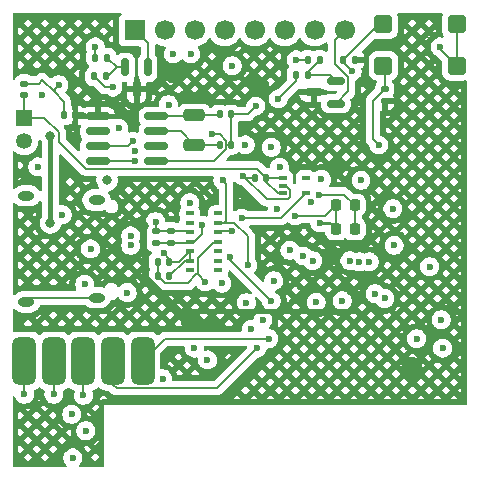
<source format=gbr>
%TF.GenerationSoftware,KiCad,Pcbnew,9.0.4*%
%TF.CreationDate,2025-10-06T13:40:32-04:00*%
%TF.ProjectId,Smarter Watch Stuff,536d6172-7465-4722-9057-617463682053,rev?*%
%TF.SameCoordinates,Original*%
%TF.FileFunction,Copper,L4,Bot*%
%TF.FilePolarity,Positive*%
%FSLAX46Y46*%
G04 Gerber Fmt 4.6, Leading zero omitted, Abs format (unit mm)*
G04 Created by KiCad (PCBNEW 9.0.4) date 2025-10-06 13:40:32*
%MOMM*%
%LPD*%
G01*
G04 APERTURE LIST*
G04 Aperture macros list*
%AMRoundRect*
0 Rectangle with rounded corners*
0 $1 Rounding radius*
0 $2 $3 $4 $5 $6 $7 $8 $9 X,Y pos of 4 corners*
0 Add a 4 corners polygon primitive as box body*
4,1,4,$2,$3,$4,$5,$6,$7,$8,$9,$2,$3,0*
0 Add four circle primitives for the rounded corners*
1,1,$1+$1,$2,$3*
1,1,$1+$1,$4,$5*
1,1,$1+$1,$6,$7*
1,1,$1+$1,$8,$9*
0 Add four rect primitives between the rounded corners*
20,1,$1+$1,$2,$3,$4,$5,0*
20,1,$1+$1,$4,$5,$6,$7,0*
20,1,$1+$1,$6,$7,$8,$9,0*
20,1,$1+$1,$8,$9,$2,$3,0*%
G04 Aperture macros list end*
%TA.AperFunction,HeatsinkPad*%
%ADD10O,1.400000X0.800000*%
%TD*%
%TA.AperFunction,ComponentPad*%
%ADD11R,1.700000X1.700000*%
%TD*%
%TA.AperFunction,ComponentPad*%
%ADD12C,1.700000*%
%TD*%
%TA.AperFunction,ComponentPad*%
%ADD13R,1.350000X1.350000*%
%TD*%
%TA.AperFunction,ComponentPad*%
%ADD14C,1.350000*%
%TD*%
%TA.AperFunction,SMDPad,CuDef*%
%ADD15RoundRect,0.135000X-0.135000X-0.185000X0.135000X-0.185000X0.135000X0.185000X-0.135000X0.185000X0*%
%TD*%
%TA.AperFunction,SMDPad,CuDef*%
%ADD16RoundRect,0.150000X0.587500X0.150000X-0.587500X0.150000X-0.587500X-0.150000X0.587500X-0.150000X0*%
%TD*%
%TA.AperFunction,SMDPad,CuDef*%
%ADD17RoundRect,0.100000X-0.225000X-0.100000X0.225000X-0.100000X0.225000X0.100000X-0.225000X0.100000X0*%
%TD*%
%TA.AperFunction,SMDPad,CuDef*%
%ADD18RoundRect,0.140000X0.170000X-0.140000X0.170000X0.140000X-0.170000X0.140000X-0.170000X-0.140000X0*%
%TD*%
%TA.AperFunction,SMDPad,CuDef*%
%ADD19RoundRect,0.140000X0.140000X0.170000X-0.140000X0.170000X-0.140000X-0.170000X0.140000X-0.170000X0*%
%TD*%
%TA.AperFunction,SMDPad,CuDef*%
%ADD20RoundRect,0.087500X0.287500X0.087500X-0.287500X0.087500X-0.287500X-0.087500X0.287500X-0.087500X0*%
%TD*%
%TA.AperFunction,SMDPad,CuDef*%
%ADD21RoundRect,0.135000X0.135000X0.185000X-0.135000X0.185000X-0.135000X-0.185000X0.135000X-0.185000X0*%
%TD*%
%TA.AperFunction,SMDPad,CuDef*%
%ADD22RoundRect,0.225000X0.525000X0.525000X-0.525000X0.525000X-0.525000X-0.525000X0.525000X-0.525000X0*%
%TD*%
%TA.AperFunction,SMDPad,CuDef*%
%ADD23RoundRect,0.135000X0.185000X-0.135000X0.185000X0.135000X-0.185000X0.135000X-0.185000X-0.135000X0*%
%TD*%
%TA.AperFunction,SMDPad,CuDef*%
%ADD24RoundRect,0.140000X-0.140000X-0.170000X0.140000X-0.170000X0.140000X0.170000X-0.140000X0.170000X0*%
%TD*%
%TA.AperFunction,SMDPad,CuDef*%
%ADD25RoundRect,0.500000X0.500000X1.500000X-0.500000X1.500000X-0.500000X-1.500000X0.500000X-1.500000X0*%
%TD*%
%TA.AperFunction,SMDPad,CuDef*%
%ADD26RoundRect,0.225000X0.225000X0.250000X-0.225000X0.250000X-0.225000X-0.250000X0.225000X-0.250000X0*%
%TD*%
%TA.AperFunction,SMDPad,CuDef*%
%ADD27RoundRect,0.150000X0.825000X0.150000X-0.825000X0.150000X-0.825000X-0.150000X0.825000X-0.150000X0*%
%TD*%
%TA.AperFunction,SMDPad,CuDef*%
%ADD28RoundRect,0.150000X-0.150000X0.587500X-0.150000X-0.587500X0.150000X-0.587500X0.150000X0.587500X0*%
%TD*%
%TA.AperFunction,SMDPad,CuDef*%
%ADD29RoundRect,0.250000X0.650000X-0.250000X0.650000X0.250000X-0.650000X0.250000X-0.650000X-0.250000X0*%
%TD*%
%TA.AperFunction,ViaPad*%
%ADD30C,0.600000*%
%TD*%
%TA.AperFunction,ViaPad*%
%ADD31C,0.800000*%
%TD*%
%TA.AperFunction,Conductor*%
%ADD32C,0.200000*%
%TD*%
%TA.AperFunction,Conductor*%
%ADD33C,0.450000*%
%TD*%
G04 APERTURE END LIST*
D10*
%TO.P,J3,S1*%
%TO.N,N/C*%
X34160000Y-76510000D03*
X40110000Y-76870000D03*
X40110000Y-85130000D03*
X34160000Y-85490000D03*
%TD*%
D11*
%TO.P,U8,1,LED*%
%TO.N,Net-(Q2-S)*%
X43340000Y-62500000D03*
D12*
%TO.P,U8,2,SCK*%
%TO.N,SCLK*%
X45880000Y-62500000D03*
%TO.P,U8,3,SDA*%
%TO.N,MOSI*%
X48420000Y-62500000D03*
%TO.P,U8,4,A0*%
%TO.N,Screen_A0*%
X50960000Y-62500000D03*
%TO.P,U8,5,RESET*%
%TO.N,Screen_Reset*%
X53500000Y-62500000D03*
%TO.P,U8,6,CS*%
%TO.N,Screen_CS*%
X56040000Y-62500000D03*
%TO.P,U8,7,GND*%
%TO.N,GND*%
X58580000Y-62500000D03*
%TO.P,U8,8,VCC*%
%TO.N,Net-(Q3-S)*%
X61120000Y-62500000D03*
%TD*%
D13*
%TO.P,BT1,1,+*%
%TO.N,+BATT*%
X34000000Y-69900000D03*
D14*
%TO.P,BT1,2,-*%
%TO.N,GND*%
X34000000Y-71900000D03*
%TD*%
D15*
%TO.P,R13,1*%
%TO.N,Backlight*%
X39990000Y-64800000D03*
%TO.P,R13,2*%
%TO.N,Net-(Q2-G)*%
X41010000Y-64800000D03*
%TD*%
D16*
%TO.P,Q3,1,G*%
%TO.N,Net-(Q3-G)*%
X60375000Y-66800000D03*
%TO.P,Q3,2,S*%
%TO.N,Net-(Q3-S)*%
X60375000Y-68700000D03*
%TO.P,Q3,3,D*%
%TO.N,+3.3V*%
X58500000Y-67750000D03*
%TD*%
D17*
%TO.P,U9,1,VIN*%
%TO.N,+BATT*%
X55900000Y-76300000D03*
%TO.P,U9,2,GND*%
%TO.N,GND*%
X55900000Y-75650000D03*
%TO.P,U9,3,EN*%
%TO.N,+BATT*%
X55900000Y-75000000D03*
%TO.P,U9,4,NC*%
%TO.N,unconnected-(U9-NC-Pad4)*%
X57800000Y-75000000D03*
%TO.P,U9,5,VOUT*%
%TO.N,Net-(U10-VDD)*%
X57800000Y-76300000D03*
%TD*%
D18*
%TO.P,C10,1*%
%TO.N,Net-(U10-VDD)*%
X46400000Y-80460000D03*
%TO.P,C10,2*%
%TO.N,GND*%
X46400000Y-79500000D03*
%TD*%
D19*
%TO.P,C9,1*%
%TO.N,+BATT*%
X54480000Y-75000000D03*
%TO.P,C9,2*%
%TO.N,GND*%
X53520000Y-75000000D03*
%TD*%
D18*
%TO.P,C11,1*%
%TO.N,Net-(U10-VDD)*%
X45100000Y-80460000D03*
%TO.P,C11,2*%
%TO.N,GND*%
X45100000Y-79500000D03*
%TD*%
D15*
%TO.P,R15,1*%
%TO.N,GND*%
X39900000Y-66400000D03*
%TO.P,R15,2*%
%TO.N,Net-(Q2-G)*%
X40920000Y-66400000D03*
%TD*%
D20*
%TO.P,U10,1,NC*%
%TO.N,unconnected-(U10-NC-Pad1)*%
X50400000Y-78000000D03*
%TO.P,U10,2,SCL*%
%TO.N,SCL*%
X50400000Y-78800000D03*
%TO.P,U10,3,SDA*%
%TO.N,SDA*%
X50400000Y-79600000D03*
%TO.P,U10,4,PGND*%
%TO.N,GND*%
X50400000Y-80400000D03*
%TO.P,U10,5,NC*%
%TO.N,unconnected-(U10-NC-Pad5)*%
X50400000Y-81200000D03*
%TO.P,U10,6,NC*%
%TO.N,unconnected-(U10-NC-Pad6)*%
X50400000Y-82000000D03*
%TO.P,U10,7,NC*%
%TO.N,unconnected-(U10-NC-Pad7)*%
X50400000Y-82800000D03*
%TO.P,U10,8,NC*%
%TO.N,unconnected-(U10-NC-Pad8)*%
X48000000Y-82800000D03*
%TO.P,U10,9,VLED+*%
%TO.N,+3.3V_sensor*%
X48000000Y-82000000D03*
%TO.P,U10,10,VLED+*%
X48000000Y-81200000D03*
%TO.P,U10,11,VDD*%
%TO.N,Net-(U10-VDD)*%
X48000000Y-80400000D03*
%TO.P,U10,12,GND*%
%TO.N,GND*%
X48000000Y-79600000D03*
%TO.P,U10,13,~{INT}*%
%TO.N,unconnected-(U10-~{INT}-Pad13)*%
X48000000Y-78800000D03*
%TO.P,U10,14,NC*%
%TO.N,unconnected-(U10-NC-Pad14)*%
X48000000Y-78000000D03*
%TD*%
D21*
%TO.P,R3,1*%
%TO.N,+3.3V*%
X62000000Y-65000000D03*
%TO.P,R3,2*%
%TO.N,Net-(SW1-B)*%
X60980000Y-65000000D03*
%TD*%
D22*
%TO.P,SW2,1,A*%
%TO.N,GND*%
X70600000Y-65500000D03*
%TO.P,SW2,2,B*%
%TO.N,Net-(SW2-B)*%
X64400000Y-65500000D03*
%TD*%
D23*
%TO.P,R5,1*%
%TO.N,+3.3V*%
X64500000Y-68510000D03*
%TO.P,R5,2*%
%TO.N,Net-(SW2-B)*%
X64500000Y-67490000D03*
%TD*%
D24*
%TO.P,C12,1*%
%TO.N,GND*%
X45320000Y-82100000D03*
%TO.P,C12,2*%
%TO.N,+3.3V_sensor*%
X46280000Y-82100000D03*
%TD*%
%TO.P,C3,1*%
%TO.N,Net-(U1-X1)*%
X50520000Y-69600000D03*
%TO.P,C3,2*%
%TO.N,GND*%
X51480000Y-69600000D03*
%TD*%
D19*
%TO.P,C13,1*%
%TO.N,+3.3V_sensor*%
X46260000Y-83300000D03*
%TO.P,C13,2*%
%TO.N,GND*%
X45300000Y-83300000D03*
%TD*%
D25*
%TO.P,J5,1*%
%TO.N,Net-(U12-A1)*%
X36500000Y-90500000D03*
%TD*%
%TO.P,J1,1*%
%TO.N,Net-(U5-TXD0)*%
X41500000Y-90500000D03*
%TD*%
D22*
%TO.P,SW1,1,A*%
%TO.N,GND*%
X70600000Y-62000000D03*
%TO.P,SW1,2,B*%
%TO.N,Net-(SW1-B)*%
X64400000Y-62000000D03*
%TD*%
D26*
%TO.P,C19,1*%
%TO.N,Net-(U13-VREG)*%
X61950000Y-79300000D03*
%TO.P,C19,2*%
%TO.N,GND*%
X60400000Y-79300000D03*
%TD*%
D27*
%TO.P,U1,1,X1*%
%TO.N,Net-(U1-X1)*%
X45150000Y-69790000D03*
%TO.P,U1,2,X2*%
%TO.N,Net-(U1-X2)*%
X45150000Y-71060000D03*
%TO.P,U1,3,VBAT*%
%TO.N,unconnected-(U1-VBAT-Pad3)*%
X45150000Y-72330000D03*
%TO.P,U1,4,VSS*%
%TO.N,GND*%
X45150000Y-73600000D03*
%TO.P,U1,5,SDA*%
%TO.N,SDA*%
X40200000Y-73600000D03*
%TO.P,U1,6,SCL*%
%TO.N,SCL*%
X40200000Y-72330000D03*
%TO.P,U1,7,MFP*%
%TO.N,unconnected-(U1-MFP-Pad7)*%
X40200000Y-71060000D03*
%TO.P,U1,8,VCC*%
%TO.N,+3.3V*%
X40200000Y-69790000D03*
%TD*%
D15*
%TO.P,R14,1*%
%TO.N,GND*%
X56980000Y-66300000D03*
%TO.P,R14,2*%
%TO.N,Net-(Q3-G)*%
X58000000Y-66300000D03*
%TD*%
D18*
%TO.P,C6,1*%
%TO.N,+BATT*%
X34000000Y-67960000D03*
%TO.P,C6,2*%
%TO.N,GND*%
X34000000Y-67000000D03*
%TD*%
D15*
%TO.P,R12,1*%
%TO.N,Screen_power*%
X57990000Y-65000000D03*
%TO.P,R12,2*%
%TO.N,Net-(Q3-G)*%
X59010000Y-65000000D03*
%TD*%
D28*
%TO.P,Q2,1,G*%
%TO.N,Net-(Q2-G)*%
X42550000Y-65625000D03*
%TO.P,Q2,2,S*%
%TO.N,Net-(Q2-S)*%
X44450000Y-65625000D03*
%TO.P,Q2,3,D*%
%TO.N,+3.3V*%
X43500000Y-67500000D03*
%TD*%
D19*
%TO.P,C1,1*%
%TO.N,+3.3V*%
X38300000Y-69700000D03*
%TO.P,C1,2*%
%TO.N,GND*%
X37340000Y-69700000D03*
%TD*%
D26*
%TO.P,C18,1*%
%TO.N,Net-(U13-VREG)*%
X61950000Y-77300000D03*
%TO.P,C18,2*%
%TO.N,GND*%
X60400000Y-77300000D03*
%TD*%
D24*
%TO.P,C2,1*%
%TO.N,Net-(U1-X2)*%
X50520000Y-72200000D03*
%TO.P,C2,2*%
%TO.N,GND*%
X51480000Y-72200000D03*
%TD*%
D25*
%TO.P,J4,1*%
%TO.N,Net-(U12-A0)*%
X39000000Y-90500000D03*
%TD*%
%TO.P,J6,1*%
%TO.N,Net-(U12-A2)*%
X34000000Y-90500000D03*
%TD*%
%TO.P,J2,1*%
%TO.N,Net-(U5-RXD0)*%
X44000000Y-90500000D03*
%TD*%
D29*
%TO.P,Y1,1,1*%
%TO.N,Net-(U1-X2)*%
X48400000Y-72200000D03*
%TO.P,Y1,2,2*%
%TO.N,Net-(U1-X1)*%
X48400000Y-69700000D03*
%TD*%
D30*
%TO.N,+3.3V*%
X60500000Y-74000000D03*
X48000000Y-87100000D03*
X46600000Y-66200000D03*
X49000000Y-68200000D03*
D31*
X66800000Y-91000000D03*
X43300000Y-70600000D03*
X53900000Y-67300000D03*
D30*
X50100000Y-87700000D03*
X47799000Y-68200000D03*
X60100000Y-81500000D03*
D31*
X44100000Y-79100000D03*
D30*
%TO.N,RGB_DIN*%
X52800000Y-85549000D03*
X35500000Y-68000000D03*
%TO.N,GND*%
X55100000Y-83700000D03*
X38100000Y-98700000D03*
X56911765Y-78211765D03*
X49300000Y-83800000D03*
D31*
X41000000Y-75200000D03*
D30*
X55500000Y-68300000D03*
X69200000Y-63900000D03*
X59000000Y-78800000D03*
X39100000Y-84000000D03*
X48400000Y-89400000D03*
X37200000Y-78100000D03*
X42700000Y-84700000D03*
X45100000Y-78700000D03*
X41500000Y-67300000D03*
X51600000Y-65500000D03*
X53600000Y-68900000D03*
X65201000Y-77589527D03*
X58700000Y-85500000D03*
X42000000Y-70800000D03*
X52500000Y-74801000D03*
X36900000Y-67100000D03*
X65300000Y-80700000D03*
X49900000Y-71300000D03*
%TO.N,+3.3V_sensor*%
X45800000Y-81374280D03*
X55400000Y-77600000D03*
X45700000Y-92000000D03*
X48000000Y-77100000D03*
X52700000Y-72200000D03*
X39200000Y-96400000D03*
X56474265Y-81125735D03*
D31*
%TO.N,+5V*%
X36200000Y-78800000D03*
X36200000Y-71400000D03*
D30*
%TO.N,SDA*%
X50700000Y-83900000D03*
X43400000Y-73601000D03*
X62500000Y-75200000D03*
X59151000Y-75124000D03*
X51600000Y-79474999D03*
X63700000Y-84800000D03*
%TO.N,SCL*%
X43200000Y-71900000D03*
X49500000Y-90400000D03*
X64500000Y-85200000D03*
X58300000Y-77000000D03*
X52900000Y-82400000D03*
X38000000Y-95002000D03*
X50800000Y-75200000D03*
%TO.N,Net-(U10-VDD)*%
X49063739Y-79003470D03*
X52400000Y-78400000D03*
%TO.N,Net-(U3-STAT)*%
X43400000Y-72700000D03*
X35137347Y-74062653D03*
%TO.N,Net-(SW1-B)*%
X69300000Y-87000000D03*
X61751499Y-65948501D03*
%TO.N,Net-(SW2-B)*%
X64000000Y-72200000D03*
X58400000Y-82000000D03*
%TO.N,SCLK*%
X53200000Y-87800000D03*
X46600000Y-64500000D03*
%TO.N,MOSI*%
X54200000Y-87000000D03*
X48100000Y-64500000D03*
%TO.N,Sensor_enable*%
X54900000Y-85400000D03*
X51399000Y-81700000D03*
%TO.N,Screen_power*%
X57000000Y-65000000D03*
X61557015Y-81994269D03*
%TO.N,Backlight*%
X40000000Y-63900000D03*
X55600000Y-74100000D03*
X46200000Y-68800000D03*
X60900000Y-85400000D03*
%TO.N,Net-(U12-A0)*%
X39000000Y-93400000D03*
%TO.N,Net-(U12-A1)*%
X36500000Y-93300000D03*
%TO.N,Net-(U12-A2)*%
X34000000Y-93300000D03*
%TO.N,Vibrate*%
X54900000Y-72400000D03*
X57600000Y-81600000D03*
%TO.N,Net-(U5-TXD0)*%
X53700000Y-89400000D03*
%TO.N,USB_D+*%
X43000000Y-80700000D03*
X62350000Y-82100000D03*
X39600000Y-81000000D03*
%TO.N,USB_D-*%
X43000000Y-79900000D03*
X63200000Y-82100000D03*
%TO.N,Net-(U5-RXD0)*%
X54700000Y-88600000D03*
%TO.N,Screen_CS*%
X68300000Y-82500000D03*
%TO.N,Screen_Reset*%
X69400000Y-89400000D03*
%TO.N,Screen_A0*%
X67200000Y-88600000D03*
%TO.N,Net-(U13-VREG)*%
X58900000Y-76400000D03*
%TD*%
D32*
%TO.N,*%
X34100000Y-76400000D02*
X34160000Y-76460000D01*
X34160000Y-76510000D02*
X34160000Y-76460000D01*
X40110000Y-85130000D02*
X34520000Y-85130000D01*
X34520000Y-85130000D02*
X34160000Y-85490000D01*
D33*
%TO.N,+3.3V*%
X44100000Y-83214326D02*
X47159674Y-86274000D01*
D32*
X38300000Y-69700000D02*
X40110000Y-69700000D01*
D33*
X51400000Y-86274000D02*
X62074000Y-86274000D01*
D32*
X60500000Y-73900000D02*
X60500000Y-74000000D01*
D33*
X44100000Y-79100000D02*
X44100000Y-83214326D01*
D32*
X47799000Y-68200000D02*
X49000000Y-68200000D01*
D33*
X62074000Y-86274000D02*
X66800000Y-91000000D01*
X47159674Y-86274000D02*
X51400000Y-86274000D01*
D32*
X40110000Y-69700000D02*
X40200000Y-69790000D01*
%TO.N,GND*%
X50025001Y-80400000D02*
X48676000Y-81749001D01*
X45911000Y-83911000D02*
X45300000Y-83300000D01*
X48676000Y-81749001D02*
X48676000Y-83050848D01*
X60400000Y-77300000D02*
X60400000Y-76900000D01*
X69200000Y-64100000D02*
X69200000Y-63900000D01*
X54500000Y-76801000D02*
X52500000Y-74801000D01*
X40800000Y-67300000D02*
X41500000Y-67300000D01*
X52900000Y-69600000D02*
X53600000Y-68900000D01*
X47900000Y-79500000D02*
X48000000Y-79600000D01*
X51101000Y-72200000D02*
X51101000Y-71843450D01*
X51480000Y-69600000D02*
X52900000Y-69600000D01*
X45320000Y-82100000D02*
X45320000Y-83280000D01*
X70600000Y-65500000D02*
X69200000Y-64100000D01*
X45100000Y-79500000D02*
X46400000Y-79500000D01*
X34000000Y-67000000D02*
X35200000Y-67000000D01*
X48663424Y-83163424D02*
X49300000Y-83800000D01*
X56526000Y-76031130D02*
X56526000Y-76568870D01*
X45150000Y-73600000D02*
X50057550Y-73600000D01*
X56980000Y-66820000D02*
X55500000Y-68300000D01*
X48563424Y-83163424D02*
X48663424Y-83163424D01*
X59000000Y-78800000D02*
X59900000Y-78800000D01*
X36550000Y-67450000D02*
X36900000Y-67100000D01*
X37340000Y-69700000D02*
X37340000Y-68540000D01*
X59488235Y-78211765D02*
X56911765Y-78211765D01*
X56980000Y-66300000D02*
X56980000Y-66820000D01*
X60400000Y-77300000D02*
X59488235Y-78211765D01*
X51101000Y-72556550D02*
X51101000Y-72200000D01*
X47815848Y-83911000D02*
X45911000Y-83911000D01*
X37340000Y-68540000D02*
X36550000Y-67750000D01*
X55900000Y-75650000D02*
X56144870Y-75650000D01*
X60400000Y-78900000D02*
X59100000Y-78900000D01*
X56526000Y-76568870D02*
X56293870Y-76801000D01*
X51101000Y-71843450D02*
X50557550Y-71300000D01*
X45320000Y-83280000D02*
X45300000Y-83300000D01*
X39900000Y-66400000D02*
X40800000Y-67300000D01*
X50400000Y-80400000D02*
X50025001Y-80400000D01*
X60400000Y-77300000D02*
X60400000Y-79300000D01*
X59900000Y-78800000D02*
X60400000Y-79300000D01*
X48563424Y-83163424D02*
X47815848Y-83911000D01*
X48676000Y-83050848D02*
X48563424Y-83163424D01*
X50400000Y-80400000D02*
X50300000Y-80400000D01*
X60400000Y-77300000D02*
X60400000Y-78900000D01*
X36550000Y-67750000D02*
X35500000Y-66700000D01*
X50057550Y-73600000D02*
X51101000Y-72556550D01*
X59100000Y-78900000D02*
X59000000Y-78800000D01*
X36550000Y-67750000D02*
X36550000Y-67450000D01*
X35200000Y-67000000D02*
X35500000Y-66700000D01*
X56293870Y-76801000D02*
X54500000Y-76801000D01*
X56144870Y-75650000D02*
X56526000Y-76031130D01*
X45100000Y-79500000D02*
X45100000Y-78700000D01*
X51480000Y-72200000D02*
X51480000Y-69600000D01*
X46400000Y-79500000D02*
X47900000Y-79500000D01*
X52699000Y-75000000D02*
X52500000Y-74801000D01*
X51101000Y-72200000D02*
X51480000Y-72200000D01*
X53520000Y-75000000D02*
X52699000Y-75000000D01*
X70600000Y-62000000D02*
X70600000Y-65500000D01*
X50557550Y-71300000D02*
X49900000Y-71300000D01*
%TO.N,+BATT*%
X35691364Y-69900000D02*
X34000000Y-69900000D01*
X54480000Y-75000000D02*
X53681000Y-74201000D01*
X55470001Y-76300000D02*
X55900000Y-76300000D01*
X53681000Y-74201000D02*
X39184032Y-74201000D01*
X54480000Y-75000000D02*
X55900000Y-75000000D01*
X34000000Y-67960000D02*
X34000000Y-69900000D01*
X39184032Y-74201000D02*
X36901000Y-71917968D01*
X36901000Y-71917968D02*
X36901000Y-71109636D01*
X36901000Y-71109636D02*
X35691364Y-69900000D01*
X54480000Y-75000000D02*
X54480000Y-75309999D01*
X54480000Y-75309999D02*
X55470001Y-76300000D01*
%TO.N,Net-(U1-X2)*%
X48400000Y-72200000D02*
X50520000Y-72200000D01*
X47260000Y-71060000D02*
X48400000Y-72200000D01*
X45150000Y-71060000D02*
X47260000Y-71060000D01*
%TO.N,Net-(U1-X1)*%
X48310000Y-69790000D02*
X48400000Y-69700000D01*
X45150000Y-69790000D02*
X48310000Y-69790000D01*
X50420000Y-69700000D02*
X50520000Y-69600000D01*
X48400000Y-69700000D02*
X50420000Y-69700000D01*
%TO.N,+3.3V_sensor*%
X46260000Y-83300000D02*
X47560000Y-82000000D01*
X46280000Y-81854280D02*
X45800000Y-81374280D01*
X47100000Y-82100000D02*
X48000000Y-81200000D01*
X46280000Y-82100000D02*
X47100000Y-82100000D01*
X46280000Y-82100000D02*
X46300000Y-82100000D01*
X48000000Y-81200000D02*
X48000000Y-82000000D01*
X46280000Y-82100000D02*
X46280000Y-81854280D01*
X47560000Y-82000000D02*
X48000000Y-82000000D01*
D33*
%TO.N,+5V*%
X36200000Y-71400000D02*
X36200000Y-78800000D01*
D32*
%TO.N,SDA*%
X43399000Y-73600000D02*
X40200000Y-73600000D01*
X43400000Y-73601000D02*
X43399000Y-73600000D01*
X50525001Y-79474999D02*
X50400000Y-79600000D01*
X51600000Y-79474999D02*
X50525001Y-79474999D01*
%TO.N,SCL*%
X50400000Y-78800000D02*
X50900000Y-78800000D01*
X42770000Y-72330000D02*
X43200000Y-71900000D01*
X51774944Y-78800000D02*
X52900000Y-79925056D01*
X50900000Y-78800000D02*
X51774944Y-78800000D01*
X40200000Y-72330000D02*
X42770000Y-72330000D01*
X50800000Y-75200000D02*
X51076000Y-75476000D01*
X52900000Y-79925056D02*
X52900000Y-82400000D01*
X51076000Y-78624000D02*
X50900000Y-78800000D01*
X51076000Y-75476000D02*
X51076000Y-78624000D01*
%TO.N,Net-(U10-VDD)*%
X47940000Y-80460000D02*
X48000000Y-80400000D01*
X55700000Y-78400000D02*
X52400000Y-78400000D01*
X49063739Y-79003470D02*
X49063739Y-79711260D01*
X46400000Y-80460000D02*
X47940000Y-80460000D01*
X49063739Y-79711260D02*
X48374999Y-80400000D01*
X45100000Y-80460000D02*
X46400000Y-80460000D01*
X57800000Y-76300000D02*
X55700000Y-78400000D01*
X48374999Y-80400000D02*
X48000000Y-80400000D01*
%TO.N,Net-(SW1-B)*%
X63980000Y-62000000D02*
X64400000Y-62000000D01*
X60980000Y-65177002D02*
X61751499Y-65948501D01*
X60980000Y-65000000D02*
X60980000Y-65177002D01*
X60980000Y-65000000D02*
X63980000Y-62000000D01*
%TO.N,Net-(SW2-B)*%
X64500000Y-67490000D02*
X64500000Y-65600000D01*
X63500000Y-71700000D02*
X64000000Y-72200000D01*
X63500000Y-68490000D02*
X63500000Y-71700000D01*
X64500000Y-67490000D02*
X63500000Y-68490000D01*
X64500000Y-65600000D02*
X64400000Y-65500000D01*
X64500000Y-67490000D02*
X64500000Y-67300000D01*
%TO.N,Sensor_enable*%
X54900000Y-85400000D02*
X51399000Y-81899000D01*
X51399000Y-81899000D02*
X51399000Y-81700000D01*
%TO.N,Net-(Q3-G)*%
X58000000Y-66300000D02*
X58000000Y-66010000D01*
X58000000Y-66300000D02*
X59875000Y-66300000D01*
X59875000Y-66300000D02*
X60375000Y-66800000D01*
X58000000Y-66010000D02*
X59010000Y-65000000D01*
%TO.N,Screen_power*%
X57990000Y-65000000D02*
X57000000Y-65000000D01*
X57990000Y-65000000D02*
X58000000Y-65000000D01*
%TO.N,Net-(Q2-G)*%
X41835000Y-65625000D02*
X41010000Y-64800000D01*
X42550000Y-65625000D02*
X41835000Y-65625000D01*
X40920000Y-66400000D02*
X41060000Y-66400000D01*
X41060000Y-66400000D02*
X41835000Y-65625000D01*
%TO.N,Backlight*%
X39990000Y-64800000D02*
X39990000Y-63910000D01*
X39990000Y-63910000D02*
X40000000Y-63900000D01*
%TO.N,Net-(U12-A0)*%
X39000000Y-93400000D02*
X39000000Y-90500000D01*
%TO.N,Net-(U12-A1)*%
X36500000Y-93300000D02*
X36500000Y-90500000D01*
%TO.N,Net-(U12-A2)*%
X34000000Y-93300000D02*
X34000000Y-90500000D01*
%TO.N,Net-(U5-TXD0)*%
X50300000Y-92800000D02*
X41800000Y-92800000D01*
X41500000Y-92500000D02*
X41500000Y-90500000D01*
X53700000Y-89400000D02*
X50300000Y-92800000D01*
X41800000Y-92800000D02*
X41500000Y-92500000D01*
%TO.N,Net-(U5-RXD0)*%
X45900000Y-88600000D02*
X54700000Y-88600000D01*
X44000000Y-90500000D02*
X45900000Y-88600000D01*
%TO.N,Net-(Q3-S)*%
X61120000Y-62500000D02*
X60270000Y-63350000D01*
X61413500Y-67661500D02*
X60375000Y-68700000D01*
X60270000Y-65315532D02*
X61413500Y-66459032D01*
X61413500Y-66459032D02*
X61413500Y-67661500D01*
X60270000Y-63350000D02*
X60270000Y-65315532D01*
%TO.N,Net-(Q2-S)*%
X44450000Y-63610000D02*
X43340000Y-62500000D01*
X44450000Y-65625000D02*
X44450000Y-63610000D01*
%TO.N,Net-(U13-VREG)*%
X58900000Y-76400000D02*
X61050000Y-76400000D01*
X61950000Y-77300000D02*
X61925000Y-77275000D01*
X61950000Y-77300000D02*
X61950000Y-79300000D01*
X61050000Y-76400000D02*
X61950000Y-77300000D01*
%TD*%
%TA.AperFunction,Conductor*%
%TO.N,+3.3V*%
G36*
X42216936Y-61020185D02*
G01*
X42262691Y-61072989D01*
X42272635Y-61142147D01*
X42243610Y-61205703D01*
X42224208Y-61223766D01*
X42132455Y-61292452D01*
X42132452Y-61292455D01*
X42046206Y-61407664D01*
X42046202Y-61407671D01*
X41995908Y-61542517D01*
X41989501Y-61602116D01*
X41989500Y-61602135D01*
X41989500Y-63397870D01*
X41989501Y-63397876D01*
X41995908Y-63457483D01*
X42046202Y-63592328D01*
X42046206Y-63592335D01*
X42132452Y-63707544D01*
X42132455Y-63707547D01*
X42247664Y-63793793D01*
X42247671Y-63793797D01*
X42382517Y-63844091D01*
X42382516Y-63844091D01*
X42389444Y-63844835D01*
X42442127Y-63850500D01*
X43725500Y-63850499D01*
X43792539Y-63870184D01*
X43838294Y-63922987D01*
X43849500Y-63974499D01*
X43849500Y-64516691D01*
X43829815Y-64583730D01*
X43813181Y-64604372D01*
X43781923Y-64635629D01*
X43781917Y-64635637D01*
X43698255Y-64777103D01*
X43698254Y-64777106D01*
X43652402Y-64934926D01*
X43652401Y-64934932D01*
X43649500Y-64971798D01*
X43649500Y-66278201D01*
X43652401Y-66315067D01*
X43652402Y-66315073D01*
X43698254Y-66472893D01*
X43698255Y-66472896D01*
X43698256Y-66472898D01*
X43732732Y-66531194D01*
X43750000Y-66594314D01*
X43750000Y-67250000D01*
X44300000Y-67250000D01*
X44300000Y-66987000D01*
X44319685Y-66919961D01*
X44372489Y-66874206D01*
X44424000Y-66863000D01*
X44665686Y-66863000D01*
X44665694Y-66863000D01*
X44702569Y-66860098D01*
X44702571Y-66860097D01*
X44702573Y-66860097D01*
X44773835Y-66839393D01*
X44857899Y-66814970D01*
X45994166Y-66814970D01*
X46349135Y-67169939D01*
X46545075Y-66974000D01*
X46535981Y-66974000D01*
X46511790Y-66971617D01*
X46386211Y-66946638D01*
X46362949Y-66939582D01*
X46244657Y-66890583D01*
X46223220Y-66879125D01*
X46127205Y-66814971D01*
X47408381Y-66814971D01*
X47763349Y-67169939D01*
X48118317Y-66814971D01*
X48822595Y-66814971D01*
X49177563Y-67169939D01*
X49532531Y-66814971D01*
X50236808Y-66814971D01*
X50591776Y-67169939D01*
X50946744Y-66814971D01*
X51651022Y-66814971D01*
X52005990Y-67169939D01*
X52360958Y-66814971D01*
X53065235Y-66814971D01*
X53130117Y-66879853D01*
X53132257Y-66875852D01*
X53214335Y-66753013D01*
X53229756Y-66734222D01*
X53234779Y-66729199D01*
X54565221Y-66729199D01*
X54570244Y-66734222D01*
X54585665Y-66753013D01*
X54667743Y-66875852D01*
X54679202Y-66897289D01*
X54735739Y-67033780D01*
X54742796Y-67057043D01*
X54748078Y-67083600D01*
X54834416Y-67169938D01*
X55189384Y-66814970D01*
X54834417Y-66460003D01*
X54565221Y-66729199D01*
X53234779Y-66729199D01*
X53334222Y-66629756D01*
X53353013Y-66614335D01*
X53475852Y-66532257D01*
X53486672Y-66526472D01*
X53420203Y-66460003D01*
X53065235Y-66814971D01*
X52360958Y-66814971D01*
X52201282Y-66655295D01*
X52197709Y-66657094D01*
X52186615Y-66662341D01*
X52181051Y-66664807D01*
X52012775Y-66734508D01*
X52007100Y-66736698D01*
X51995547Y-66740832D01*
X51989766Y-66742741D01*
X51966361Y-66749841D01*
X51960506Y-66751462D01*
X51948598Y-66754446D01*
X51942648Y-66755782D01*
X51764003Y-66791317D01*
X51758003Y-66792358D01*
X51745859Y-66794159D01*
X51739820Y-66794904D01*
X51715479Y-66797301D01*
X51709410Y-66797749D01*
X51697153Y-66798351D01*
X51691070Y-66798500D01*
X51667493Y-66798500D01*
X51651022Y-66814971D01*
X50946744Y-66814971D01*
X50591776Y-66460003D01*
X50236808Y-66814971D01*
X49532531Y-66814971D01*
X49177563Y-66460003D01*
X48822595Y-66814971D01*
X48118317Y-66814971D01*
X47763349Y-66460003D01*
X47408381Y-66814971D01*
X46127205Y-66814971D01*
X46116759Y-66807991D01*
X46097968Y-66792569D01*
X46057268Y-66751869D01*
X45994166Y-66814970D01*
X44857899Y-66814970D01*
X44860398Y-66814244D01*
X45001865Y-66730581D01*
X45118081Y-66614365D01*
X45201744Y-66472898D01*
X45234148Y-66361365D01*
X45743495Y-66361365D01*
X45827330Y-66277529D01*
X45826000Y-66264019D01*
X45826000Y-66135981D01*
X45828383Y-66111790D01*
X45829164Y-66107863D01*
X48115487Y-66107863D01*
X48470456Y-66462832D01*
X48825424Y-66107864D01*
X49529701Y-66107864D01*
X49884669Y-66462832D01*
X50004877Y-66342624D01*
X52592889Y-66342624D01*
X52713096Y-66462832D01*
X53068065Y-66107864D01*
X53772342Y-66107864D01*
X54116400Y-66451922D01*
X54134598Y-66455542D01*
X54482276Y-66107864D01*
X55186556Y-66107864D01*
X55541523Y-66462831D01*
X55711500Y-66292855D01*
X55711500Y-66043480D01*
X55711595Y-66038617D01*
X55712171Y-66023940D01*
X55712458Y-66019076D01*
X55716867Y-65963046D01*
X55717526Y-65956740D01*
X55719177Y-65944078D01*
X55720154Y-65937829D01*
X55721127Y-65932499D01*
X55541524Y-65752896D01*
X55186556Y-66107864D01*
X54482276Y-66107864D01*
X54482277Y-66107863D01*
X54127310Y-65752896D01*
X53772342Y-66107864D01*
X53068065Y-66107864D01*
X52844422Y-65884221D01*
X52842741Y-65889766D01*
X52840832Y-65895547D01*
X52836698Y-65907100D01*
X52834508Y-65912775D01*
X52764807Y-66081051D01*
X52762341Y-66086615D01*
X52757094Y-66097709D01*
X52754358Y-66103145D01*
X52742829Y-66124715D01*
X52739833Y-66130004D01*
X52733522Y-66140535D01*
X52730261Y-66145685D01*
X52629067Y-66297131D01*
X52625564Y-66302105D01*
X52618253Y-66311963D01*
X52614507Y-66316764D01*
X52598991Y-66335670D01*
X52595022Y-66340271D01*
X52592889Y-66342624D01*
X50004877Y-66342624D01*
X50239637Y-66107864D01*
X49884669Y-65752896D01*
X49529701Y-66107864D01*
X48825424Y-66107864D01*
X48470455Y-65752895D01*
X48115487Y-66107863D01*
X45829164Y-66107863D01*
X45853362Y-65986211D01*
X45858478Y-65969345D01*
X45748500Y-65859367D01*
X45748500Y-66285534D01*
X45748405Y-66290397D01*
X45747829Y-66305073D01*
X45747542Y-66309937D01*
X45743495Y-66361365D01*
X45234148Y-66361365D01*
X45237484Y-66349881D01*
X45247597Y-66315073D01*
X45247598Y-66315067D01*
X45248002Y-66309937D01*
X45250500Y-66278194D01*
X45250500Y-65505680D01*
X48927518Y-65505680D01*
X49177563Y-65755725D01*
X49512135Y-65421153D01*
X50799500Y-65421153D01*
X50799500Y-65578846D01*
X50830261Y-65733489D01*
X50830264Y-65733501D01*
X50890602Y-65879172D01*
X50890609Y-65879185D01*
X50978210Y-66010288D01*
X50978213Y-66010292D01*
X51089707Y-66121786D01*
X51089711Y-66121789D01*
X51220814Y-66209390D01*
X51220827Y-66209397D01*
X51352698Y-66264019D01*
X51366503Y-66269737D01*
X51504221Y-66297131D01*
X51521153Y-66300499D01*
X51521156Y-66300500D01*
X51521158Y-66300500D01*
X51678844Y-66300500D01*
X51678845Y-66300499D01*
X51833497Y-66269737D01*
X51954827Y-66219481D01*
X51979172Y-66209397D01*
X51979172Y-66209396D01*
X51979179Y-66209394D01*
X52110289Y-66121789D01*
X52221789Y-66010289D01*
X52309394Y-65879179D01*
X52369737Y-65733497D01*
X52400500Y-65578842D01*
X52400500Y-65421158D01*
X52400500Y-65421155D01*
X52400499Y-65421153D01*
X52396442Y-65400757D01*
X53065235Y-65400757D01*
X53420203Y-65755725D01*
X53775171Y-65400757D01*
X54479449Y-65400757D01*
X54834417Y-65755725D01*
X55189385Y-65400757D01*
X54834417Y-65045789D01*
X54479449Y-65400757D01*
X53775171Y-65400757D01*
X53420203Y-65045789D01*
X53065235Y-65400757D01*
X52396442Y-65400757D01*
X52381713Y-65326712D01*
X52369737Y-65266503D01*
X52329144Y-65168502D01*
X52309397Y-65120827D01*
X52309390Y-65120814D01*
X52221789Y-64989711D01*
X52221786Y-64989707D01*
X52110292Y-64878213D01*
X52110288Y-64878210D01*
X51979185Y-64790609D01*
X51979172Y-64790602D01*
X51833501Y-64730264D01*
X51833489Y-64730261D01*
X51678845Y-64699500D01*
X51678842Y-64699500D01*
X51521158Y-64699500D01*
X51521155Y-64699500D01*
X51366510Y-64730261D01*
X51366498Y-64730264D01*
X51220827Y-64790602D01*
X51220814Y-64790609D01*
X51089711Y-64878210D01*
X51089707Y-64878213D01*
X50978213Y-64989707D01*
X50978210Y-64989711D01*
X50890609Y-65120814D01*
X50890602Y-65120827D01*
X50830264Y-65266498D01*
X50830261Y-65266510D01*
X50799500Y-65421153D01*
X49512135Y-65421153D01*
X49532531Y-65400757D01*
X49247587Y-65115813D01*
X49242829Y-65124715D01*
X49239833Y-65130004D01*
X49233522Y-65140535D01*
X49230261Y-65145685D01*
X49129067Y-65297131D01*
X49125564Y-65302105D01*
X49118253Y-65311963D01*
X49114507Y-65316764D01*
X49098991Y-65335670D01*
X49095022Y-65340271D01*
X49086779Y-65349367D01*
X49082576Y-65353781D01*
X48953781Y-65482576D01*
X48949367Y-65486779D01*
X48940271Y-65495022D01*
X48935670Y-65498991D01*
X48927518Y-65505680D01*
X45250500Y-65505680D01*
X45250500Y-64971806D01*
X45247598Y-64934931D01*
X45245191Y-64926647D01*
X45201745Y-64777106D01*
X45201744Y-64777103D01*
X45201744Y-64777102D01*
X45118081Y-64635635D01*
X45118079Y-64635633D01*
X45118076Y-64635629D01*
X45086819Y-64604372D01*
X45053334Y-64543049D01*
X45050500Y-64516691D01*
X45050500Y-63795399D01*
X45070185Y-63728360D01*
X45122989Y-63682605D01*
X45192147Y-63672661D01*
X45230791Y-63684912D01*
X45361588Y-63751557D01*
X45563757Y-63817246D01*
X45773713Y-63850500D01*
X45773714Y-63850500D01*
X45839241Y-63850500D01*
X45906280Y-63870185D01*
X45952035Y-63922989D01*
X45961979Y-63992147D01*
X45942343Y-64043391D01*
X45890609Y-64120815D01*
X45890602Y-64120827D01*
X45830264Y-64266498D01*
X45830261Y-64266510D01*
X45799500Y-64421153D01*
X45799500Y-64578846D01*
X45830261Y-64733489D01*
X45830264Y-64733501D01*
X45890602Y-64879172D01*
X45890609Y-64879185D01*
X45978210Y-65010288D01*
X45978213Y-65010292D01*
X46089707Y-65121786D01*
X46089711Y-65121789D01*
X46220814Y-65209390D01*
X46220827Y-65209397D01*
X46318853Y-65250000D01*
X46366503Y-65269737D01*
X46504221Y-65297131D01*
X46521153Y-65300499D01*
X46521156Y-65300500D01*
X46521158Y-65300500D01*
X46678844Y-65300500D01*
X46678845Y-65300499D01*
X46833497Y-65269737D01*
X46979179Y-65209394D01*
X47110289Y-65121789D01*
X47221789Y-65010289D01*
X47235539Y-64989711D01*
X47246898Y-64972712D01*
X47300510Y-64927906D01*
X47369835Y-64919199D01*
X47432862Y-64949353D01*
X47453102Y-64972712D01*
X47478207Y-65010284D01*
X47478213Y-65010292D01*
X47589707Y-65121786D01*
X47589711Y-65121789D01*
X47720814Y-65209390D01*
X47720827Y-65209397D01*
X47818853Y-65250000D01*
X47866503Y-65269737D01*
X48004221Y-65297131D01*
X48021153Y-65300499D01*
X48021156Y-65300500D01*
X48021158Y-65300500D01*
X48178844Y-65300500D01*
X48178845Y-65300499D01*
X48333497Y-65269737D01*
X48479179Y-65209394D01*
X48610289Y-65121789D01*
X48721789Y-65010289D01*
X48809394Y-64879179D01*
X48869737Y-64733497D01*
X48877663Y-64693650D01*
X49529700Y-64693650D01*
X49884669Y-65048619D01*
X50239637Y-64693650D01*
X50103697Y-64557710D01*
X52494067Y-64557710D01*
X52582576Y-64646219D01*
X52586779Y-64650633D01*
X52595022Y-64659729D01*
X52598991Y-64664330D01*
X52614507Y-64683236D01*
X52618253Y-64688037D01*
X52625564Y-64697895D01*
X52629067Y-64702869D01*
X52730261Y-64854315D01*
X52733522Y-64859465D01*
X52739833Y-64869996D01*
X52742829Y-64875285D01*
X52754358Y-64896855D01*
X52757094Y-64902291D01*
X52762341Y-64913385D01*
X52764807Y-64918949D01*
X52787640Y-64974074D01*
X53068064Y-64693650D01*
X53772341Y-64693650D01*
X54127310Y-65048619D01*
X54482278Y-64693650D01*
X55186555Y-64693650D01*
X55541524Y-65048619D01*
X55702466Y-64887676D01*
X55702699Y-64884521D01*
X55705096Y-64860180D01*
X55705841Y-64854141D01*
X55707642Y-64841997D01*
X55708683Y-64835997D01*
X55744218Y-64657352D01*
X55745554Y-64651402D01*
X55748538Y-64639494D01*
X55750159Y-64633639D01*
X55757259Y-64610234D01*
X55759168Y-64604453D01*
X55763302Y-64592900D01*
X55765491Y-64587226D01*
X55772688Y-64569847D01*
X55541523Y-64338682D01*
X55186555Y-64693650D01*
X54482278Y-64693650D01*
X54127310Y-64338682D01*
X53772341Y-64693650D01*
X53068064Y-64693650D01*
X52713096Y-64338681D01*
X52494067Y-64557710D01*
X50103697Y-64557710D01*
X49884669Y-64338682D01*
X49529700Y-64693650D01*
X48877663Y-64693650D01*
X48900500Y-64578842D01*
X48900500Y-64421158D01*
X48900500Y-64421155D01*
X48900499Y-64421153D01*
X48894283Y-64389902D01*
X48869737Y-64266503D01*
X48868411Y-64263302D01*
X48818528Y-64142872D01*
X51807350Y-64142872D01*
X51900265Y-64235787D01*
X51942649Y-64244218D01*
X51948598Y-64245554D01*
X51960506Y-64248538D01*
X51966361Y-64250159D01*
X51989766Y-64257259D01*
X51995547Y-64259168D01*
X52007100Y-64263302D01*
X52012775Y-64265492D01*
X52061731Y-64285769D01*
X52310731Y-64036769D01*
X54529674Y-64036769D01*
X54834416Y-64341511D01*
X55087192Y-64088735D01*
X55084524Y-64087241D01*
X55080321Y-64084777D01*
X55063642Y-64074556D01*
X55059547Y-64071935D01*
X55051382Y-64066480D01*
X55047382Y-64063692D01*
X54859574Y-63927243D01*
X54855685Y-63924299D01*
X54847966Y-63918213D01*
X54844199Y-63915121D01*
X54829324Y-63902414D01*
X54825690Y-63899185D01*
X54818488Y-63892527D01*
X54814982Y-63889155D01*
X54770000Y-63844173D01*
X54725018Y-63889155D01*
X54721512Y-63892527D01*
X54714310Y-63899185D01*
X54710676Y-63902414D01*
X54695801Y-63915121D01*
X54692034Y-63918213D01*
X54684315Y-63924299D01*
X54680426Y-63927243D01*
X54529674Y-64036769D01*
X52310731Y-64036769D01*
X52360957Y-63986543D01*
X52224293Y-63849879D01*
X52185019Y-63889155D01*
X52181512Y-63892527D01*
X52174310Y-63899185D01*
X52170676Y-63902414D01*
X52155801Y-63915121D01*
X52152034Y-63918213D01*
X52144315Y-63924299D01*
X52140426Y-63927243D01*
X51952618Y-64063692D01*
X51948618Y-64066480D01*
X51940453Y-64071935D01*
X51936358Y-64074556D01*
X51919679Y-64084777D01*
X51915476Y-64087241D01*
X51906910Y-64092038D01*
X51902618Y-64094332D01*
X51807350Y-64142872D01*
X48818528Y-64142872D01*
X48809397Y-64120827D01*
X48809390Y-64120814D01*
X48729976Y-64001964D01*
X48721789Y-63989711D01*
X48721788Y-63989710D01*
X48720693Y-63988071D01*
X48699815Y-63921394D01*
X48718299Y-63854014D01*
X48770278Y-63807323D01*
X48785476Y-63801249D01*
X48938412Y-63751557D01*
X49127816Y-63655051D01*
X49214138Y-63592335D01*
X49299786Y-63530109D01*
X49299788Y-63530106D01*
X49299792Y-63530104D01*
X49450104Y-63379792D01*
X49450106Y-63379788D01*
X49450109Y-63379786D01*
X49575048Y-63207820D01*
X49575047Y-63207820D01*
X49575051Y-63207816D01*
X49579514Y-63199054D01*
X49627488Y-63148259D01*
X49695308Y-63131463D01*
X49761444Y-63153999D01*
X49800486Y-63199056D01*
X49804951Y-63207820D01*
X49929890Y-63379786D01*
X50080213Y-63530109D01*
X50252179Y-63655048D01*
X50252181Y-63655049D01*
X50252184Y-63655051D01*
X50441588Y-63751557D01*
X50643757Y-63817246D01*
X50853713Y-63850500D01*
X50853714Y-63850500D01*
X51066286Y-63850500D01*
X51066287Y-63850500D01*
X51276243Y-63817246D01*
X51478412Y-63751557D01*
X51667816Y-63655051D01*
X51754138Y-63592335D01*
X51839786Y-63530109D01*
X51839788Y-63530106D01*
X51839792Y-63530104D01*
X51990104Y-63379792D01*
X51990106Y-63379788D01*
X51990109Y-63379786D01*
X52115048Y-63207820D01*
X52115047Y-63207820D01*
X52115051Y-63207816D01*
X52119514Y-63199054D01*
X52167488Y-63148259D01*
X52235308Y-63131463D01*
X52301444Y-63153999D01*
X52340486Y-63199056D01*
X52344951Y-63207820D01*
X52469890Y-63379786D01*
X52620213Y-63530109D01*
X52792179Y-63655048D01*
X52792181Y-63655049D01*
X52792184Y-63655051D01*
X52981588Y-63751557D01*
X53183757Y-63817246D01*
X53393713Y-63850500D01*
X53393714Y-63850500D01*
X53606286Y-63850500D01*
X53606287Y-63850500D01*
X53816243Y-63817246D01*
X54018412Y-63751557D01*
X54207816Y-63655051D01*
X54294138Y-63592335D01*
X54379786Y-63530109D01*
X54379788Y-63530106D01*
X54379792Y-63530104D01*
X54530104Y-63379792D01*
X54530106Y-63379788D01*
X54530109Y-63379786D01*
X54655048Y-63207820D01*
X54655047Y-63207820D01*
X54655051Y-63207816D01*
X54659514Y-63199054D01*
X54707488Y-63148259D01*
X54775308Y-63131463D01*
X54841444Y-63153999D01*
X54880486Y-63199056D01*
X54884951Y-63207820D01*
X55009890Y-63379786D01*
X55160213Y-63530109D01*
X55332179Y-63655048D01*
X55332181Y-63655049D01*
X55332184Y-63655051D01*
X55521588Y-63751557D01*
X55723757Y-63817246D01*
X55933713Y-63850500D01*
X55933714Y-63850500D01*
X56146286Y-63850500D01*
X56146287Y-63850500D01*
X56356243Y-63817246D01*
X56558412Y-63751557D01*
X56747816Y-63655051D01*
X56834138Y-63592335D01*
X56919786Y-63530109D01*
X56919788Y-63530106D01*
X56919792Y-63530104D01*
X57070104Y-63379792D01*
X57070106Y-63379788D01*
X57070109Y-63379786D01*
X57195048Y-63207820D01*
X57195047Y-63207820D01*
X57195051Y-63207816D01*
X57199514Y-63199054D01*
X57247488Y-63148259D01*
X57315308Y-63131463D01*
X57381444Y-63153999D01*
X57420486Y-63199056D01*
X57424951Y-63207820D01*
X57549890Y-63379786D01*
X57700213Y-63530109D01*
X57872179Y-63655048D01*
X57872181Y-63655049D01*
X57872184Y-63655051D01*
X58061588Y-63751557D01*
X58263757Y-63817246D01*
X58473713Y-63850500D01*
X58473714Y-63850500D01*
X58686286Y-63850500D01*
X58686287Y-63850500D01*
X58896243Y-63817246D01*
X59098412Y-63751557D01*
X59287816Y-63655051D01*
X59374138Y-63592335D01*
X59459786Y-63530109D01*
X59463488Y-63526947D01*
X59464673Y-63528334D01*
X59519142Y-63498592D01*
X59588834Y-63503576D01*
X59644767Y-63545448D01*
X59669184Y-63610912D01*
X59669500Y-63619758D01*
X59669500Y-64169476D01*
X59649815Y-64236515D01*
X59597011Y-64282270D01*
X59527853Y-64292214D01*
X59482380Y-64276209D01*
X59428286Y-64244218D01*
X59399393Y-64227131D01*
X59399392Y-64227130D01*
X59399391Y-64227130D01*
X59399388Y-64227129D01*
X59245208Y-64182335D01*
X59245202Y-64182334D01*
X59209181Y-64179500D01*
X58810830Y-64179500D01*
X58810808Y-64179501D01*
X58774794Y-64182335D01*
X58620611Y-64227129D01*
X58620604Y-64227132D01*
X58563119Y-64261128D01*
X58495395Y-64278309D01*
X58436881Y-64261128D01*
X58379395Y-64227132D01*
X58379388Y-64227129D01*
X58225208Y-64182335D01*
X58225202Y-64182334D01*
X58189181Y-64179500D01*
X57790830Y-64179500D01*
X57790808Y-64179501D01*
X57754794Y-64182335D01*
X57600611Y-64227129D01*
X57600602Y-64227133D01*
X57499157Y-64287127D01*
X57431433Y-64304310D01*
X57385266Y-64291829D01*
X57384808Y-64292937D01*
X57233501Y-64230264D01*
X57233489Y-64230261D01*
X57078845Y-64199500D01*
X57078842Y-64199500D01*
X56921158Y-64199500D01*
X56921155Y-64199500D01*
X56766510Y-64230261D01*
X56766498Y-64230264D01*
X56620827Y-64290602D01*
X56620814Y-64290609D01*
X56489711Y-64378210D01*
X56489707Y-64378213D01*
X56378213Y-64489707D01*
X56378210Y-64489711D01*
X56290609Y-64620814D01*
X56290602Y-64620827D01*
X56230264Y-64766498D01*
X56230261Y-64766510D01*
X56199500Y-64921153D01*
X56199500Y-65078846D01*
X56230261Y-65233489D01*
X56230264Y-65233501D01*
X56290602Y-65379172D01*
X56290609Y-65379185D01*
X56378210Y-65510288D01*
X56382076Y-65514999D01*
X56380775Y-65516066D01*
X56410397Y-65570314D01*
X56405413Y-65640006D01*
X56376913Y-65684352D01*
X56338870Y-65722395D01*
X56338863Y-65722404D01*
X56257131Y-65860606D01*
X56257129Y-65860611D01*
X56212335Y-66014791D01*
X56212334Y-66014797D01*
X56209500Y-66050811D01*
X56209500Y-66549169D01*
X56209501Y-66549191D01*
X56211654Y-66576546D01*
X56212335Y-66585204D01*
X56214982Y-66594314D01*
X56226370Y-66633516D01*
X56226169Y-66703385D01*
X56194974Y-66755789D01*
X55485339Y-67465425D01*
X55424016Y-67498910D01*
X55421850Y-67499361D01*
X55266508Y-67530261D01*
X55266498Y-67530264D01*
X55120827Y-67590602D01*
X55120814Y-67590609D01*
X54989711Y-67678210D01*
X54989707Y-67678213D01*
X54878213Y-67789707D01*
X54878210Y-67789711D01*
X54790609Y-67920814D01*
X54790602Y-67920827D01*
X54730264Y-68066498D01*
X54730261Y-68066510D01*
X54699500Y-68221153D01*
X54699500Y-68378846D01*
X54730261Y-68533489D01*
X54730264Y-68533501D01*
X54790602Y-68679172D01*
X54790609Y-68679185D01*
X54878210Y-68810288D01*
X54878213Y-68810292D01*
X54989707Y-68921786D01*
X54989711Y-68921789D01*
X55120814Y-69009390D01*
X55120827Y-69009397D01*
X55261568Y-69067693D01*
X55266503Y-69069737D01*
X55416131Y-69099500D01*
X55421153Y-69100499D01*
X55421156Y-69100500D01*
X55421158Y-69100500D01*
X55578844Y-69100500D01*
X55578845Y-69100499D01*
X55733497Y-69069737D01*
X55852886Y-69020285D01*
X55879172Y-69009397D01*
X55879172Y-69009396D01*
X55879179Y-69009394D01*
X55956495Y-68957733D01*
X56622211Y-68957733D01*
X56955737Y-69291259D01*
X57198996Y-69048000D01*
X58126692Y-69048000D01*
X58369950Y-69291258D01*
X58619132Y-69042076D01*
X58601458Y-69038561D01*
X58509572Y-69000501D01*
X58500000Y-68994105D01*
X58490428Y-69000501D01*
X58398542Y-69038561D01*
X58351090Y-69048000D01*
X58126692Y-69048000D01*
X57198996Y-69048000D01*
X57310705Y-68936291D01*
X56955736Y-68581322D01*
X56671028Y-68866030D01*
X56664808Y-68881049D01*
X56662341Y-68886615D01*
X56657094Y-68897709D01*
X56654358Y-68903145D01*
X56642829Y-68924715D01*
X56639833Y-68930004D01*
X56633522Y-68940535D01*
X56630261Y-68945686D01*
X56622211Y-68957733D01*
X55956495Y-68957733D01*
X56010289Y-68921789D01*
X56121789Y-68810289D01*
X56209394Y-68679179D01*
X56214643Y-68666508D01*
X56232876Y-68622489D01*
X56269737Y-68533497D01*
X56300433Y-68379179D01*
X56300638Y-68378150D01*
X56333023Y-68316239D01*
X56334520Y-68314714D01*
X56649233Y-68000001D01*
X57265204Y-68000001D01*
X57265399Y-68002486D01*
X57311218Y-68160198D01*
X57394814Y-68301552D01*
X57394821Y-68301561D01*
X57510938Y-68417678D01*
X57510947Y-68417685D01*
X57652303Y-68501282D01*
X57652306Y-68501283D01*
X57810004Y-68547099D01*
X57810010Y-68547100D01*
X57846850Y-68549999D01*
X57846866Y-68550000D01*
X58250000Y-68550000D01*
X58250000Y-68000000D01*
X57265205Y-68000000D01*
X57265204Y-68000001D01*
X56649233Y-68000001D01*
X57118307Y-67530926D01*
X57179626Y-67497444D01*
X57215366Y-67500000D01*
X59405685Y-67500000D01*
X59468806Y-67517268D01*
X59527102Y-67551744D01*
X59566885Y-67563302D01*
X59684926Y-67597597D01*
X59684929Y-67597597D01*
X59684931Y-67597598D01*
X59721806Y-67600500D01*
X60325903Y-67600500D01*
X60392942Y-67620185D01*
X60438697Y-67672989D01*
X60448641Y-67742147D01*
X60419616Y-67805703D01*
X60413584Y-67812181D01*
X60362584Y-67863181D01*
X60301261Y-67896666D01*
X60274903Y-67899500D01*
X59721798Y-67899500D01*
X59684932Y-67902401D01*
X59684926Y-67902402D01*
X59527106Y-67948254D01*
X59527103Y-67948255D01*
X59468806Y-67982732D01*
X59405685Y-68000000D01*
X58750000Y-68000000D01*
X58750000Y-68550000D01*
X59013000Y-68550000D01*
X59080039Y-68569685D01*
X59125794Y-68622489D01*
X59137000Y-68674000D01*
X59137000Y-68915701D01*
X59139901Y-68952567D01*
X59139902Y-68952573D01*
X59185754Y-69110393D01*
X59185755Y-69110396D01*
X59185756Y-69110398D01*
X59203026Y-69139600D01*
X59269417Y-69251862D01*
X59269423Y-69251870D01*
X59385629Y-69368076D01*
X59385633Y-69368079D01*
X59385635Y-69368081D01*
X59527102Y-69451744D01*
X59545517Y-69457094D01*
X59684926Y-69497597D01*
X59684929Y-69497597D01*
X59684931Y-69497598D01*
X59721806Y-69500500D01*
X59721814Y-69500500D01*
X61028186Y-69500500D01*
X61028194Y-69500500D01*
X61065069Y-69497598D01*
X61065071Y-69497597D01*
X61065073Y-69497597D01*
X61106691Y-69485505D01*
X61222898Y-69451744D01*
X61364365Y-69368081D01*
X61480581Y-69251865D01*
X61564244Y-69110398D01*
X61600932Y-68984119D01*
X61610097Y-68952573D01*
X61610098Y-68952567D01*
X61610520Y-68947203D01*
X61611379Y-68936291D01*
X62257623Y-68936291D01*
X62401500Y-69080168D01*
X62401500Y-68792414D01*
X62257623Y-68936291D01*
X61611379Y-68936291D01*
X61613000Y-68915694D01*
X61613000Y-68484306D01*
X61610098Y-68447431D01*
X61600550Y-68414567D01*
X61600749Y-68344697D01*
X61631945Y-68292290D01*
X61734492Y-68189743D01*
X61894020Y-68030216D01*
X61973077Y-67893285D01*
X62004638Y-67775500D01*
X62511045Y-67775500D01*
X62595384Y-67859839D01*
X62596354Y-67858159D01*
X62600640Y-67851267D01*
X62609736Y-67837654D01*
X62614464Y-67831056D01*
X62634325Y-67805174D01*
X62639470Y-67798905D01*
X62650260Y-67786601D01*
X62655808Y-67780678D01*
X62779146Y-67657339D01*
X62940982Y-67495500D01*
X62612591Y-67167109D01*
X62512000Y-67267701D01*
X62512000Y-67567881D01*
X62512001Y-67567920D01*
X62512001Y-67756871D01*
X62511735Y-67764983D01*
X62511045Y-67775500D01*
X62004638Y-67775500D01*
X62014001Y-67740557D01*
X62014001Y-67582442D01*
X62014001Y-67574847D01*
X62014000Y-67574829D01*
X62014000Y-66789078D01*
X62033685Y-66722039D01*
X62086489Y-66676284D01*
X62090512Y-66674531D01*
X62130678Y-66657895D01*
X62261788Y-66570290D01*
X62373288Y-66458790D01*
X62460893Y-66327680D01*
X62521236Y-66181998D01*
X62551999Y-66027343D01*
X62551999Y-65869659D01*
X62551999Y-65869656D01*
X62551998Y-65869654D01*
X62531145Y-65764816D01*
X62537372Y-65695225D01*
X62565081Y-65652943D01*
X62640734Y-65577290D01*
X62640738Y-65577285D01*
X62722406Y-65439191D01*
X62722407Y-65439188D01*
X62767166Y-65285128D01*
X62767167Y-65285122D01*
X62769931Y-65250000D01*
X62181642Y-65250000D01*
X62134188Y-65240560D01*
X62076546Y-65216683D01*
X62022143Y-65172842D01*
X62000079Y-65106547D01*
X62000000Y-65102123D01*
X62000000Y-64880596D01*
X62019685Y-64813557D01*
X62036319Y-64792915D01*
X62042915Y-64786319D01*
X62104238Y-64752834D01*
X62130596Y-64750000D01*
X62769931Y-64750000D01*
X62767167Y-64714877D01*
X62767166Y-64714871D01*
X62722407Y-64560811D01*
X62722406Y-64560808D01*
X62640738Y-64422714D01*
X62640731Y-64422705D01*
X62611311Y-64393286D01*
X62577825Y-64331964D01*
X62582809Y-64262272D01*
X62611307Y-64217927D01*
X62842690Y-63986544D01*
X65793157Y-63986544D01*
X66148125Y-64341512D01*
X66503093Y-63986544D01*
X67207371Y-63986544D01*
X67562338Y-64341511D01*
X67901885Y-64001964D01*
X67901649Y-63997153D01*
X67901500Y-63991070D01*
X67901500Y-63970737D01*
X67562339Y-63631576D01*
X67207371Y-63986544D01*
X66503093Y-63986544D01*
X66148125Y-63631576D01*
X65793157Y-63986544D01*
X62842690Y-63986544D01*
X63549797Y-63279437D01*
X66500264Y-63279437D01*
X66855232Y-63634405D01*
X67210200Y-63279437D01*
X67914478Y-63279437D01*
X68011409Y-63376368D01*
X68035193Y-63318949D01*
X68037659Y-63313385D01*
X68042906Y-63302291D01*
X68045642Y-63296855D01*
X68057171Y-63275285D01*
X68060167Y-63269996D01*
X68066478Y-63259465D01*
X68069739Y-63254315D01*
X68170933Y-63102869D01*
X68174436Y-63097895D01*
X68181747Y-63088037D01*
X68185493Y-63083236D01*
X68201009Y-63064330D01*
X68204978Y-63059729D01*
X68213221Y-63050633D01*
X68217424Y-63046219D01*
X68304310Y-62959333D01*
X68269446Y-62924469D01*
X67914478Y-63279437D01*
X67210200Y-63279437D01*
X66855232Y-62924469D01*
X66500264Y-63279437D01*
X63549797Y-63279437D01*
X63569253Y-63259981D01*
X63630574Y-63226498D01*
X63695936Y-63229958D01*
X63727292Y-63240349D01*
X63826655Y-63250500D01*
X64973344Y-63250499D01*
X64973352Y-63250498D01*
X64973355Y-63250498D01*
X65027760Y-63244940D01*
X65072708Y-63240349D01*
X65233697Y-63187003D01*
X65378044Y-63097968D01*
X65497968Y-62978044D01*
X65560545Y-62876591D01*
X66097418Y-62876591D01*
X66148125Y-62927298D01*
X66503093Y-62572330D01*
X67207371Y-62572330D01*
X67562339Y-62927298D01*
X67917307Y-62572330D01*
X67917306Y-62572329D01*
X68621583Y-62572329D01*
X68735973Y-62686719D01*
X68787226Y-62665491D01*
X68792900Y-62663302D01*
X68804453Y-62659168D01*
X68810234Y-62657259D01*
X68833639Y-62650159D01*
X68839494Y-62648538D01*
X68851402Y-62645554D01*
X68856176Y-62644481D01*
X68853435Y-62617645D01*
X68853155Y-62614510D01*
X68852669Y-62608162D01*
X68852467Y-62604996D01*
X68851823Y-62592336D01*
X68851703Y-62589195D01*
X68851541Y-62582839D01*
X68851501Y-62579680D01*
X68851500Y-62342412D01*
X68621583Y-62572329D01*
X67917306Y-62572329D01*
X67562339Y-62217362D01*
X67207371Y-62572330D01*
X66503093Y-62572330D01*
X66148499Y-62217736D01*
X66148500Y-62579681D01*
X66148460Y-62582840D01*
X66148298Y-62589197D01*
X66148178Y-62592338D01*
X66147534Y-62604998D01*
X66147332Y-62608161D01*
X66146846Y-62614511D01*
X66146566Y-62617650D01*
X66134390Y-62736838D01*
X66133518Y-62743552D01*
X66131394Y-62757021D01*
X66130162Y-62763656D01*
X66124474Y-62790233D01*
X66122877Y-62796812D01*
X66119298Y-62809977D01*
X66117347Y-62816451D01*
X66097418Y-62876591D01*
X65560545Y-62876591D01*
X65587003Y-62833697D01*
X65640349Y-62672708D01*
X65650500Y-62573345D01*
X65650499Y-61865223D01*
X66500263Y-61865223D01*
X66855232Y-62220191D01*
X67210200Y-61865223D01*
X67914477Y-61865223D01*
X68269446Y-62220191D01*
X68624414Y-61865223D01*
X68269446Y-61510255D01*
X67914477Y-61865223D01*
X67210200Y-61865223D01*
X66855232Y-61510255D01*
X66500263Y-61865223D01*
X65650499Y-61865223D01*
X65650499Y-61426656D01*
X65648559Y-61407669D01*
X65640349Y-61327292D01*
X65640348Y-61327289D01*
X65628804Y-61292452D01*
X65587003Y-61166303D01*
X65587001Y-61166301D01*
X65586075Y-61163504D01*
X65583673Y-61093676D01*
X65619405Y-61033634D01*
X65681925Y-61002441D01*
X65703781Y-61000500D01*
X69296219Y-61000500D01*
X69363258Y-61020185D01*
X69409013Y-61072989D01*
X69418957Y-61142147D01*
X69413925Y-61163504D01*
X69412998Y-61166301D01*
X69412997Y-61166303D01*
X69407546Y-61182754D01*
X69359651Y-61327290D01*
X69349500Y-61426647D01*
X69349500Y-62573337D01*
X69349501Y-62573355D01*
X69359650Y-62672707D01*
X69359651Y-62672710D01*
X69412996Y-62833694D01*
X69413001Y-62833705D01*
X69469220Y-62924849D01*
X69487661Y-62992241D01*
X69466739Y-63058905D01*
X69413097Y-63103674D01*
X69343766Y-63112336D01*
X69339491Y-63111563D01*
X69278846Y-63099500D01*
X69278842Y-63099500D01*
X69121158Y-63099500D01*
X69121155Y-63099500D01*
X68966510Y-63130261D01*
X68966498Y-63130264D01*
X68820827Y-63190602D01*
X68820814Y-63190609D01*
X68689711Y-63278210D01*
X68689707Y-63278213D01*
X68578213Y-63389707D01*
X68578210Y-63389711D01*
X68490609Y-63520814D01*
X68490602Y-63520827D01*
X68430264Y-63666498D01*
X68430261Y-63666510D01*
X68399500Y-63821153D01*
X68399500Y-63978846D01*
X68430261Y-64133489D01*
X68430264Y-64133501D01*
X68490602Y-64279172D01*
X68490609Y-64279185D01*
X68578210Y-64410288D01*
X68578213Y-64410292D01*
X68689710Y-64521789D01*
X68782412Y-64583730D01*
X68820821Y-64609394D01*
X68865187Y-64627770D01*
X68905415Y-64654650D01*
X69313181Y-65062416D01*
X69346666Y-65123739D01*
X69349500Y-65150097D01*
X69349500Y-66073337D01*
X69349501Y-66073355D01*
X69359650Y-66172707D01*
X69359651Y-66172710D01*
X69412996Y-66333694D01*
X69413001Y-66333705D01*
X69502029Y-66478040D01*
X69502032Y-66478044D01*
X69621955Y-66597967D01*
X69621959Y-66597970D01*
X69766294Y-66686998D01*
X69766297Y-66686999D01*
X69766303Y-66687003D01*
X69927292Y-66740349D01*
X70026655Y-66750500D01*
X71173344Y-66750499D01*
X71173352Y-66750498D01*
X71173355Y-66750498D01*
X71256829Y-66741971D01*
X71272708Y-66740349D01*
X71336496Y-66719212D01*
X71406324Y-66716810D01*
X71466366Y-66752542D01*
X71497559Y-66815062D01*
X71499500Y-66836918D01*
X71499500Y-94076000D01*
X71479815Y-94143039D01*
X71427011Y-94188794D01*
X71375500Y-94200000D01*
X40775000Y-94200000D01*
X40775000Y-99375500D01*
X40755315Y-99442539D01*
X40702511Y-99488294D01*
X40651000Y-99499500D01*
X38731941Y-99499500D01*
X38664902Y-99479815D01*
X38619147Y-99427011D01*
X38609203Y-99357853D01*
X38638228Y-99294297D01*
X38644260Y-99287819D01*
X38721786Y-99210292D01*
X38721789Y-99210289D01*
X38809394Y-99079179D01*
X38869737Y-98933497D01*
X38900500Y-98778842D01*
X38900500Y-98634776D01*
X39630206Y-98634776D01*
X39985174Y-98989744D01*
X40277000Y-98697918D01*
X40277000Y-98571633D01*
X39985174Y-98279807D01*
X39630206Y-98634776D01*
X38900500Y-98634776D01*
X38900500Y-98621158D01*
X38900500Y-98621155D01*
X38900499Y-98621153D01*
X38869738Y-98466510D01*
X38869737Y-98466503D01*
X38869735Y-98466498D01*
X38809397Y-98320827D01*
X38809390Y-98320814D01*
X38721789Y-98189711D01*
X38721786Y-98189707D01*
X38610292Y-98078213D01*
X38610288Y-98078210D01*
X38479185Y-97990609D01*
X38479172Y-97990602D01*
X38333501Y-97930264D01*
X38333489Y-97930261D01*
X38178845Y-97899500D01*
X38178842Y-97899500D01*
X38021158Y-97899500D01*
X38021155Y-97899500D01*
X37866510Y-97930261D01*
X37866498Y-97930264D01*
X37720827Y-97990602D01*
X37720814Y-97990609D01*
X37589711Y-98078210D01*
X37589707Y-98078213D01*
X37478213Y-98189707D01*
X37478210Y-98189711D01*
X37390609Y-98320814D01*
X37390602Y-98320827D01*
X37330264Y-98466498D01*
X37330261Y-98466510D01*
X37299500Y-98621153D01*
X37299500Y-98778846D01*
X37330261Y-98933489D01*
X37330264Y-98933501D01*
X37390602Y-99079172D01*
X37390609Y-99079185D01*
X37478210Y-99210288D01*
X37478213Y-99210292D01*
X37555740Y-99287819D01*
X37589225Y-99349142D01*
X37584241Y-99418834D01*
X37542369Y-99474767D01*
X37476905Y-99499184D01*
X37468059Y-99499500D01*
X33124500Y-99499500D01*
X33057461Y-99479815D01*
X33011706Y-99427011D01*
X33000500Y-99375500D01*
X33000500Y-98634776D01*
X33973352Y-98634776D01*
X34328320Y-98989744D01*
X34683288Y-98634776D01*
X35387566Y-98634776D01*
X35742534Y-98989744D01*
X36097502Y-98634776D01*
X35742534Y-98279808D01*
X35387566Y-98634776D01*
X34683288Y-98634776D01*
X34328320Y-98279808D01*
X33973352Y-98634776D01*
X33000500Y-98634776D01*
X33000500Y-97695414D01*
X33498500Y-97695414D01*
X33498500Y-98159924D01*
X33621213Y-98282637D01*
X33976181Y-97927669D01*
X34680459Y-97927669D01*
X35035427Y-98282637D01*
X35390395Y-97927669D01*
X36094672Y-97927669D01*
X36449640Y-98282637D01*
X36804609Y-97927669D01*
X36684145Y-97807205D01*
X39043562Y-97807205D01*
X39082576Y-97846219D01*
X39086779Y-97850633D01*
X39095022Y-97859729D01*
X39098991Y-97864330D01*
X39114507Y-97883236D01*
X39118253Y-97888037D01*
X39125564Y-97897895D01*
X39129067Y-97902869D01*
X39230261Y-98054315D01*
X39233522Y-98059465D01*
X39239833Y-98069996D01*
X39242829Y-98075285D01*
X39254358Y-98096855D01*
X39257094Y-98102291D01*
X39262341Y-98113385D01*
X39264807Y-98118949D01*
X39316633Y-98244071D01*
X39633036Y-97927669D01*
X39391261Y-97685894D01*
X39364004Y-97691317D01*
X39358003Y-97692358D01*
X39345859Y-97694159D01*
X39339820Y-97694904D01*
X39315479Y-97697301D01*
X39309410Y-97697749D01*
X39297153Y-97698351D01*
X39291070Y-97698500D01*
X39152268Y-97698500D01*
X39043562Y-97807205D01*
X36684145Y-97807205D01*
X36449640Y-97572700D01*
X36094672Y-97927669D01*
X35390395Y-97927669D01*
X35035427Y-97572701D01*
X34680459Y-97927669D01*
X33976181Y-97927669D01*
X33621213Y-97572700D01*
X33498500Y-97695414D01*
X33000500Y-97695414D01*
X33000500Y-97220562D01*
X33973351Y-97220562D01*
X34328320Y-97575530D01*
X34683288Y-97220562D01*
X35387565Y-97220562D01*
X35742534Y-97575530D01*
X36097502Y-97220562D01*
X36801778Y-97220562D01*
X37156747Y-97575530D01*
X37239756Y-97492521D01*
X39902165Y-97492521D01*
X39985174Y-97575530D01*
X40277000Y-97283705D01*
X40277000Y-97157420D01*
X40264172Y-97144592D01*
X40229067Y-97197131D01*
X40225564Y-97202105D01*
X40218253Y-97211963D01*
X40214507Y-97216764D01*
X40198991Y-97235670D01*
X40195022Y-97240271D01*
X40186779Y-97249367D01*
X40182576Y-97253781D01*
X40053781Y-97382576D01*
X40049367Y-97386779D01*
X40040271Y-97395022D01*
X40035670Y-97398991D01*
X40016764Y-97414507D01*
X40011963Y-97418253D01*
X40002105Y-97425564D01*
X39997131Y-97429067D01*
X39902165Y-97492521D01*
X37239756Y-97492521D01*
X37511715Y-97220562D01*
X37156747Y-96865594D01*
X36801778Y-97220562D01*
X36097502Y-97220562D01*
X35742534Y-96865594D01*
X35387565Y-97220562D01*
X34683288Y-97220562D01*
X34328320Y-96865594D01*
X33973351Y-97220562D01*
X33000500Y-97220562D01*
X33000500Y-96281201D01*
X33498500Y-96281201D01*
X33498500Y-96745711D01*
X33621213Y-96868424D01*
X33976181Y-96513456D01*
X34680459Y-96513456D01*
X35035427Y-96868424D01*
X35390395Y-96513456D01*
X36094672Y-96513456D01*
X36449640Y-96868424D01*
X36804609Y-96513456D01*
X36804608Y-96513455D01*
X37508885Y-96513455D01*
X37863853Y-96868423D01*
X37953826Y-96778450D01*
X37950159Y-96766361D01*
X37948538Y-96760506D01*
X37945554Y-96748598D01*
X37944218Y-96742648D01*
X37908683Y-96564003D01*
X37907642Y-96558003D01*
X37905841Y-96545859D01*
X37905096Y-96539820D01*
X37902699Y-96515479D01*
X37902251Y-96509410D01*
X37901649Y-96497153D01*
X37901500Y-96491070D01*
X37901500Y-96321153D01*
X38399500Y-96321153D01*
X38399500Y-96478846D01*
X38430261Y-96633489D01*
X38430264Y-96633501D01*
X38490602Y-96779172D01*
X38490609Y-96779185D01*
X38578210Y-96910288D01*
X38578213Y-96910292D01*
X38689707Y-97021786D01*
X38689711Y-97021789D01*
X38820814Y-97109390D01*
X38820827Y-97109397D01*
X38905797Y-97144592D01*
X38966503Y-97169737D01*
X39104221Y-97197131D01*
X39121153Y-97200499D01*
X39121156Y-97200500D01*
X39121158Y-97200500D01*
X39278844Y-97200500D01*
X39278845Y-97200499D01*
X39433497Y-97169737D01*
X39579179Y-97109394D01*
X39710289Y-97021789D01*
X39821789Y-96910289D01*
X39909394Y-96779179D01*
X39969737Y-96633497D01*
X40000500Y-96478842D01*
X40000500Y-96321158D01*
X40000500Y-96321155D01*
X40000499Y-96321153D01*
X39996152Y-96299301D01*
X39969737Y-96166503D01*
X39967589Y-96161317D01*
X39909397Y-96020827D01*
X39909390Y-96020814D01*
X39821789Y-95889711D01*
X39821786Y-95889707D01*
X39710292Y-95778213D01*
X39710288Y-95778210D01*
X39579185Y-95690609D01*
X39579172Y-95690602D01*
X39433501Y-95630264D01*
X39433489Y-95630261D01*
X39278845Y-95599500D01*
X39278842Y-95599500D01*
X39121158Y-95599500D01*
X39121155Y-95599500D01*
X38966510Y-95630261D01*
X38966498Y-95630264D01*
X38820827Y-95690602D01*
X38820816Y-95690608D01*
X38730432Y-95751001D01*
X38663755Y-95771878D01*
X38660827Y-95771074D01*
X38633605Y-95833617D01*
X38626139Y-95841781D01*
X38578214Y-95889706D01*
X38578210Y-95889711D01*
X38490609Y-96020814D01*
X38490602Y-96020827D01*
X38430264Y-96166498D01*
X38430261Y-96166510D01*
X38399500Y-96321153D01*
X37901500Y-96321153D01*
X37901500Y-96308930D01*
X37901649Y-96302847D01*
X37901774Y-96300298D01*
X37890590Y-96299749D01*
X37884521Y-96299301D01*
X37860180Y-96296904D01*
X37854141Y-96296159D01*
X37841997Y-96294358D01*
X37835996Y-96293317D01*
X37746772Y-96275568D01*
X37508885Y-96513455D01*
X36804608Y-96513455D01*
X36449640Y-96158487D01*
X36094672Y-96513456D01*
X35390395Y-96513456D01*
X35035427Y-96158488D01*
X34680459Y-96513456D01*
X33976181Y-96513456D01*
X33621213Y-96158487D01*
X33498500Y-96281201D01*
X33000500Y-96281201D01*
X33000500Y-95806349D01*
X33973352Y-95806349D01*
X34328320Y-96161317D01*
X34683288Y-95806349D01*
X35387566Y-95806349D01*
X35742534Y-96161317D01*
X36097502Y-95806349D01*
X36097501Y-95806348D01*
X36801778Y-95806348D01*
X37156746Y-96161316D01*
X37253299Y-96064763D01*
X37202869Y-96031067D01*
X37197895Y-96027564D01*
X37188037Y-96020253D01*
X37183236Y-96016507D01*
X37164330Y-96000991D01*
X37159729Y-95997022D01*
X37150633Y-95988779D01*
X37146219Y-95984576D01*
X37017424Y-95855781D01*
X37013221Y-95851367D01*
X37004978Y-95842271D01*
X37001009Y-95837670D01*
X36985493Y-95818764D01*
X36981747Y-95813963D01*
X36974436Y-95804105D01*
X36970933Y-95799131D01*
X36906069Y-95702057D01*
X36801778Y-95806348D01*
X36097501Y-95806348D01*
X35742534Y-95451381D01*
X35387566Y-95806349D01*
X34683288Y-95806349D01*
X34328320Y-95451381D01*
X33973352Y-95806349D01*
X33000500Y-95806349D01*
X33000500Y-94866987D01*
X33498500Y-94866987D01*
X33498500Y-95331497D01*
X33621213Y-95454210D01*
X33976181Y-95099242D01*
X34680459Y-95099242D01*
X35035427Y-95454210D01*
X35390395Y-95099242D01*
X36094672Y-95099242D01*
X36449640Y-95454209D01*
X36713521Y-95190328D01*
X36708683Y-95166003D01*
X36707642Y-95160003D01*
X36705841Y-95147859D01*
X36705096Y-95141820D01*
X36702699Y-95117479D01*
X36702251Y-95111410D01*
X36701649Y-95099153D01*
X36701500Y-95093070D01*
X36701500Y-94996133D01*
X36628520Y-94923153D01*
X37199500Y-94923153D01*
X37199500Y-95080846D01*
X37230261Y-95235489D01*
X37230264Y-95235501D01*
X37290602Y-95381172D01*
X37290609Y-95381185D01*
X37378210Y-95512288D01*
X37378213Y-95512292D01*
X37489707Y-95623786D01*
X37489711Y-95623789D01*
X37620814Y-95711390D01*
X37620827Y-95711397D01*
X37716441Y-95751001D01*
X37766503Y-95771737D01*
X37904221Y-95799131D01*
X37921153Y-95802499D01*
X37921156Y-95802500D01*
X37921158Y-95802500D01*
X38078844Y-95802500D01*
X38078845Y-95802499D01*
X38233497Y-95771737D01*
X38379179Y-95711394D01*
X38469566Y-95650998D01*
X38536243Y-95630121D01*
X38539170Y-95630924D01*
X38566395Y-95568380D01*
X38573862Y-95560216D01*
X38621786Y-95512292D01*
X38621789Y-95512289D01*
X38709394Y-95381179D01*
X38769737Y-95235497D01*
X38800500Y-95080842D01*
X38800500Y-94923158D01*
X38800500Y-94923155D01*
X38800499Y-94923153D01*
X38789327Y-94866987D01*
X38769737Y-94768503D01*
X38761565Y-94748773D01*
X39273569Y-94748773D01*
X39291317Y-94837996D01*
X39292358Y-94843997D01*
X39294159Y-94856141D01*
X39294904Y-94862180D01*
X39297301Y-94886521D01*
X39297749Y-94892590D01*
X39298351Y-94904847D01*
X39298500Y-94910930D01*
X39298500Y-95093070D01*
X39298351Y-95099153D01*
X39298225Y-95101701D01*
X39309410Y-95102251D01*
X39315479Y-95102699D01*
X39339820Y-95105096D01*
X39345859Y-95105841D01*
X39358003Y-95107642D01*
X39364003Y-95108683D01*
X39542648Y-95144218D01*
X39548598Y-95145554D01*
X39560506Y-95148538D01*
X39566361Y-95150159D01*
X39578450Y-95153826D01*
X39633035Y-95099241D01*
X39278068Y-94744274D01*
X39273569Y-94748773D01*
X38761565Y-94748773D01*
X38760873Y-94747103D01*
X38709397Y-94622827D01*
X38709390Y-94622814D01*
X38621789Y-94491711D01*
X38621786Y-94491707D01*
X38611214Y-94481135D01*
X39719206Y-94481135D01*
X39985174Y-94747103D01*
X40277000Y-94455277D01*
X40277000Y-94328992D01*
X40075558Y-94127551D01*
X40029067Y-94197131D01*
X40025564Y-94202105D01*
X40018253Y-94211963D01*
X40014507Y-94216764D01*
X39998991Y-94235670D01*
X39995022Y-94240271D01*
X39986779Y-94249367D01*
X39982576Y-94253781D01*
X39853781Y-94382576D01*
X39849367Y-94386779D01*
X39840271Y-94395022D01*
X39835670Y-94398991D01*
X39816764Y-94414507D01*
X39811963Y-94418253D01*
X39802105Y-94425564D01*
X39797131Y-94429067D01*
X39719206Y-94481135D01*
X38611214Y-94481135D01*
X38510292Y-94380213D01*
X38510288Y-94380210D01*
X38379185Y-94292609D01*
X38379172Y-94292602D01*
X38233501Y-94232264D01*
X38233489Y-94232261D01*
X38078845Y-94201500D01*
X38078842Y-94201500D01*
X37921158Y-94201500D01*
X37921155Y-94201500D01*
X37766510Y-94232261D01*
X37766498Y-94232264D01*
X37620827Y-94292602D01*
X37620814Y-94292609D01*
X37489711Y-94380210D01*
X37489707Y-94380213D01*
X37378213Y-94491707D01*
X37378210Y-94491711D01*
X37290609Y-94622814D01*
X37290602Y-94622827D01*
X37230264Y-94768498D01*
X37230261Y-94768510D01*
X37199500Y-94923153D01*
X36628520Y-94923153D01*
X36449640Y-94744273D01*
X36094672Y-95099242D01*
X35390395Y-95099242D01*
X35035427Y-94744274D01*
X34680459Y-95099242D01*
X33976181Y-95099242D01*
X33621213Y-94744273D01*
X33498500Y-94866987D01*
X33000500Y-94866987D01*
X33000500Y-94589901D01*
X34171118Y-94589901D01*
X34328320Y-94747103D01*
X34644257Y-94431165D01*
X34640535Y-94433522D01*
X34630004Y-94439833D01*
X34624715Y-94442829D01*
X34603145Y-94454358D01*
X34597709Y-94457094D01*
X34586615Y-94462341D01*
X34581051Y-94464807D01*
X34412775Y-94534508D01*
X34407100Y-94536698D01*
X34395547Y-94540832D01*
X34389766Y-94542741D01*
X34366361Y-94549841D01*
X34360506Y-94551462D01*
X34348598Y-94554446D01*
X34342648Y-94555782D01*
X34171118Y-94589901D01*
X33000500Y-94589901D01*
X33000500Y-94392134D01*
X35387565Y-94392134D01*
X35742533Y-94747102D01*
X35993818Y-94495818D01*
X35918949Y-94464807D01*
X35913385Y-94462341D01*
X35902291Y-94457094D01*
X35896855Y-94454358D01*
X35875285Y-94442829D01*
X35869996Y-94439833D01*
X35859465Y-94433522D01*
X35854315Y-94430261D01*
X35702869Y-94329067D01*
X35697895Y-94325564D01*
X35688037Y-94318253D01*
X35683236Y-94314507D01*
X35664330Y-94298991D01*
X35659729Y-94295022D01*
X35650633Y-94286779D01*
X35646219Y-94282576D01*
X35571671Y-94208028D01*
X35387565Y-94392134D01*
X33000500Y-94392134D01*
X33000500Y-93602190D01*
X33020185Y-93535151D01*
X33072989Y-93489396D01*
X33142147Y-93479452D01*
X33205703Y-93508477D01*
X33239061Y-93554738D01*
X33290602Y-93679172D01*
X33290609Y-93679185D01*
X33378210Y-93810288D01*
X33378213Y-93810292D01*
X33489707Y-93921786D01*
X33489711Y-93921789D01*
X33620814Y-94009390D01*
X33620827Y-94009397D01*
X33766498Y-94069735D01*
X33766503Y-94069737D01*
X33921153Y-94100499D01*
X33921156Y-94100500D01*
X33921158Y-94100500D01*
X34078844Y-94100500D01*
X34078845Y-94100499D01*
X34233497Y-94069737D01*
X34379179Y-94009394D01*
X34476659Y-93944260D01*
X35131162Y-93944260D01*
X35293947Y-93781475D01*
X35265492Y-93712775D01*
X35263302Y-93707100D01*
X35259168Y-93695547D01*
X35257259Y-93689766D01*
X35250159Y-93666361D01*
X35250000Y-93665786D01*
X35249841Y-93666361D01*
X35242741Y-93689766D01*
X35240832Y-93695547D01*
X35236698Y-93707100D01*
X35234508Y-93712775D01*
X35164807Y-93881051D01*
X35162341Y-93886615D01*
X35157094Y-93897709D01*
X35154358Y-93903145D01*
X35142829Y-93924715D01*
X35139833Y-93930004D01*
X35133522Y-93940535D01*
X35131162Y-93944260D01*
X34476659Y-93944260D01*
X34510289Y-93921789D01*
X34621789Y-93810289D01*
X34709394Y-93679179D01*
X34769737Y-93533497D01*
X34800500Y-93378842D01*
X34800500Y-93221158D01*
X34800500Y-93221155D01*
X34772623Y-93081013D01*
X34778850Y-93011421D01*
X34821713Y-92956244D01*
X34860129Y-92937605D01*
X34873049Y-92933909D01*
X35053407Y-92839698D01*
X35171640Y-92743291D01*
X35236035Y-92716183D01*
X35304865Y-92728192D01*
X35328357Y-92743290D01*
X35446593Y-92839698D01*
X35626951Y-92933909D01*
X35639870Y-92937605D01*
X35698906Y-92974970D01*
X35728371Y-93038323D01*
X35727376Y-93081012D01*
X35699500Y-93221153D01*
X35699500Y-93378846D01*
X35730261Y-93533489D01*
X35730264Y-93533501D01*
X35790602Y-93679172D01*
X35790609Y-93679185D01*
X35878210Y-93810288D01*
X35878213Y-93810292D01*
X35989707Y-93921786D01*
X35989711Y-93921789D01*
X36120814Y-94009390D01*
X36120827Y-94009397D01*
X36266498Y-94069735D01*
X36266503Y-94069737D01*
X36421153Y-94100499D01*
X36421156Y-94100500D01*
X36421158Y-94100500D01*
X36578844Y-94100500D01*
X36578845Y-94100499D01*
X36733497Y-94069737D01*
X36879179Y-94009394D01*
X37010289Y-93921789D01*
X37121789Y-93810289D01*
X37209394Y-93679179D01*
X37269737Y-93533497D01*
X37300500Y-93378842D01*
X37300500Y-93221158D01*
X37300500Y-93221155D01*
X37272623Y-93081013D01*
X37278850Y-93011421D01*
X37321713Y-92956244D01*
X37360129Y-92937605D01*
X37373049Y-92933909D01*
X37553407Y-92839698D01*
X37671640Y-92743291D01*
X37736035Y-92716183D01*
X37804865Y-92728192D01*
X37828357Y-92743290D01*
X37946593Y-92839698D01*
X38126951Y-92933909D01*
X38171804Y-92946743D01*
X38230842Y-92984111D01*
X38260305Y-93047464D01*
X38252254Y-93113410D01*
X38230263Y-93166502D01*
X38230261Y-93166510D01*
X38199500Y-93321153D01*
X38199500Y-93478846D01*
X38230261Y-93633489D01*
X38230264Y-93633501D01*
X38290602Y-93779172D01*
X38290609Y-93779185D01*
X38378210Y-93910288D01*
X38378213Y-93910292D01*
X38489707Y-94021786D01*
X38489711Y-94021789D01*
X38620814Y-94109390D01*
X38620827Y-94109397D01*
X38766498Y-94169735D01*
X38766503Y-94169737D01*
X38904221Y-94197131D01*
X38921153Y-94200499D01*
X38921156Y-94200500D01*
X38921158Y-94200500D01*
X39078844Y-94200500D01*
X39078845Y-94200499D01*
X39233497Y-94169737D01*
X39379179Y-94109394D01*
X39510289Y-94021789D01*
X39621789Y-93910289D01*
X39709394Y-93779179D01*
X39748392Y-93685028D01*
X40337312Y-93685028D01*
X40461503Y-93809219D01*
X40494343Y-93776379D01*
X40534572Y-93749499D01*
X40626458Y-93711439D01*
X40673910Y-93702000D01*
X41030278Y-93702000D01*
X41047249Y-93685028D01*
X51651021Y-93685028D01*
X51667993Y-93702000D01*
X52343987Y-93702000D01*
X52360958Y-93685028D01*
X53065234Y-93685028D01*
X53082206Y-93702000D01*
X53758200Y-93702000D01*
X53775171Y-93685028D01*
X54479448Y-93685028D01*
X54496420Y-93702000D01*
X55172414Y-93702000D01*
X55189385Y-93685028D01*
X55893661Y-93685028D01*
X55910633Y-93702000D01*
X56586628Y-93702000D01*
X56603599Y-93685029D01*
X56603598Y-93685028D01*
X57307875Y-93685028D01*
X57324847Y-93702000D01*
X58000841Y-93702000D01*
X58017811Y-93685029D01*
X58722089Y-93685029D01*
X58739060Y-93702000D01*
X59415055Y-93702000D01*
X59432026Y-93685028D01*
X60136302Y-93685028D01*
X60153274Y-93702000D01*
X60829268Y-93702000D01*
X60846239Y-93685028D01*
X61550516Y-93685028D01*
X61567488Y-93702000D01*
X62243482Y-93702000D01*
X62260453Y-93685028D01*
X62964729Y-93685028D01*
X62981701Y-93702000D01*
X63657695Y-93702000D01*
X63674666Y-93685028D01*
X64378943Y-93685028D01*
X64395915Y-93702000D01*
X65071909Y-93702000D01*
X65088880Y-93685028D01*
X65793156Y-93685028D01*
X65810128Y-93702000D01*
X66486122Y-93702000D01*
X66503093Y-93685028D01*
X67207370Y-93685028D01*
X67224342Y-93702000D01*
X67900336Y-93702000D01*
X67917307Y-93685028D01*
X68621583Y-93685028D01*
X68638555Y-93702000D01*
X69314550Y-93702000D01*
X69331521Y-93685029D01*
X69331520Y-93685028D01*
X70035797Y-93685028D01*
X70052769Y-93702000D01*
X70728763Y-93702000D01*
X70745734Y-93685028D01*
X70390766Y-93330060D01*
X70035797Y-93685028D01*
X69331520Y-93685028D01*
X68976552Y-93330060D01*
X68621583Y-93685028D01*
X67917307Y-93685028D01*
X67562339Y-93330060D01*
X67207370Y-93685028D01*
X66503093Y-93685028D01*
X66148125Y-93330060D01*
X65793156Y-93685028D01*
X65088880Y-93685028D01*
X64733912Y-93330060D01*
X64378943Y-93685028D01*
X63674666Y-93685028D01*
X63319698Y-93330060D01*
X62964729Y-93685028D01*
X62260453Y-93685028D01*
X61905485Y-93330060D01*
X61550516Y-93685028D01*
X60846239Y-93685028D01*
X60491271Y-93330060D01*
X60136302Y-93685028D01*
X59432026Y-93685028D01*
X59077057Y-93330060D01*
X58722089Y-93685029D01*
X58017811Y-93685029D01*
X58017812Y-93685028D01*
X57662844Y-93330060D01*
X57307875Y-93685028D01*
X56603598Y-93685028D01*
X56248630Y-93330060D01*
X55893661Y-93685028D01*
X55189385Y-93685028D01*
X54834417Y-93330060D01*
X54479448Y-93685028D01*
X53775171Y-93685028D01*
X53420203Y-93330060D01*
X53065234Y-93685028D01*
X52360958Y-93685028D01*
X52005990Y-93330060D01*
X51651021Y-93685028D01*
X41047249Y-93685028D01*
X40854948Y-93492727D01*
X40766691Y-93484882D01*
X40760833Y-93484220D01*
X40749057Y-93482606D01*
X40743235Y-93481667D01*
X40719966Y-93477342D01*
X40714213Y-93476131D01*
X40702658Y-93473411D01*
X40696959Y-93471926D01*
X40583016Y-93439323D01*
X40337312Y-93685028D01*
X39748392Y-93685028D01*
X39769737Y-93633497D01*
X39800500Y-93478842D01*
X39800500Y-93321158D01*
X39800500Y-93321156D01*
X39800500Y-93321155D01*
X39800499Y-93321153D01*
X39792417Y-93280521D01*
X39769737Y-93166503D01*
X39766427Y-93158511D01*
X39747746Y-93113411D01*
X39740277Y-93043942D01*
X39771552Y-92981463D01*
X39828196Y-92946743D01*
X39860135Y-92937604D01*
X39873049Y-92933909D01*
X40053407Y-92839698D01*
X40171640Y-92743291D01*
X40236035Y-92716183D01*
X40304865Y-92728192D01*
X40328357Y-92743290D01*
X40446593Y-92839698D01*
X40626951Y-92933909D01*
X40822582Y-92989886D01*
X40941963Y-93000500D01*
X41099901Y-93000499D01*
X41166941Y-93020183D01*
X41187583Y-93036818D01*
X41315139Y-93164374D01*
X41315149Y-93164385D01*
X41319479Y-93168715D01*
X41319480Y-93168716D01*
X41431284Y-93280520D01*
X41431286Y-93280521D01*
X41431290Y-93280524D01*
X41501667Y-93321156D01*
X41501671Y-93321157D01*
X41501672Y-93321158D01*
X41534943Y-93340367D01*
X41568212Y-93359576D01*
X41568214Y-93359576D01*
X41568215Y-93359577D01*
X41720943Y-93400500D01*
X41879057Y-93400500D01*
X50213331Y-93400500D01*
X50213347Y-93400501D01*
X50220943Y-93400501D01*
X50379054Y-93400501D01*
X50379057Y-93400501D01*
X50531785Y-93359577D01*
X50598328Y-93321158D01*
X50598332Y-93321156D01*
X50668709Y-93280524D01*
X50668708Y-93280524D01*
X50668716Y-93280520D01*
X50780520Y-93168716D01*
X50780520Y-93168714D01*
X50790724Y-93158511D01*
X50790727Y-93158506D01*
X50971311Y-92977922D01*
X52358128Y-92977922D01*
X52713096Y-93332890D01*
X53068065Y-92977922D01*
X53772342Y-92977922D01*
X54127310Y-93332890D01*
X54482278Y-92977922D01*
X55186556Y-92977922D01*
X55541524Y-93332890D01*
X55896492Y-92977922D01*
X56600769Y-92977922D01*
X56955737Y-93332890D01*
X57310705Y-92977922D01*
X58014983Y-92977922D01*
X58369951Y-93332890D01*
X58724919Y-92977922D01*
X59429196Y-92977922D01*
X59784164Y-93332890D01*
X60139132Y-92977922D01*
X60843410Y-92977922D01*
X61198378Y-93332890D01*
X61553346Y-92977922D01*
X62257623Y-92977922D01*
X62612591Y-93332890D01*
X62967559Y-92977922D01*
X63671837Y-92977922D01*
X64026805Y-93332890D01*
X64381773Y-92977922D01*
X65086050Y-92977922D01*
X65441018Y-93332890D01*
X65795987Y-92977922D01*
X66500264Y-92977922D01*
X66855232Y-93332890D01*
X67210200Y-92977922D01*
X67914478Y-92977922D01*
X68269446Y-93332890D01*
X68624414Y-92977922D01*
X69328691Y-92977922D01*
X69683659Y-93332890D01*
X70038627Y-92977922D01*
X70742905Y-92977922D01*
X71001500Y-93236517D01*
X71001500Y-92719327D01*
X70742905Y-92977922D01*
X70038627Y-92977922D01*
X69683659Y-92622954D01*
X69328691Y-92977922D01*
X68624414Y-92977922D01*
X68269446Y-92622954D01*
X67914478Y-92977922D01*
X67210200Y-92977922D01*
X66855232Y-92622954D01*
X66500264Y-92977922D01*
X65795987Y-92977922D01*
X65441018Y-92622953D01*
X65086050Y-92977922D01*
X64381773Y-92977922D01*
X64026805Y-92622954D01*
X63671837Y-92977922D01*
X62967559Y-92977922D01*
X62612591Y-92622953D01*
X62257623Y-92977922D01*
X61553346Y-92977922D01*
X61198378Y-92622954D01*
X60843410Y-92977922D01*
X60139132Y-92977922D01*
X59784164Y-92622954D01*
X59429196Y-92977922D01*
X58724919Y-92977922D01*
X58369951Y-92622954D01*
X58014983Y-92977922D01*
X57310705Y-92977922D01*
X56955737Y-92622954D01*
X56600769Y-92977922D01*
X55896492Y-92977922D01*
X55541524Y-92622954D01*
X55186556Y-92977922D01*
X54482278Y-92977922D01*
X54127310Y-92622954D01*
X53772342Y-92977922D01*
X53068065Y-92977922D01*
X52713096Y-92622953D01*
X52358128Y-92977922D01*
X50971311Y-92977922D01*
X51678418Y-92270815D01*
X53065235Y-92270815D01*
X53420203Y-92625783D01*
X53775171Y-92270815D01*
X54479449Y-92270815D01*
X54834417Y-92625783D01*
X55189385Y-92270815D01*
X55893662Y-92270815D01*
X56248630Y-92625783D01*
X56603598Y-92270815D01*
X57307876Y-92270815D01*
X57662844Y-92625783D01*
X58017812Y-92270815D01*
X58722089Y-92270815D01*
X59077057Y-92625783D01*
X59432026Y-92270815D01*
X60136303Y-92270815D01*
X60491271Y-92625783D01*
X60846239Y-92270815D01*
X61550517Y-92270815D01*
X61905485Y-92625783D01*
X62260453Y-92270815D01*
X62964730Y-92270815D01*
X63319698Y-92625783D01*
X63674666Y-92270815D01*
X64378944Y-92270815D01*
X64733912Y-92625783D01*
X65088880Y-92270815D01*
X65793157Y-92270815D01*
X66148125Y-92625783D01*
X66503093Y-92270815D01*
X67207371Y-92270815D01*
X67562339Y-92625783D01*
X67917307Y-92270815D01*
X68621584Y-92270815D01*
X68976552Y-92625783D01*
X69331520Y-92270815D01*
X70035798Y-92270815D01*
X70390766Y-92625783D01*
X70745734Y-92270815D01*
X70390766Y-91915847D01*
X70035798Y-92270815D01*
X69331520Y-92270815D01*
X68976552Y-91915846D01*
X68621584Y-92270815D01*
X67917307Y-92270815D01*
X67562339Y-91915847D01*
X67207371Y-92270815D01*
X66503093Y-92270815D01*
X66148125Y-91915847D01*
X65793157Y-92270815D01*
X65088880Y-92270815D01*
X64733912Y-91915847D01*
X64378944Y-92270815D01*
X63674666Y-92270815D01*
X63319698Y-91915847D01*
X62964730Y-92270815D01*
X62260453Y-92270815D01*
X61905485Y-91915847D01*
X61550517Y-92270815D01*
X60846239Y-92270815D01*
X60491271Y-91915847D01*
X60136303Y-92270815D01*
X59432026Y-92270815D01*
X59077057Y-91915846D01*
X58722089Y-92270815D01*
X58017812Y-92270815D01*
X57662844Y-91915847D01*
X57307876Y-92270815D01*
X56603598Y-92270815D01*
X56248630Y-91915846D01*
X55893662Y-92270815D01*
X55189385Y-92270815D01*
X54834417Y-91915847D01*
X54479449Y-92270815D01*
X53775171Y-92270815D01*
X53420203Y-91915847D01*
X53065235Y-92270815D01*
X51678418Y-92270815D01*
X52385525Y-91563708D01*
X53772342Y-91563708D01*
X54127310Y-91918676D01*
X54482278Y-91563708D01*
X55186556Y-91563708D01*
X55541524Y-91918676D01*
X55896492Y-91563708D01*
X56600769Y-91563708D01*
X56955737Y-91918676D01*
X57310705Y-91563708D01*
X58014983Y-91563708D01*
X58369951Y-91918676D01*
X58724919Y-91563708D01*
X59429196Y-91563708D01*
X59784164Y-91918676D01*
X60139132Y-91563708D01*
X60843410Y-91563708D01*
X61198378Y-91918676D01*
X61553346Y-91563708D01*
X62257623Y-91563708D01*
X62612591Y-91918676D01*
X62967559Y-91563708D01*
X63671837Y-91563708D01*
X64026805Y-91918676D01*
X64381773Y-91563708D01*
X65086050Y-91563708D01*
X65441018Y-91918676D01*
X65795987Y-91563708D01*
X67914478Y-91563708D01*
X68269446Y-91918676D01*
X68624414Y-91563708D01*
X69328691Y-91563708D01*
X69683659Y-91918676D01*
X70038627Y-91563708D01*
X70742905Y-91563708D01*
X71001500Y-91822303D01*
X71001500Y-91305113D01*
X70742905Y-91563708D01*
X70038627Y-91563708D01*
X69683659Y-91208740D01*
X69328691Y-91563708D01*
X68624414Y-91563708D01*
X68269446Y-91208740D01*
X67914478Y-91563708D01*
X65795987Y-91563708D01*
X65441018Y-91208739D01*
X65086050Y-91563708D01*
X64381773Y-91563708D01*
X64026805Y-91208740D01*
X63671837Y-91563708D01*
X62967559Y-91563708D01*
X62612591Y-91208739D01*
X62257623Y-91563708D01*
X61553346Y-91563708D01*
X61198378Y-91208740D01*
X60843410Y-91563708D01*
X60139132Y-91563708D01*
X59784164Y-91208740D01*
X59429196Y-91563708D01*
X58724919Y-91563708D01*
X58369951Y-91208740D01*
X58014983Y-91563708D01*
X57310705Y-91563708D01*
X56955737Y-91208740D01*
X56600769Y-91563708D01*
X55896492Y-91563708D01*
X55541524Y-91208740D01*
X55186556Y-91563708D01*
X54482278Y-91563708D01*
X54127310Y-91208740D01*
X53772342Y-91563708D01*
X52385525Y-91563708D01*
X53092633Y-90856601D01*
X54479448Y-90856601D01*
X54834417Y-91211569D01*
X55189385Y-90856601D01*
X55893661Y-90856601D01*
X56248630Y-91211569D01*
X56603598Y-90856601D01*
X57307875Y-90856601D01*
X57662844Y-91211569D01*
X58017812Y-90856601D01*
X58722089Y-90856601D01*
X59077057Y-91211569D01*
X59432026Y-90856601D01*
X60136302Y-90856601D01*
X60491271Y-91211569D01*
X60846239Y-90856601D01*
X61550516Y-90856601D01*
X61905485Y-91211569D01*
X62260453Y-90856601D01*
X62964729Y-90856601D01*
X63319698Y-91211569D01*
X63674666Y-90856601D01*
X64378943Y-90856601D01*
X64733912Y-91211569D01*
X65088880Y-90856601D01*
X65793156Y-90856601D01*
X65926000Y-90989444D01*
X65926000Y-90926131D01*
X65928383Y-90901940D01*
X65957205Y-90757042D01*
X65964261Y-90733780D01*
X65998402Y-90651355D01*
X65793156Y-90856601D01*
X65088880Y-90856601D01*
X64760400Y-90528121D01*
X67535850Y-90528121D01*
X67567743Y-90575852D01*
X67579202Y-90597289D01*
X67635739Y-90733780D01*
X67642795Y-90757042D01*
X67671617Y-90901940D01*
X67674000Y-90926131D01*
X67674000Y-91073869D01*
X67671617Y-91098060D01*
X67670566Y-91103342D01*
X67917307Y-90856601D01*
X67917306Y-90856600D01*
X68621583Y-90856600D01*
X68976552Y-91211569D01*
X69331520Y-90856601D01*
X70035797Y-90856601D01*
X70390766Y-91211569D01*
X70745734Y-90856601D01*
X70390766Y-90501633D01*
X70035797Y-90856601D01*
X69331520Y-90856601D01*
X69148913Y-90673994D01*
X69057352Y-90655782D01*
X69051402Y-90654446D01*
X69039494Y-90651462D01*
X69033639Y-90649841D01*
X69010234Y-90642741D01*
X69004453Y-90640832D01*
X68992900Y-90636698D01*
X68987225Y-90634508D01*
X68885720Y-90592464D01*
X68621583Y-90856600D01*
X67917306Y-90856600D01*
X67562339Y-90501633D01*
X67535850Y-90528121D01*
X64760400Y-90528121D01*
X64733912Y-90501633D01*
X64378943Y-90856601D01*
X63674666Y-90856601D01*
X63319698Y-90501633D01*
X62964729Y-90856601D01*
X62260453Y-90856601D01*
X61905485Y-90501633D01*
X61550516Y-90856601D01*
X60846239Y-90856601D01*
X60491271Y-90501633D01*
X60136302Y-90856601D01*
X59432026Y-90856601D01*
X59077057Y-90501632D01*
X58722089Y-90856601D01*
X58017812Y-90856601D01*
X57662844Y-90501633D01*
X57307875Y-90856601D01*
X56603598Y-90856601D01*
X56248630Y-90501632D01*
X55893661Y-90856601D01*
X55189385Y-90856601D01*
X54834417Y-90501633D01*
X54479448Y-90856601D01*
X53092633Y-90856601D01*
X53714662Y-90234572D01*
X53775983Y-90201089D01*
X53778150Y-90200638D01*
X53836085Y-90189113D01*
X53933497Y-90169737D01*
X53982366Y-90149495D01*
X55186556Y-90149495D01*
X55541524Y-90504463D01*
X55896492Y-90149495D01*
X56600769Y-90149495D01*
X56955737Y-90504463D01*
X57310705Y-90149495D01*
X58014983Y-90149495D01*
X58369951Y-90504463D01*
X58724919Y-90149495D01*
X59429196Y-90149495D01*
X59784164Y-90504463D01*
X60139132Y-90149495D01*
X60843410Y-90149495D01*
X61198378Y-90504463D01*
X61553346Y-90149495D01*
X62257623Y-90149495D01*
X62612591Y-90504463D01*
X62967559Y-90149495D01*
X63671837Y-90149495D01*
X64026805Y-90504463D01*
X64381773Y-90149495D01*
X65086050Y-90149495D01*
X65441018Y-90504463D01*
X65795987Y-90149495D01*
X65795986Y-90149494D01*
X66500263Y-90149494D01*
X66520521Y-90169752D01*
X66533781Y-90164261D01*
X66557042Y-90157205D01*
X66701940Y-90128383D01*
X66726131Y-90126000D01*
X66873869Y-90126000D01*
X66898060Y-90128383D01*
X67042958Y-90157205D01*
X67066220Y-90164261D01*
X67157587Y-90202106D01*
X67210199Y-90149494D01*
X67914477Y-90149494D01*
X68269445Y-90504462D01*
X68468775Y-90305132D01*
X68417424Y-90253781D01*
X68413221Y-90249367D01*
X68404978Y-90240271D01*
X68401009Y-90235670D01*
X68385493Y-90216764D01*
X68381747Y-90211963D01*
X68374436Y-90202105D01*
X68370933Y-90197131D01*
X68269739Y-90045685D01*
X68266478Y-90040535D01*
X68260167Y-90030004D01*
X68257171Y-90024715D01*
X68245642Y-90003145D01*
X68242906Y-89997709D01*
X68237659Y-89986615D01*
X68235193Y-89981051D01*
X68190594Y-89873378D01*
X67914477Y-90149494D01*
X67210199Y-90149494D01*
X66931169Y-89870464D01*
X66857352Y-89855782D01*
X66851402Y-89854446D01*
X66839494Y-89851462D01*
X66833639Y-89849841D01*
X66810234Y-89842741D01*
X66807815Y-89841942D01*
X66500263Y-90149494D01*
X65795986Y-90149494D01*
X65441018Y-89794526D01*
X65086050Y-90149495D01*
X64381773Y-90149495D01*
X64026805Y-89794527D01*
X63671837Y-90149495D01*
X62967559Y-90149495D01*
X62612591Y-89794526D01*
X62257623Y-90149495D01*
X61553346Y-90149495D01*
X61198378Y-89794527D01*
X60843410Y-90149495D01*
X60139132Y-90149495D01*
X59784164Y-89794527D01*
X59429196Y-90149495D01*
X58724919Y-90149495D01*
X58369951Y-89794527D01*
X58014983Y-90149495D01*
X57310705Y-90149495D01*
X56955737Y-89794527D01*
X56600769Y-90149495D01*
X55896492Y-90149495D01*
X55541524Y-89794527D01*
X55186556Y-90149495D01*
X53982366Y-90149495D01*
X54079179Y-90109394D01*
X54210289Y-90021789D01*
X54321789Y-89910289D01*
X54409394Y-89779179D01*
X54469737Y-89633497D01*
X54474842Y-89607834D01*
X54496231Y-89500308D01*
X54526528Y-89442388D01*
X55893662Y-89442388D01*
X56248630Y-89797356D01*
X56603598Y-89442388D01*
X57307876Y-89442388D01*
X57662844Y-89797356D01*
X58017812Y-89442388D01*
X58722089Y-89442388D01*
X59077057Y-89797356D01*
X59432026Y-89442388D01*
X60136303Y-89442388D01*
X60491271Y-89797356D01*
X60846239Y-89442388D01*
X61550517Y-89442388D01*
X61905485Y-89797356D01*
X62260453Y-89442388D01*
X62964730Y-89442388D01*
X63319698Y-89797356D01*
X63674666Y-89442388D01*
X64378944Y-89442388D01*
X64733912Y-89797356D01*
X65088880Y-89442388D01*
X65088879Y-89442387D01*
X65793156Y-89442387D01*
X66148124Y-89797355D01*
X66354865Y-89590614D01*
X66350633Y-89586779D01*
X66346219Y-89582576D01*
X66217424Y-89453781D01*
X66213221Y-89449367D01*
X66204978Y-89440271D01*
X66201009Y-89435670D01*
X66185493Y-89416764D01*
X66181747Y-89411963D01*
X66174436Y-89402105D01*
X66170933Y-89397131D01*
X66069739Y-89245685D01*
X66066478Y-89240535D01*
X66060167Y-89230004D01*
X66057171Y-89224715D01*
X66045642Y-89203145D01*
X66042906Y-89197709D01*
X66041277Y-89194266D01*
X65793156Y-89442387D01*
X65088879Y-89442387D01*
X64733912Y-89087420D01*
X64378944Y-89442388D01*
X63674666Y-89442388D01*
X63319698Y-89087420D01*
X62964730Y-89442388D01*
X62260453Y-89442388D01*
X61905485Y-89087420D01*
X61550517Y-89442388D01*
X60846239Y-89442388D01*
X60491271Y-89087420D01*
X60136303Y-89442388D01*
X59432026Y-89442388D01*
X59077057Y-89087419D01*
X58722089Y-89442388D01*
X58017812Y-89442388D01*
X57662844Y-89087420D01*
X57307876Y-89442388D01*
X56603598Y-89442388D01*
X56248630Y-89087419D01*
X55893662Y-89442388D01*
X54526528Y-89442388D01*
X54528616Y-89438397D01*
X54589332Y-89403823D01*
X54617848Y-89400500D01*
X54778844Y-89400500D01*
X54778845Y-89400499D01*
X54933497Y-89369737D01*
X55079179Y-89309394D01*
X55210289Y-89221789D01*
X55321789Y-89110289D01*
X55409394Y-88979179D01*
X55469737Y-88833497D01*
X55489274Y-88735281D01*
X56600769Y-88735281D01*
X56955737Y-89090249D01*
X57310705Y-88735281D01*
X58014983Y-88735281D01*
X58369951Y-89090249D01*
X58724919Y-88735281D01*
X59429196Y-88735281D01*
X59784164Y-89090249D01*
X60139132Y-88735281D01*
X60843410Y-88735281D01*
X61198378Y-89090249D01*
X61553346Y-88735281D01*
X62257623Y-88735281D01*
X62612591Y-89090249D01*
X62967559Y-88735281D01*
X63671837Y-88735281D01*
X64026805Y-89090249D01*
X64381773Y-88735281D01*
X65086050Y-88735281D01*
X65441018Y-89090249D01*
X65795987Y-88735281D01*
X65581859Y-88521153D01*
X66399500Y-88521153D01*
X66399500Y-88678846D01*
X66430261Y-88833489D01*
X66430264Y-88833501D01*
X66490602Y-88979172D01*
X66490609Y-88979185D01*
X66578210Y-89110288D01*
X66578213Y-89110292D01*
X66689707Y-89221786D01*
X66689711Y-89221789D01*
X66820814Y-89309390D01*
X66820827Y-89309397D01*
X66899894Y-89342147D01*
X66966503Y-89369737D01*
X67104221Y-89397131D01*
X67121153Y-89400499D01*
X67121156Y-89400500D01*
X67121158Y-89400500D01*
X67278844Y-89400500D01*
X67278845Y-89400499D01*
X67433497Y-89369737D01*
X67550790Y-89321153D01*
X68599500Y-89321153D01*
X68599500Y-89478846D01*
X68630261Y-89633489D01*
X68630264Y-89633501D01*
X68690602Y-89779172D01*
X68690609Y-89779185D01*
X68778210Y-89910288D01*
X68778213Y-89910292D01*
X68889707Y-90021786D01*
X68889711Y-90021789D01*
X69020814Y-90109390D01*
X69020827Y-90109397D01*
X69158683Y-90166498D01*
X69166503Y-90169737D01*
X69282041Y-90192719D01*
X69321153Y-90200499D01*
X69321156Y-90200500D01*
X69321158Y-90200500D01*
X69478844Y-90200500D01*
X69478845Y-90200499D01*
X69633497Y-90169737D01*
X69682366Y-90149495D01*
X70742905Y-90149495D01*
X71001500Y-90408090D01*
X71001500Y-89890900D01*
X70742905Y-90149495D01*
X69682366Y-90149495D01*
X69779179Y-90109394D01*
X69910289Y-90021789D01*
X70021789Y-89910289D01*
X70109394Y-89779179D01*
X70169737Y-89633497D01*
X70200500Y-89478842D01*
X70200500Y-89321158D01*
X70200500Y-89321155D01*
X70200499Y-89321153D01*
X70198159Y-89309390D01*
X70169737Y-89166503D01*
X70136980Y-89087419D01*
X70109397Y-89020827D01*
X70109390Y-89020814D01*
X70021789Y-88889711D01*
X70021786Y-88889707D01*
X69910292Y-88778213D01*
X69910288Y-88778210D01*
X69846041Y-88735281D01*
X70742905Y-88735281D01*
X71001500Y-88993876D01*
X71001500Y-88476686D01*
X70742905Y-88735281D01*
X69846041Y-88735281D01*
X69779185Y-88690609D01*
X69779172Y-88690602D01*
X69633501Y-88630264D01*
X69633489Y-88630261D01*
X69478845Y-88599500D01*
X69478842Y-88599500D01*
X69321158Y-88599500D01*
X69321155Y-88599500D01*
X69166510Y-88630261D01*
X69166498Y-88630264D01*
X69020827Y-88690602D01*
X69020814Y-88690609D01*
X68889711Y-88778210D01*
X68889707Y-88778213D01*
X68778213Y-88889707D01*
X68778210Y-88889711D01*
X68690609Y-89020814D01*
X68690602Y-89020827D01*
X68630264Y-89166498D01*
X68630261Y-89166510D01*
X68599500Y-89321153D01*
X67550790Y-89321153D01*
X67579179Y-89309394D01*
X67710289Y-89221789D01*
X67821789Y-89110289D01*
X67909394Y-88979179D01*
X67969737Y-88833497D01*
X68000500Y-88678842D01*
X68000500Y-88521158D01*
X68000500Y-88521155D01*
X68000499Y-88521153D01*
X67991654Y-88476686D01*
X67969737Y-88366503D01*
X67969735Y-88366498D01*
X67909397Y-88220827D01*
X67909390Y-88220814D01*
X67821789Y-88089711D01*
X67821786Y-88089707D01*
X67785355Y-88053276D01*
X70060900Y-88053276D01*
X70390766Y-88383142D01*
X70745734Y-88028174D01*
X70403417Y-87685857D01*
X70329067Y-87797131D01*
X70325564Y-87802105D01*
X70318253Y-87811963D01*
X70314507Y-87816764D01*
X70298991Y-87835670D01*
X70295022Y-87840271D01*
X70286779Y-87849367D01*
X70282576Y-87853781D01*
X70153781Y-87982576D01*
X70149367Y-87986779D01*
X70140271Y-87995022D01*
X70135670Y-87998991D01*
X70116764Y-88014507D01*
X70111963Y-88018253D01*
X70102105Y-88025564D01*
X70097131Y-88029067D01*
X70060900Y-88053276D01*
X67785355Y-88053276D01*
X67710292Y-87978213D01*
X67710288Y-87978210D01*
X67579185Y-87890609D01*
X67579172Y-87890602D01*
X67433501Y-87830264D01*
X67433489Y-87830261D01*
X67278845Y-87799500D01*
X67278842Y-87799500D01*
X67121158Y-87799500D01*
X67121155Y-87799500D01*
X66966510Y-87830261D01*
X66966498Y-87830264D01*
X66820827Y-87890602D01*
X66820814Y-87890609D01*
X66689711Y-87978210D01*
X66689707Y-87978213D01*
X66578213Y-88089707D01*
X66578210Y-88089711D01*
X66490609Y-88220814D01*
X66490602Y-88220827D01*
X66430264Y-88366498D01*
X66430261Y-88366510D01*
X66399500Y-88521153D01*
X65581859Y-88521153D01*
X65441018Y-88380312D01*
X65086050Y-88735281D01*
X64381773Y-88735281D01*
X64026805Y-88380313D01*
X63671837Y-88735281D01*
X62967559Y-88735281D01*
X62612591Y-88380312D01*
X62257623Y-88735281D01*
X61553346Y-88735281D01*
X61198378Y-88380313D01*
X60843410Y-88735281D01*
X60139132Y-88735281D01*
X59784164Y-88380313D01*
X59429196Y-88735281D01*
X58724919Y-88735281D01*
X58369951Y-88380313D01*
X58014983Y-88735281D01*
X57310705Y-88735281D01*
X56955737Y-88380313D01*
X56600769Y-88735281D01*
X55489274Y-88735281D01*
X55500500Y-88678842D01*
X55500500Y-88521158D01*
X55500500Y-88521155D01*
X55500499Y-88521153D01*
X55491654Y-88476686D01*
X55469737Y-88366503D01*
X55469735Y-88366498D01*
X55409397Y-88220827D01*
X55409390Y-88220814D01*
X55321789Y-88089711D01*
X55321786Y-88089707D01*
X55260252Y-88028173D01*
X55893661Y-88028173D01*
X56248630Y-88383142D01*
X56603598Y-88028174D01*
X57307876Y-88028174D01*
X57662844Y-88383142D01*
X58017812Y-88028174D01*
X58722089Y-88028174D01*
X59077057Y-88383142D01*
X59432026Y-88028174D01*
X60136303Y-88028174D01*
X60491271Y-88383142D01*
X60846239Y-88028174D01*
X61550517Y-88028174D01*
X61905485Y-88383142D01*
X62260453Y-88028174D01*
X62964730Y-88028174D01*
X63319698Y-88383142D01*
X63674666Y-88028174D01*
X64378944Y-88028174D01*
X64733912Y-88383142D01*
X65088880Y-88028174D01*
X65793157Y-88028174D01*
X65961873Y-88196890D01*
X65963302Y-88192900D01*
X65965492Y-88187225D01*
X66035193Y-88018949D01*
X66037659Y-88013385D01*
X66042906Y-88002291D01*
X66045642Y-87996855D01*
X66057171Y-87975285D01*
X66060167Y-87969996D01*
X66066478Y-87959465D01*
X66069739Y-87954315D01*
X66170933Y-87802869D01*
X66174436Y-87797895D01*
X66181747Y-87788037D01*
X66185493Y-87783236D01*
X66201009Y-87764330D01*
X66204978Y-87759729D01*
X66213221Y-87750633D01*
X66217424Y-87746219D01*
X66219281Y-87744362D01*
X66148125Y-87673206D01*
X65793157Y-88028174D01*
X65088880Y-88028174D01*
X64733912Y-87673206D01*
X64378944Y-88028174D01*
X63674666Y-88028174D01*
X63319698Y-87673206D01*
X62964730Y-88028174D01*
X62260453Y-88028174D01*
X61905485Y-87673206D01*
X61550517Y-88028174D01*
X60846239Y-88028174D01*
X60491271Y-87673206D01*
X60136303Y-88028174D01*
X59432026Y-88028174D01*
X59077057Y-87673205D01*
X58722089Y-88028174D01*
X58017812Y-88028174D01*
X57662844Y-87673206D01*
X57307876Y-88028174D01*
X56603598Y-88028174D01*
X56248629Y-87673205D01*
X55893661Y-88028173D01*
X55260252Y-88028173D01*
X55210292Y-87978213D01*
X55210288Y-87978210D01*
X55079185Y-87890609D01*
X55079172Y-87890602D01*
X54933501Y-87830264D01*
X54933491Y-87830261D01*
X54800965Y-87803900D01*
X54739054Y-87771515D01*
X54704480Y-87710799D01*
X54708220Y-87641030D01*
X54737474Y-87594603D01*
X54821789Y-87510289D01*
X54826075Y-87503875D01*
X55396773Y-87503875D01*
X55497131Y-87570933D01*
X55502105Y-87574436D01*
X55511963Y-87581747D01*
X55516764Y-87585493D01*
X55535670Y-87601009D01*
X55540271Y-87604978D01*
X55549367Y-87613221D01*
X55553781Y-87617424D01*
X55576958Y-87640601D01*
X55896491Y-87321067D01*
X56600768Y-87321067D01*
X56955737Y-87676036D01*
X57310705Y-87321067D01*
X58014982Y-87321067D01*
X58369951Y-87676036D01*
X58724919Y-87321067D01*
X59429195Y-87321067D01*
X59784164Y-87676036D01*
X60139132Y-87321067D01*
X60843409Y-87321067D01*
X61198378Y-87676036D01*
X61553346Y-87321067D01*
X62257622Y-87321067D01*
X62612591Y-87676036D01*
X62967559Y-87321067D01*
X63671836Y-87321067D01*
X64026805Y-87676036D01*
X64381773Y-87321067D01*
X65086050Y-87321067D01*
X65441018Y-87676036D01*
X65795987Y-87321067D01*
X66500263Y-87321067D01*
X66615789Y-87436593D01*
X66618949Y-87435193D01*
X66787225Y-87365492D01*
X66792900Y-87363302D01*
X66804453Y-87359168D01*
X66810234Y-87357259D01*
X66833639Y-87350159D01*
X66839494Y-87348538D01*
X66851402Y-87345554D01*
X66857352Y-87344218D01*
X66973739Y-87321067D01*
X67914477Y-87321067D01*
X68107427Y-87514017D01*
X68065492Y-87412775D01*
X68063302Y-87407100D01*
X68059168Y-87395547D01*
X68057259Y-87389766D01*
X68050159Y-87366361D01*
X68048538Y-87360506D01*
X68045554Y-87348598D01*
X68044218Y-87342648D01*
X68019112Y-87216433D01*
X67914477Y-87321067D01*
X66973739Y-87321067D01*
X67035997Y-87308683D01*
X67041997Y-87307642D01*
X67054141Y-87305841D01*
X67060180Y-87305096D01*
X67084521Y-87302699D01*
X67090590Y-87302251D01*
X67102847Y-87301649D01*
X67108930Y-87301500D01*
X67190632Y-87301500D01*
X66855232Y-86966099D01*
X66500263Y-87321067D01*
X65795987Y-87321067D01*
X65441018Y-86966099D01*
X65086050Y-87321067D01*
X64381773Y-87321067D01*
X64026805Y-86966099D01*
X63671836Y-87321067D01*
X62967559Y-87321067D01*
X62612591Y-86966099D01*
X62257622Y-87321067D01*
X61553346Y-87321067D01*
X61198378Y-86966099D01*
X60843409Y-87321067D01*
X60139132Y-87321067D01*
X59784164Y-86966099D01*
X59429195Y-87321067D01*
X58724919Y-87321067D01*
X58369951Y-86966099D01*
X58014982Y-87321067D01*
X57310705Y-87321067D01*
X56955737Y-86966099D01*
X56600768Y-87321067D01*
X55896491Y-87321067D01*
X55541523Y-86966099D01*
X55498500Y-87009123D01*
X55498500Y-87091070D01*
X55498351Y-87097153D01*
X55497749Y-87109410D01*
X55497301Y-87115479D01*
X55494904Y-87139820D01*
X55494159Y-87145859D01*
X55492358Y-87158003D01*
X55491317Y-87164003D01*
X55455782Y-87342648D01*
X55454446Y-87348598D01*
X55451462Y-87360506D01*
X55449841Y-87366361D01*
X55442741Y-87389766D01*
X55440832Y-87395547D01*
X55436698Y-87407100D01*
X55434508Y-87412775D01*
X55396773Y-87503875D01*
X54826075Y-87503875D01*
X54909394Y-87379179D01*
X54918474Y-87357259D01*
X54941569Y-87301500D01*
X54969737Y-87233497D01*
X55000500Y-87078842D01*
X55000500Y-86921158D01*
X55000500Y-86921155D01*
X55000499Y-86921153D01*
X54980946Y-86822854D01*
X54969737Y-86766503D01*
X54963507Y-86751462D01*
X54909397Y-86620827D01*
X54909390Y-86620814D01*
X54904811Y-86613961D01*
X55893662Y-86613961D01*
X56248630Y-86968929D01*
X56603598Y-86613961D01*
X57307876Y-86613961D01*
X57662844Y-86968929D01*
X57846337Y-86785436D01*
X58893565Y-86785436D01*
X59077057Y-86968929D01*
X59432026Y-86613961D01*
X59432025Y-86613960D01*
X60136302Y-86613960D01*
X60491271Y-86968929D01*
X60764837Y-86695362D01*
X60760180Y-86694904D01*
X60754141Y-86694159D01*
X60741997Y-86692358D01*
X60735997Y-86691317D01*
X60557352Y-86655782D01*
X60551402Y-86654446D01*
X60539494Y-86651462D01*
X60533639Y-86649841D01*
X60510234Y-86642741D01*
X60504453Y-86640832D01*
X60492900Y-86636698D01*
X60487225Y-86634508D01*
X60437619Y-86613961D01*
X61550517Y-86613961D01*
X61905485Y-86968929D01*
X62260453Y-86613961D01*
X62964730Y-86613961D01*
X63319698Y-86968929D01*
X63674666Y-86613961D01*
X64378944Y-86613961D01*
X64733912Y-86968929D01*
X65088880Y-86613961D01*
X65793157Y-86613961D01*
X66148125Y-86968929D01*
X66503093Y-86613961D01*
X67207371Y-86613961D01*
X67562339Y-86968929D01*
X67610115Y-86921153D01*
X68499500Y-86921153D01*
X68499500Y-87078846D01*
X68530261Y-87233489D01*
X68530264Y-87233501D01*
X68590602Y-87379172D01*
X68590609Y-87379185D01*
X68678210Y-87510288D01*
X68678213Y-87510292D01*
X68789707Y-87621786D01*
X68789711Y-87621789D01*
X68920814Y-87709390D01*
X68920827Y-87709397D01*
X69042341Y-87759729D01*
X69066503Y-87769737D01*
X69204221Y-87797131D01*
X69221153Y-87800499D01*
X69221156Y-87800500D01*
X69221158Y-87800500D01*
X69378844Y-87800500D01*
X69378845Y-87800499D01*
X69533497Y-87769737D01*
X69679179Y-87709394D01*
X69810289Y-87621789D01*
X69921789Y-87510289D01*
X70009394Y-87379179D01*
X70018474Y-87357259D01*
X70033464Y-87321067D01*
X70742904Y-87321067D01*
X71001500Y-87579663D01*
X71001500Y-87062472D01*
X70742904Y-87321067D01*
X70033464Y-87321067D01*
X70041569Y-87301500D01*
X70069737Y-87233497D01*
X70100500Y-87078842D01*
X70100500Y-86921158D01*
X70100500Y-86921155D01*
X70100499Y-86921153D01*
X70080946Y-86822854D01*
X70069737Y-86766503D01*
X70063507Y-86751462D01*
X70009397Y-86620827D01*
X70009390Y-86620814D01*
X69921789Y-86489711D01*
X69921786Y-86489707D01*
X69810292Y-86378213D01*
X69810288Y-86378210D01*
X69679185Y-86290609D01*
X69679172Y-86290602D01*
X69637879Y-86273498D01*
X70376260Y-86273498D01*
X70430261Y-86354315D01*
X70433522Y-86359465D01*
X70439833Y-86369996D01*
X70442829Y-86375285D01*
X70454358Y-86396855D01*
X70457094Y-86402291D01*
X70462341Y-86413385D01*
X70464807Y-86418949D01*
X70534508Y-86587225D01*
X70536698Y-86592900D01*
X70540832Y-86604453D01*
X70542741Y-86610234D01*
X70549841Y-86633639D01*
X70551462Y-86639494D01*
X70554446Y-86651402D01*
X70555782Y-86657352D01*
X70580098Y-86779596D01*
X70745734Y-86613961D01*
X70390765Y-86258992D01*
X70376260Y-86273498D01*
X69637879Y-86273498D01*
X69533501Y-86230264D01*
X69533489Y-86230261D01*
X69378845Y-86199500D01*
X69378842Y-86199500D01*
X69221158Y-86199500D01*
X69221155Y-86199500D01*
X69066510Y-86230261D01*
X69066498Y-86230264D01*
X68920827Y-86290602D01*
X68920814Y-86290609D01*
X68789711Y-86378210D01*
X68789707Y-86378213D01*
X68678213Y-86489707D01*
X68678210Y-86489711D01*
X68590609Y-86620814D01*
X68590602Y-86620827D01*
X68530264Y-86766498D01*
X68530261Y-86766510D01*
X68499500Y-86921153D01*
X67610115Y-86921153D01*
X67917307Y-86613961D01*
X67562339Y-86258993D01*
X67207371Y-86613961D01*
X66503093Y-86613961D01*
X66148125Y-86258993D01*
X65793157Y-86613961D01*
X65088880Y-86613961D01*
X64910359Y-86435440D01*
X64907100Y-86436698D01*
X64895547Y-86440832D01*
X64889766Y-86442741D01*
X64866361Y-86449841D01*
X64860506Y-86451462D01*
X64848598Y-86454446D01*
X64842648Y-86455782D01*
X64664003Y-86491317D01*
X64658003Y-86492358D01*
X64645859Y-86494159D01*
X64639820Y-86494904D01*
X64615479Y-86497301D01*
X64609410Y-86497749D01*
X64597153Y-86498351D01*
X64591070Y-86498500D01*
X64494405Y-86498500D01*
X64378944Y-86613961D01*
X63674666Y-86613961D01*
X63319698Y-86258993D01*
X62964730Y-86613961D01*
X62260453Y-86613961D01*
X61905485Y-86258993D01*
X61550517Y-86613961D01*
X60437619Y-86613961D01*
X60318949Y-86564807D01*
X60313385Y-86562341D01*
X60302291Y-86557094D01*
X60296855Y-86554358D01*
X60275285Y-86542829D01*
X60269996Y-86539833D01*
X60259465Y-86533522D01*
X60254314Y-86530260D01*
X60233746Y-86516516D01*
X60136302Y-86613960D01*
X59432025Y-86613960D01*
X59407213Y-86589148D01*
X59345685Y-86630261D01*
X59340535Y-86633522D01*
X59330004Y-86639833D01*
X59324715Y-86642829D01*
X59303145Y-86654358D01*
X59297709Y-86657094D01*
X59286615Y-86662341D01*
X59281051Y-86664807D01*
X59112775Y-86734508D01*
X59107100Y-86736698D01*
X59095547Y-86740832D01*
X59089766Y-86742741D01*
X59066361Y-86749841D01*
X59060506Y-86751462D01*
X59048598Y-86754446D01*
X59042648Y-86755782D01*
X58893565Y-86785436D01*
X57846337Y-86785436D01*
X58017812Y-86613961D01*
X57993427Y-86589576D01*
X57902869Y-86529067D01*
X57897895Y-86525564D01*
X57888037Y-86518253D01*
X57883236Y-86514507D01*
X57864330Y-86498991D01*
X57859729Y-86495022D01*
X57850633Y-86486779D01*
X57846219Y-86482576D01*
X57717424Y-86353781D01*
X57713221Y-86349367D01*
X57704978Y-86340271D01*
X57701009Y-86335670D01*
X57685493Y-86316764D01*
X57681747Y-86311963D01*
X57674436Y-86302105D01*
X57670933Y-86297131D01*
X57652416Y-86269420D01*
X57307876Y-86613961D01*
X56603598Y-86613961D01*
X56248630Y-86258992D01*
X55893662Y-86613961D01*
X54904811Y-86613961D01*
X54821789Y-86489711D01*
X54821786Y-86489707D01*
X54744260Y-86412181D01*
X54710775Y-86350858D01*
X54715759Y-86281166D01*
X54757631Y-86225233D01*
X54823095Y-86200816D01*
X54831941Y-86200500D01*
X54978844Y-86200500D01*
X54978845Y-86200499D01*
X55133497Y-86169737D01*
X55264001Y-86115681D01*
X55279172Y-86109397D01*
X55279172Y-86109396D01*
X55279179Y-86109394D01*
X55410289Y-86021789D01*
X55521789Y-85910289D01*
X55524084Y-85906854D01*
X56600769Y-85906854D01*
X56955737Y-86261822D01*
X57310705Y-85906854D01*
X56955737Y-85551886D01*
X56600769Y-85906854D01*
X55524084Y-85906854D01*
X55609394Y-85779179D01*
X55618474Y-85757259D01*
X55669735Y-85633501D01*
X55669737Y-85633497D01*
X55700500Y-85478842D01*
X55700500Y-85321158D01*
X55700500Y-85321155D01*
X55700499Y-85321153D01*
X55693212Y-85284521D01*
X55669737Y-85166503D01*
X55663482Y-85151402D01*
X55609397Y-85020827D01*
X55609390Y-85020814D01*
X55573563Y-84967195D01*
X56126212Y-84967195D01*
X56134509Y-84987225D01*
X56136698Y-84992900D01*
X56140832Y-85004453D01*
X56142741Y-85010234D01*
X56149841Y-85033639D01*
X56151462Y-85039494D01*
X56154446Y-85051402D01*
X56155782Y-85057352D01*
X56191317Y-85235997D01*
X56192358Y-85241997D01*
X56194159Y-85254141D01*
X56194904Y-85260180D01*
X56197301Y-85284521D01*
X56197749Y-85290590D01*
X56198351Y-85302847D01*
X56198500Y-85308930D01*
X56198500Y-85491070D01*
X56198351Y-85497153D01*
X56198010Y-85504095D01*
X56248630Y-85554715D01*
X56382192Y-85421153D01*
X57899500Y-85421153D01*
X57899500Y-85578846D01*
X57930261Y-85733489D01*
X57930264Y-85733501D01*
X57990602Y-85879172D01*
X57990609Y-85879185D01*
X58078210Y-86010288D01*
X58078213Y-86010292D01*
X58189707Y-86121786D01*
X58189711Y-86121789D01*
X58320814Y-86209390D01*
X58320827Y-86209397D01*
X58440562Y-86258992D01*
X58466503Y-86269737D01*
X58604221Y-86297131D01*
X58621153Y-86300499D01*
X58621156Y-86300500D01*
X58621158Y-86300500D01*
X58778844Y-86300500D01*
X58778845Y-86300499D01*
X58933497Y-86269737D01*
X59079179Y-86209394D01*
X59210289Y-86121789D01*
X59321789Y-86010289D01*
X59409394Y-85879179D01*
X59469737Y-85733497D01*
X59500500Y-85578842D01*
X59500500Y-85421158D01*
X59500500Y-85421155D01*
X59500499Y-85421153D01*
X59496699Y-85402048D01*
X59480608Y-85321153D01*
X60099500Y-85321153D01*
X60099500Y-85478846D01*
X60130261Y-85633489D01*
X60130264Y-85633501D01*
X60190602Y-85779172D01*
X60190609Y-85779185D01*
X60278210Y-85910288D01*
X60278213Y-85910292D01*
X60389707Y-86021786D01*
X60389711Y-86021789D01*
X60520814Y-86109390D01*
X60520827Y-86109397D01*
X60642341Y-86159729D01*
X60666503Y-86169737D01*
X60808062Y-86197895D01*
X60821153Y-86200499D01*
X60821156Y-86200500D01*
X60821158Y-86200500D01*
X60978844Y-86200500D01*
X60978845Y-86200499D01*
X61133497Y-86169737D01*
X61264001Y-86115681D01*
X61279172Y-86109397D01*
X61279172Y-86109396D01*
X61279179Y-86109394D01*
X61410289Y-86021789D01*
X61521789Y-85910289D01*
X61524084Y-85906854D01*
X62257623Y-85906854D01*
X62612591Y-86261822D01*
X62695833Y-86178580D01*
X65357777Y-86178580D01*
X65441019Y-86261822D01*
X65795987Y-85906854D01*
X66500264Y-85906854D01*
X66855232Y-86261822D01*
X67210200Y-85906854D01*
X67914478Y-85906854D01*
X68246723Y-86239099D01*
X68270933Y-86202869D01*
X68274436Y-86197895D01*
X68281747Y-86188037D01*
X68285493Y-86183236D01*
X68301009Y-86164330D01*
X68304978Y-86159729D01*
X68313221Y-86150633D01*
X68317424Y-86146219D01*
X68446219Y-86017424D01*
X68450633Y-86013221D01*
X68459729Y-86004978D01*
X68464330Y-86001009D01*
X68483236Y-85985493D01*
X68488037Y-85981747D01*
X68497895Y-85974436D01*
X68502869Y-85970933D01*
X68614142Y-85896582D01*
X68436672Y-85719112D01*
X69516432Y-85719112D01*
X69642648Y-85744218D01*
X69648598Y-85745554D01*
X69660506Y-85748538D01*
X69666361Y-85750159D01*
X69689766Y-85757259D01*
X69695547Y-85759168D01*
X69707100Y-85763302D01*
X69712775Y-85765492D01*
X69881051Y-85835193D01*
X69886615Y-85837659D01*
X69897709Y-85842906D01*
X69903145Y-85845642D01*
X69924715Y-85857171D01*
X69930004Y-85860167D01*
X69940535Y-85866478D01*
X69945685Y-85869739D01*
X70023647Y-85921832D01*
X70038625Y-85906854D01*
X70742905Y-85906854D01*
X71001500Y-86165449D01*
X71001500Y-85648259D01*
X70742905Y-85906854D01*
X70038625Y-85906854D01*
X70038626Y-85906853D01*
X69683659Y-85551886D01*
X69516432Y-85719112D01*
X68436672Y-85719112D01*
X68269446Y-85551886D01*
X67914478Y-85906854D01*
X67210200Y-85906854D01*
X66855232Y-85551886D01*
X66500264Y-85906854D01*
X65795987Y-85906854D01*
X65666381Y-85777248D01*
X65664807Y-85781051D01*
X65662341Y-85786615D01*
X65657094Y-85797709D01*
X65654358Y-85803145D01*
X65642829Y-85824715D01*
X65639833Y-85830004D01*
X65633522Y-85840535D01*
X65630261Y-85845685D01*
X65529067Y-85997131D01*
X65525564Y-86002105D01*
X65518253Y-86011963D01*
X65514507Y-86016764D01*
X65498991Y-86035670D01*
X65495022Y-86040271D01*
X65486779Y-86049367D01*
X65482576Y-86053781D01*
X65357777Y-86178580D01*
X62695833Y-86178580D01*
X62967559Y-85906854D01*
X62612591Y-85551885D01*
X62257623Y-85906854D01*
X61524084Y-85906854D01*
X61609394Y-85779179D01*
X61618474Y-85757259D01*
X61669735Y-85633501D01*
X61669737Y-85633497D01*
X61700500Y-85478842D01*
X61700500Y-85321158D01*
X61700500Y-85321155D01*
X61700499Y-85321153D01*
X61693212Y-85284521D01*
X61669737Y-85166503D01*
X61663482Y-85151402D01*
X61644031Y-85104443D01*
X62165149Y-85104443D01*
X62191317Y-85235997D01*
X62192358Y-85241997D01*
X62194159Y-85254141D01*
X62194904Y-85260180D01*
X62195362Y-85264836D01*
X62260452Y-85199746D01*
X62165149Y-85104443D01*
X61644031Y-85104443D01*
X61609397Y-85020827D01*
X61609390Y-85020814D01*
X61521789Y-84889711D01*
X61521786Y-84889707D01*
X61410292Y-84778213D01*
X61410288Y-84778210D01*
X61324897Y-84721153D01*
X62899500Y-84721153D01*
X62899500Y-84878846D01*
X62930261Y-85033489D01*
X62930264Y-85033501D01*
X62990602Y-85179172D01*
X62990609Y-85179185D01*
X63078210Y-85310288D01*
X63078213Y-85310292D01*
X63189707Y-85421786D01*
X63189711Y-85421789D01*
X63320814Y-85509390D01*
X63320827Y-85509397D01*
X63466498Y-85569735D01*
X63466503Y-85569737D01*
X63621153Y-85600499D01*
X63621156Y-85600500D01*
X63738572Y-85600500D01*
X63805611Y-85620185D01*
X63841674Y-85655608D01*
X63878213Y-85710292D01*
X63989707Y-85821786D01*
X63989711Y-85821789D01*
X64120814Y-85909390D01*
X64120827Y-85909397D01*
X64229587Y-85954446D01*
X64266503Y-85969737D01*
X64421153Y-86000499D01*
X64421156Y-86000500D01*
X64421158Y-86000500D01*
X64578844Y-86000500D01*
X64578845Y-86000499D01*
X64733497Y-85969737D01*
X64864773Y-85915361D01*
X64879172Y-85909397D01*
X64879172Y-85909396D01*
X64879179Y-85909394D01*
X65010289Y-85821789D01*
X65121789Y-85710289D01*
X65209394Y-85579179D01*
X65269737Y-85433497D01*
X65300500Y-85278842D01*
X65300500Y-85194404D01*
X65798500Y-85194404D01*
X65798500Y-85205090D01*
X66148125Y-85554715D01*
X66503093Y-85199747D01*
X67207371Y-85199747D01*
X67562339Y-85554715D01*
X67917307Y-85199747D01*
X68621584Y-85199747D01*
X68976552Y-85554715D01*
X69331520Y-85199747D01*
X70035798Y-85199747D01*
X70390766Y-85554715D01*
X70745734Y-85199747D01*
X70390766Y-84844779D01*
X70035798Y-85199747D01*
X69331520Y-85199747D01*
X68976552Y-84844778D01*
X68621584Y-85199747D01*
X67917307Y-85199747D01*
X67562339Y-84844779D01*
X67207371Y-85199747D01*
X66503093Y-85199747D01*
X66148125Y-84844779D01*
X65798500Y-85194404D01*
X65300500Y-85194404D01*
X65300500Y-85121158D01*
X65300500Y-85121155D01*
X65300499Y-85121153D01*
X65295844Y-85097749D01*
X65269737Y-84966503D01*
X65253462Y-84927211D01*
X65209397Y-84820827D01*
X65209390Y-84820814D01*
X65121789Y-84689711D01*
X65121786Y-84689707D01*
X65010292Y-84578213D01*
X65010288Y-84578210D01*
X64879185Y-84490609D01*
X64879172Y-84490602D01*
X64733501Y-84430264D01*
X64733489Y-84430261D01*
X64578845Y-84399500D01*
X64578842Y-84399500D01*
X64461427Y-84399500D01*
X64394388Y-84379815D01*
X64358325Y-84344390D01*
X64321792Y-84289715D01*
X64321786Y-84289707D01*
X64253245Y-84221166D01*
X65357523Y-84221166D01*
X65482576Y-84346219D01*
X65486779Y-84350633D01*
X65495022Y-84359729D01*
X65498991Y-84364330D01*
X65514507Y-84383236D01*
X65518253Y-84388037D01*
X65525564Y-84397895D01*
X65529067Y-84402869D01*
X65630261Y-84554315D01*
X65633522Y-84559465D01*
X65639833Y-84569996D01*
X65642829Y-84575285D01*
X65654358Y-84596855D01*
X65657094Y-84602291D01*
X65662341Y-84613385D01*
X65664807Y-84618949D01*
X65666233Y-84622393D01*
X65795987Y-84492640D01*
X66500263Y-84492640D01*
X66855232Y-84847608D01*
X67210200Y-84492640D01*
X67914477Y-84492640D01*
X68269446Y-84847608D01*
X68624414Y-84492640D01*
X69328690Y-84492640D01*
X69683659Y-84847608D01*
X70038627Y-84492640D01*
X70742904Y-84492640D01*
X71001500Y-84751235D01*
X71001500Y-84234045D01*
X70742904Y-84492640D01*
X70038627Y-84492640D01*
X69683659Y-84137672D01*
X69328690Y-84492640D01*
X68624414Y-84492640D01*
X68269446Y-84137672D01*
X67914477Y-84492640D01*
X67210200Y-84492640D01*
X66855232Y-84137672D01*
X66500263Y-84492640D01*
X65795987Y-84492640D01*
X65441018Y-84137671D01*
X65357523Y-84221166D01*
X64253245Y-84221166D01*
X64210292Y-84178213D01*
X64210288Y-84178210D01*
X64079185Y-84090609D01*
X64079172Y-84090602D01*
X63933501Y-84030264D01*
X63933489Y-84030261D01*
X63778845Y-83999500D01*
X63778842Y-83999500D01*
X63621158Y-83999500D01*
X63621155Y-83999500D01*
X63466510Y-84030261D01*
X63466498Y-84030264D01*
X63320827Y-84090602D01*
X63320814Y-84090609D01*
X63189711Y-84178210D01*
X63189707Y-84178213D01*
X63078213Y-84289707D01*
X63078210Y-84289711D01*
X62990609Y-84420814D01*
X62990602Y-84420827D01*
X62930264Y-84566498D01*
X62930261Y-84566510D01*
X62899500Y-84721153D01*
X61324897Y-84721153D01*
X61279185Y-84690609D01*
X61279172Y-84690602D01*
X61133501Y-84630264D01*
X61133489Y-84630261D01*
X60978845Y-84599500D01*
X60978842Y-84599500D01*
X60821158Y-84599500D01*
X60821155Y-84599500D01*
X60666510Y-84630261D01*
X60666498Y-84630264D01*
X60520827Y-84690602D01*
X60520814Y-84690609D01*
X60389711Y-84778210D01*
X60389707Y-84778213D01*
X60278213Y-84889707D01*
X60278210Y-84889711D01*
X60190609Y-85020814D01*
X60190602Y-85020827D01*
X60130264Y-85166498D01*
X60130261Y-85166510D01*
X60099500Y-85321153D01*
X59480608Y-85321153D01*
X59469737Y-85266503D01*
X59464617Y-85254141D01*
X59409397Y-85120827D01*
X59409390Y-85120814D01*
X59321789Y-84989711D01*
X59321786Y-84989707D01*
X59210292Y-84878213D01*
X59210288Y-84878210D01*
X59079185Y-84790609D01*
X59079172Y-84790602D01*
X58933501Y-84730264D01*
X58933489Y-84730261D01*
X58778845Y-84699500D01*
X58778842Y-84699500D01*
X58621158Y-84699500D01*
X58621155Y-84699500D01*
X58466510Y-84730261D01*
X58466498Y-84730264D01*
X58320827Y-84790602D01*
X58320814Y-84790609D01*
X58189711Y-84878210D01*
X58189707Y-84878213D01*
X58078213Y-84989707D01*
X58078210Y-84989711D01*
X57990609Y-85120814D01*
X57990602Y-85120827D01*
X57930264Y-85266498D01*
X57930261Y-85266510D01*
X57899500Y-85421153D01*
X56382192Y-85421153D01*
X56603598Y-85199747D01*
X57307876Y-85199747D01*
X57414563Y-85306434D01*
X57444218Y-85157352D01*
X57445554Y-85151402D01*
X57448538Y-85139494D01*
X57450159Y-85133639D01*
X57457259Y-85110234D01*
X57459168Y-85104453D01*
X57463302Y-85092900D01*
X57465492Y-85087225D01*
X57497377Y-85010245D01*
X57307876Y-85199747D01*
X56603598Y-85199747D01*
X56248629Y-84844778D01*
X56126212Y-84967195D01*
X55573563Y-84967195D01*
X55521789Y-84889711D01*
X55521786Y-84889707D01*
X55410292Y-84778213D01*
X55410288Y-84778210D01*
X55285826Y-84695047D01*
X55241021Y-84641435D01*
X55232314Y-84572110D01*
X55262468Y-84509082D01*
X55289085Y-84492640D01*
X56600768Y-84492640D01*
X56955737Y-84847608D01*
X57310705Y-84492640D01*
X57270481Y-84452416D01*
X59469418Y-84452416D01*
X59497131Y-84470933D01*
X59502105Y-84474436D01*
X59511963Y-84481747D01*
X59516764Y-84485493D01*
X59535670Y-84501009D01*
X59540271Y-84504978D01*
X59549367Y-84513221D01*
X59553781Y-84517424D01*
X59682576Y-84646219D01*
X59686779Y-84650633D01*
X59695022Y-84659729D01*
X59698991Y-84664330D01*
X59714507Y-84683236D01*
X59718253Y-84688037D01*
X59725564Y-84697895D01*
X59729067Y-84702869D01*
X59766675Y-84759153D01*
X59769739Y-84754315D01*
X59870933Y-84602869D01*
X59874436Y-84597895D01*
X59881747Y-84588037D01*
X59885493Y-84583236D01*
X59901009Y-84564330D01*
X59904978Y-84559729D01*
X59913221Y-84550633D01*
X59917424Y-84546219D01*
X59971003Y-84492640D01*
X62257622Y-84492640D01*
X62407556Y-84642573D01*
X62407642Y-84641997D01*
X62408683Y-84635997D01*
X62444218Y-84457352D01*
X62445554Y-84451402D01*
X62448538Y-84439494D01*
X62450159Y-84433639D01*
X62457259Y-84410234D01*
X62459168Y-84404453D01*
X62463302Y-84392900D01*
X62465492Y-84387225D01*
X62535193Y-84218949D01*
X62537659Y-84213385D01*
X62538359Y-84211903D01*
X62257622Y-84492640D01*
X59971003Y-84492640D01*
X60046219Y-84417424D01*
X60050633Y-84413221D01*
X60055396Y-84408904D01*
X59784163Y-84137671D01*
X59469418Y-84452416D01*
X57270481Y-84452416D01*
X57115442Y-84297377D01*
X58210245Y-84297377D01*
X58287225Y-84265492D01*
X58292900Y-84263302D01*
X58304453Y-84259168D01*
X58310234Y-84257259D01*
X58333639Y-84250159D01*
X58339494Y-84248538D01*
X58351402Y-84245554D01*
X58357352Y-84244218D01*
X58456729Y-84224450D01*
X58369951Y-84137672D01*
X58210245Y-84297377D01*
X57115442Y-84297377D01*
X56955737Y-84137672D01*
X56600768Y-84492640D01*
X55289085Y-84492640D01*
X55321911Y-84472363D01*
X55330511Y-84470330D01*
X55333497Y-84469737D01*
X55451592Y-84420821D01*
X55479172Y-84409397D01*
X55479172Y-84409396D01*
X55479179Y-84409394D01*
X55610289Y-84321789D01*
X55721789Y-84210289D01*
X55809394Y-84079179D01*
X55829333Y-84031041D01*
X56358090Y-84031041D01*
X56603598Y-83785534D01*
X57307876Y-83785534D01*
X57662844Y-84140502D01*
X58017812Y-83785534D01*
X58722089Y-83785534D01*
X59077057Y-84140502D01*
X59432026Y-83785534D01*
X60136303Y-83785534D01*
X60491270Y-84140501D01*
X60846237Y-83785534D01*
X61550517Y-83785534D01*
X61905485Y-84140502D01*
X62260453Y-83785534D01*
X62204360Y-83729441D01*
X64435035Y-83729441D01*
X64497131Y-83770933D01*
X64502105Y-83774436D01*
X64511963Y-83781747D01*
X64516764Y-83785493D01*
X64535670Y-83801009D01*
X64540271Y-83804978D01*
X64549367Y-83813221D01*
X64553781Y-83817424D01*
X64641682Y-83905325D01*
X64645859Y-83905841D01*
X64658003Y-83907642D01*
X64664003Y-83908683D01*
X64842648Y-83944218D01*
X64848598Y-83945554D01*
X64860506Y-83948538D01*
X64866361Y-83950159D01*
X64889766Y-83957259D01*
X64895547Y-83959168D01*
X64907100Y-83963302D01*
X64909994Y-83964418D01*
X65088878Y-83785534D01*
X65793157Y-83785534D01*
X66148125Y-84140502D01*
X66503093Y-83785534D01*
X67207371Y-83785534D01*
X67562339Y-84140502D01*
X67917307Y-83785534D01*
X68621584Y-83785534D01*
X68976552Y-84140502D01*
X69331520Y-83785534D01*
X70035798Y-83785534D01*
X70390766Y-84140502D01*
X70745734Y-83785534D01*
X70390766Y-83430566D01*
X70035798Y-83785534D01*
X69331520Y-83785534D01*
X69083896Y-83537910D01*
X68945685Y-83630261D01*
X68940535Y-83633522D01*
X68930004Y-83639833D01*
X68924715Y-83642829D01*
X68903145Y-83654358D01*
X68897709Y-83657094D01*
X68886615Y-83662341D01*
X68881051Y-83664807D01*
X68712775Y-83734508D01*
X68707100Y-83736698D01*
X68695547Y-83740832D01*
X68689766Y-83742741D01*
X68666361Y-83749841D01*
X68660506Y-83751462D01*
X68654034Y-83753083D01*
X68621584Y-83785534D01*
X67917307Y-83785534D01*
X67851471Y-83719698D01*
X67718949Y-83664807D01*
X67713385Y-83662341D01*
X67702291Y-83657094D01*
X67696855Y-83654358D01*
X67675285Y-83642829D01*
X67669996Y-83639833D01*
X67659465Y-83633522D01*
X67654315Y-83630261D01*
X67502869Y-83529067D01*
X67497895Y-83525564D01*
X67488037Y-83518253D01*
X67483236Y-83514507D01*
X67480578Y-83512326D01*
X67207371Y-83785534D01*
X66503093Y-83785534D01*
X66148125Y-83430566D01*
X65793157Y-83785534D01*
X65088878Y-83785534D01*
X65088879Y-83785533D01*
X64733911Y-83430565D01*
X64435035Y-83729441D01*
X62204360Y-83729441D01*
X62113278Y-83638359D01*
X63111904Y-83638359D01*
X63113385Y-83637659D01*
X63118949Y-83635193D01*
X63287225Y-83565492D01*
X63292900Y-83563302D01*
X63304453Y-83559168D01*
X63310234Y-83557259D01*
X63333639Y-83550159D01*
X63339494Y-83548538D01*
X63351402Y-83545554D01*
X63357352Y-83544218D01*
X63420741Y-83531609D01*
X63319697Y-83430565D01*
X63111904Y-83638359D01*
X62113278Y-83638359D01*
X61905485Y-83430566D01*
X61550517Y-83785534D01*
X60846237Y-83785534D01*
X60846238Y-83785533D01*
X60491271Y-83430566D01*
X60136303Y-83785534D01*
X59432026Y-83785534D01*
X59077057Y-83430565D01*
X58722089Y-83785534D01*
X58017812Y-83785534D01*
X57662844Y-83430566D01*
X57307876Y-83785534D01*
X56603598Y-83785534D01*
X56396723Y-83578659D01*
X56397301Y-83584521D01*
X56397749Y-83590590D01*
X56398351Y-83602847D01*
X56398500Y-83608930D01*
X56398500Y-83791070D01*
X56398351Y-83797153D01*
X56397749Y-83809410D01*
X56397301Y-83815479D01*
X56394904Y-83839820D01*
X56394159Y-83845859D01*
X56392358Y-83858003D01*
X56391317Y-83864003D01*
X56358090Y-84031041D01*
X55829333Y-84031041D01*
X55869737Y-83933497D01*
X55900500Y-83778842D01*
X55900500Y-83621158D01*
X55900500Y-83621155D01*
X55900499Y-83621153D01*
X55889427Y-83565492D01*
X55869737Y-83466503D01*
X55837929Y-83389711D01*
X55809397Y-83320827D01*
X55809390Y-83320814D01*
X55721789Y-83189711D01*
X55721786Y-83189707D01*
X55610505Y-83078426D01*
X56600768Y-83078426D01*
X56955737Y-83433395D01*
X57099833Y-83289299D01*
X58225855Y-83289299D01*
X58369951Y-83433395D01*
X58505400Y-83297945D01*
X58497153Y-83298351D01*
X58491070Y-83298500D01*
X58308930Y-83298500D01*
X58302847Y-83298351D01*
X58290590Y-83297749D01*
X58284521Y-83297301D01*
X58260180Y-83294904D01*
X58254141Y-83294159D01*
X58241997Y-83292358D01*
X58235997Y-83291317D01*
X58225855Y-83289299D01*
X57099833Y-83289299D01*
X57310705Y-83078427D01*
X59429196Y-83078427D01*
X59784164Y-83433395D01*
X60136963Y-83080596D01*
X60845579Y-83080596D01*
X61198378Y-83433395D01*
X61353955Y-83277817D01*
X61214367Y-83250051D01*
X61208417Y-83248715D01*
X61196509Y-83245731D01*
X61190654Y-83244110D01*
X61172553Y-83238619D01*
X63832029Y-83238619D01*
X64026805Y-83433395D01*
X64381773Y-83078427D01*
X65086050Y-83078427D01*
X65441018Y-83433395D01*
X65795987Y-83078427D01*
X66500264Y-83078427D01*
X66855231Y-83433394D01*
X67159608Y-83129017D01*
X67157171Y-83124715D01*
X67145642Y-83103145D01*
X67142906Y-83097709D01*
X67137659Y-83086615D01*
X67135193Y-83081051D01*
X67080300Y-82948527D01*
X66855232Y-82723459D01*
X66500264Y-83078427D01*
X65795987Y-83078427D01*
X65441018Y-82723458D01*
X65086050Y-83078427D01*
X64381773Y-83078427D01*
X64216962Y-82913616D01*
X64214507Y-82916764D01*
X64198991Y-82935670D01*
X64195022Y-82940271D01*
X64186779Y-82949367D01*
X64182576Y-82953781D01*
X64053781Y-83082576D01*
X64049367Y-83086779D01*
X64040271Y-83095022D01*
X64035670Y-83098991D01*
X64016764Y-83114507D01*
X64011963Y-83118253D01*
X64002105Y-83125564D01*
X63997131Y-83129067D01*
X63845685Y-83230261D01*
X63840535Y-83233522D01*
X63832029Y-83238619D01*
X61172553Y-83238619D01*
X61167249Y-83237010D01*
X61161468Y-83235101D01*
X61149915Y-83230967D01*
X61144240Y-83228777D01*
X60975964Y-83159076D01*
X60970400Y-83156610D01*
X60959306Y-83151363D01*
X60953870Y-83148627D01*
X60932300Y-83137098D01*
X60927011Y-83134102D01*
X60916480Y-83127791D01*
X60911330Y-83124530D01*
X60845579Y-83080596D01*
X60136963Y-83080596D01*
X60139132Y-83078427D01*
X59784164Y-82723459D01*
X59429196Y-83078427D01*
X57310705Y-83078427D01*
X56974874Y-82742596D01*
X56969996Y-82739833D01*
X56959465Y-82733522D01*
X56954315Y-82730261D01*
X56951089Y-82728105D01*
X56600768Y-83078426D01*
X55610505Y-83078426D01*
X55610292Y-83078213D01*
X55610288Y-83078210D01*
X55479185Y-82990609D01*
X55479172Y-82990602D01*
X55333501Y-82930264D01*
X55333489Y-82930261D01*
X55178845Y-82899500D01*
X55178842Y-82899500D01*
X55021158Y-82899500D01*
X55021155Y-82899500D01*
X54866510Y-82930261D01*
X54866498Y-82930264D01*
X54720827Y-82990602D01*
X54720814Y-82990609D01*
X54589711Y-83078210D01*
X54589707Y-83078213D01*
X54478213Y-83189707D01*
X54478210Y-83189711D01*
X54390609Y-83320814D01*
X54390602Y-83320827D01*
X54330264Y-83466498D01*
X54330261Y-83466510D01*
X54299500Y-83621153D01*
X54299500Y-83650902D01*
X54279815Y-83717941D01*
X54227011Y-83763696D01*
X54157853Y-83773640D01*
X54094297Y-83744615D01*
X54087819Y-83738583D01*
X53478337Y-83129102D01*
X53444852Y-83067779D01*
X53449836Y-82998088D01*
X53478337Y-82953740D01*
X53521789Y-82910289D01*
X53609394Y-82779179D01*
X53669737Y-82633497D01*
X53700500Y-82478842D01*
X53700500Y-82371320D01*
X54479449Y-82371320D01*
X54606893Y-82498764D01*
X54687225Y-82465491D01*
X54692900Y-82463302D01*
X54704453Y-82459168D01*
X54710234Y-82457259D01*
X54733639Y-82450159D01*
X54739494Y-82448538D01*
X54751402Y-82445554D01*
X54757352Y-82444218D01*
X54935997Y-82408683D01*
X54941997Y-82407642D01*
X54954141Y-82405841D01*
X54960180Y-82405096D01*
X54984521Y-82402699D01*
X54990590Y-82402251D01*
X55002847Y-82401649D01*
X55008930Y-82401500D01*
X55159203Y-82401500D01*
X55189384Y-82371319D01*
X55893661Y-82371319D01*
X56248629Y-82726287D01*
X56550682Y-82424235D01*
X56383195Y-82424235D01*
X56377112Y-82424086D01*
X56364855Y-82423484D01*
X56358786Y-82423036D01*
X56334445Y-82420639D01*
X56328406Y-82419894D01*
X56316262Y-82418093D01*
X56310262Y-82417052D01*
X56131617Y-82381517D01*
X56125667Y-82380181D01*
X56113759Y-82377197D01*
X56107904Y-82375576D01*
X56084499Y-82368476D01*
X56078718Y-82366567D01*
X56067165Y-82362433D01*
X56061490Y-82360243D01*
X55950649Y-82314332D01*
X55893661Y-82371319D01*
X55189384Y-82371319D01*
X54834417Y-82016352D01*
X54479449Y-82371320D01*
X53700500Y-82371320D01*
X53700500Y-82321158D01*
X53700500Y-82321155D01*
X53700499Y-82321153D01*
X53695844Y-82297749D01*
X53669737Y-82166503D01*
X53626890Y-82063060D01*
X53609397Y-82020827D01*
X53609390Y-82020814D01*
X53521398Y-81889125D01*
X53500520Y-81822447D01*
X53500500Y-81820234D01*
X53500500Y-81438055D01*
X53998500Y-81438055D01*
X53998500Y-81706781D01*
X54030261Y-81754315D01*
X54033522Y-81759465D01*
X54039833Y-81769996D01*
X54042829Y-81775285D01*
X54054358Y-81796855D01*
X54057094Y-81802291D01*
X54062341Y-81813385D01*
X54064807Y-81818949D01*
X54134508Y-81987225D01*
X54136698Y-81992900D01*
X54140832Y-82004453D01*
X54141131Y-82005359D01*
X54482278Y-81664213D01*
X54482277Y-81664212D01*
X55186555Y-81664212D01*
X55445175Y-81922832D01*
X55344004Y-81771420D01*
X55340743Y-81766270D01*
X55334432Y-81755739D01*
X55331436Y-81750450D01*
X55319907Y-81728880D01*
X55317171Y-81723444D01*
X55311924Y-81712350D01*
X55309458Y-81706786D01*
X55260991Y-81589776D01*
X55186555Y-81664212D01*
X54482277Y-81664212D01*
X54127310Y-81309245D01*
X53998500Y-81438055D01*
X53500500Y-81438055D01*
X53500500Y-80957106D01*
X54479448Y-80957106D01*
X54834416Y-81312074D01*
X55099602Y-81046888D01*
X55673765Y-81046888D01*
X55673765Y-81204581D01*
X55704526Y-81359224D01*
X55704529Y-81359236D01*
X55764867Y-81504907D01*
X55764874Y-81504920D01*
X55852475Y-81636023D01*
X55852478Y-81636027D01*
X55963972Y-81747521D01*
X55963976Y-81747524D01*
X56095079Y-81835125D01*
X56095092Y-81835132D01*
X56240763Y-81895470D01*
X56240768Y-81895472D01*
X56378315Y-81922832D01*
X56395418Y-81926234D01*
X56395421Y-81926235D01*
X56395423Y-81926235D01*
X56553109Y-81926235D01*
X56553110Y-81926234D01*
X56707762Y-81895472D01*
X56719671Y-81890538D01*
X56789138Y-81883069D01*
X56851619Y-81914342D01*
X56881685Y-81957644D01*
X56890603Y-81979173D01*
X56890609Y-81979185D01*
X56978210Y-82110288D01*
X56978213Y-82110292D01*
X57089707Y-82221786D01*
X57089711Y-82221789D01*
X57220814Y-82309390D01*
X57220827Y-82309397D01*
X57366498Y-82369735D01*
X57366503Y-82369737D01*
X57518644Y-82400000D01*
X57521153Y-82400499D01*
X57521156Y-82400500D01*
X57638572Y-82400500D01*
X57705611Y-82420185D01*
X57741674Y-82455608D01*
X57778213Y-82510292D01*
X57889707Y-82621786D01*
X57889711Y-82621789D01*
X58020814Y-82709390D01*
X58020827Y-82709397D01*
X58144531Y-82760636D01*
X58166503Y-82769737D01*
X58292347Y-82794769D01*
X58321153Y-82800499D01*
X58321156Y-82800500D01*
X58321158Y-82800500D01*
X58478844Y-82800500D01*
X58478845Y-82800499D01*
X58633497Y-82769737D01*
X58779179Y-82709394D01*
X58910289Y-82621789D01*
X59021789Y-82510289D01*
X59109394Y-82379179D01*
X59112650Y-82371319D01*
X60136302Y-82371319D01*
X60470687Y-82705704D01*
X60426754Y-82639954D01*
X60423493Y-82634804D01*
X60417182Y-82624273D01*
X60414186Y-82618984D01*
X60402657Y-82597414D01*
X60399921Y-82591978D01*
X60394674Y-82580884D01*
X60392208Y-82575320D01*
X60322507Y-82407044D01*
X60320317Y-82401369D01*
X60316183Y-82389816D01*
X60314274Y-82384035D01*
X60307174Y-82360630D01*
X60305553Y-82354775D01*
X60302569Y-82342867D01*
X60301233Y-82336917D01*
X60284436Y-82252477D01*
X60247872Y-82259749D01*
X60136302Y-82371319D01*
X59112650Y-82371319D01*
X59117238Y-82360243D01*
X59143309Y-82297301D01*
X59169737Y-82233497D01*
X59200500Y-82078842D01*
X59200500Y-81921158D01*
X59200500Y-81921155D01*
X59200499Y-81921153D01*
X59199359Y-81915422D01*
X60756515Y-81915422D01*
X60756515Y-82073115D01*
X60787276Y-82227758D01*
X60787279Y-82227770D01*
X60847617Y-82373441D01*
X60847624Y-82373454D01*
X60935225Y-82504557D01*
X60935228Y-82504561D01*
X61046722Y-82616055D01*
X61046726Y-82616058D01*
X61177829Y-82703659D01*
X61177842Y-82703666D01*
X61271829Y-82742596D01*
X61323518Y-82764006D01*
X61460341Y-82791222D01*
X61478168Y-82794768D01*
X61478171Y-82794769D01*
X61478173Y-82794769D01*
X61635859Y-82794769D01*
X61635860Y-82794768D01*
X61790512Y-82764006D01*
X61798649Y-82760635D01*
X61868113Y-82753163D01*
X61914990Y-82772089D01*
X61970821Y-82809394D01*
X61970827Y-82809396D01*
X61970828Y-82809397D01*
X62108635Y-82866478D01*
X62116503Y-82869737D01*
X62246258Y-82895547D01*
X62271153Y-82900499D01*
X62271156Y-82900500D01*
X62271158Y-82900500D01*
X62428844Y-82900500D01*
X62428845Y-82900499D01*
X62583497Y-82869737D01*
X62666894Y-82835193D01*
X62727548Y-82810070D01*
X62797017Y-82802601D01*
X62822452Y-82810070D01*
X62958635Y-82866478D01*
X62966503Y-82869737D01*
X63096258Y-82895547D01*
X63121153Y-82900499D01*
X63121156Y-82900500D01*
X63121158Y-82900500D01*
X63278844Y-82900500D01*
X63278845Y-82900499D01*
X63433497Y-82869737D01*
X63579179Y-82809394D01*
X63710289Y-82721789D01*
X63821789Y-82610289D01*
X63909394Y-82479179D01*
X63918474Y-82457259D01*
X63922662Y-82447147D01*
X64454771Y-82447147D01*
X64733912Y-82726288D01*
X65088880Y-82371320D01*
X65793157Y-82371320D01*
X66148125Y-82726288D01*
X66453260Y-82421153D01*
X67499500Y-82421153D01*
X67499500Y-82578846D01*
X67530261Y-82733489D01*
X67530264Y-82733501D01*
X67590602Y-82879172D01*
X67590609Y-82879185D01*
X67678210Y-83010288D01*
X67678213Y-83010292D01*
X67789707Y-83121786D01*
X67789711Y-83121789D01*
X67920814Y-83209390D01*
X67920827Y-83209397D01*
X68018976Y-83250051D01*
X68066503Y-83269737D01*
X68221153Y-83300499D01*
X68221156Y-83300500D01*
X68221158Y-83300500D01*
X68378844Y-83300500D01*
X68378845Y-83300499D01*
X68533497Y-83269737D01*
X68679179Y-83209394D01*
X68743744Y-83166253D01*
X69416517Y-83166253D01*
X69683659Y-83433395D01*
X70038627Y-83078427D01*
X70742905Y-83078427D01*
X71001500Y-83337022D01*
X71001500Y-82819832D01*
X70742905Y-83078427D01*
X70038627Y-83078427D01*
X69683658Y-82723458D01*
X69553084Y-82854033D01*
X69551462Y-82860506D01*
X69549841Y-82866361D01*
X69542741Y-82889766D01*
X69540832Y-82895547D01*
X69536698Y-82907100D01*
X69534508Y-82912775D01*
X69464807Y-83081051D01*
X69462341Y-83086615D01*
X69457094Y-83097709D01*
X69454358Y-83103145D01*
X69442829Y-83124715D01*
X69439833Y-83130004D01*
X69433522Y-83140535D01*
X69430260Y-83145686D01*
X69416517Y-83166253D01*
X68743744Y-83166253D01*
X68810289Y-83121789D01*
X68921789Y-83010289D01*
X69009394Y-82879179D01*
X69069737Y-82733497D01*
X69100500Y-82578842D01*
X69100500Y-82421158D01*
X69100500Y-82421155D01*
X69100499Y-82421153D01*
X69097811Y-82407642D01*
X69090586Y-82371320D01*
X70035798Y-82371320D01*
X70390766Y-82726288D01*
X70745734Y-82371320D01*
X70390766Y-82016352D01*
X70035798Y-82371320D01*
X69090586Y-82371320D01*
X69069737Y-82266503D01*
X69069735Y-82266498D01*
X69009397Y-82120827D01*
X69009390Y-82120814D01*
X68921789Y-81989711D01*
X68921786Y-81989707D01*
X68810292Y-81878213D01*
X68810288Y-81878210D01*
X68679185Y-81790609D01*
X68679172Y-81790602D01*
X68533501Y-81730264D01*
X68533489Y-81730261D01*
X68378845Y-81699500D01*
X68378842Y-81699500D01*
X68221158Y-81699500D01*
X68221155Y-81699500D01*
X68066510Y-81730261D01*
X68066498Y-81730264D01*
X67920827Y-81790602D01*
X67920814Y-81790609D01*
X67789711Y-81878210D01*
X67789707Y-81878213D01*
X67678213Y-81989707D01*
X67678210Y-81989711D01*
X67590609Y-82120814D01*
X67590602Y-82120827D01*
X67530264Y-82266498D01*
X67530261Y-82266510D01*
X67499500Y-82421153D01*
X66453260Y-82421153D01*
X66503093Y-82371320D01*
X66148125Y-82016352D01*
X65793157Y-82371320D01*
X65088880Y-82371320D01*
X64733911Y-82016351D01*
X64492375Y-82257888D01*
X64492358Y-82258003D01*
X64491317Y-82264003D01*
X64455782Y-82442648D01*
X64454771Y-82447147D01*
X63922662Y-82447147D01*
X63948803Y-82384037D01*
X63969737Y-82333497D01*
X64000500Y-82178842D01*
X64000500Y-82021158D01*
X64000500Y-82021155D01*
X64000499Y-82021153D01*
X63992150Y-81979179D01*
X63969737Y-81866503D01*
X63969240Y-81865302D01*
X63909397Y-81720827D01*
X63909390Y-81720814D01*
X63871570Y-81664213D01*
X66500264Y-81664213D01*
X66855232Y-82019181D01*
X67210200Y-81664213D01*
X69328691Y-81664213D01*
X69683659Y-82019181D01*
X70038627Y-81664213D01*
X70742905Y-81664213D01*
X71001500Y-81922808D01*
X71001500Y-81405618D01*
X70742905Y-81664213D01*
X70038627Y-81664213D01*
X69683659Y-81309245D01*
X69328691Y-81664213D01*
X67210200Y-81664213D01*
X66855232Y-81309245D01*
X66500264Y-81664213D01*
X63871570Y-81664213D01*
X63821789Y-81589711D01*
X63821786Y-81589707D01*
X63710292Y-81478213D01*
X63710288Y-81478210D01*
X63579185Y-81390609D01*
X63579172Y-81390602D01*
X63433501Y-81330264D01*
X63433489Y-81330261D01*
X63278845Y-81299500D01*
X63278842Y-81299500D01*
X63121158Y-81299500D01*
X63121155Y-81299500D01*
X62966510Y-81330261D01*
X62966498Y-81330264D01*
X62822452Y-81389930D01*
X62752983Y-81397399D01*
X62727548Y-81389930D01*
X62583501Y-81330264D01*
X62583489Y-81330261D01*
X62428845Y-81299500D01*
X62428842Y-81299500D01*
X62271158Y-81299500D01*
X62271155Y-81299500D01*
X62116505Y-81330261D01*
X62116498Y-81330264D01*
X62108357Y-81333636D01*
X62038887Y-81341102D01*
X61992019Y-81322176D01*
X61991435Y-81321786D01*
X61936194Y-81284875D01*
X61936191Y-81284873D01*
X61936186Y-81284871D01*
X61790516Y-81224533D01*
X61790504Y-81224530D01*
X61635860Y-81193769D01*
X61635857Y-81193769D01*
X61478173Y-81193769D01*
X61478170Y-81193769D01*
X61323525Y-81224530D01*
X61323513Y-81224533D01*
X61177842Y-81284871D01*
X61177829Y-81284878D01*
X61046726Y-81372479D01*
X61046722Y-81372482D01*
X60935228Y-81483976D01*
X60935225Y-81483980D01*
X60847624Y-81615083D01*
X60847617Y-81615096D01*
X60787279Y-81760767D01*
X60787276Y-81760779D01*
X60756515Y-81915422D01*
X59199359Y-81915422D01*
X59194128Y-81889125D01*
X59169737Y-81766503D01*
X59169735Y-81766498D01*
X59109397Y-81620827D01*
X59109390Y-81620814D01*
X59021789Y-81489711D01*
X59021786Y-81489707D01*
X58910292Y-81378213D01*
X58910288Y-81378210D01*
X58779185Y-81290609D01*
X58779172Y-81290602D01*
X58633501Y-81230264D01*
X58633489Y-81230261D01*
X58478845Y-81199500D01*
X58478842Y-81199500D01*
X58361427Y-81199500D01*
X58294388Y-81179815D01*
X58258325Y-81144390D01*
X58221792Y-81089715D01*
X58221786Y-81089707D01*
X58110292Y-80978213D01*
X58110288Y-80978210D01*
X57979185Y-80890609D01*
X57979172Y-80890602D01*
X57833501Y-80830264D01*
X57833489Y-80830261D01*
X57678845Y-80799500D01*
X57678842Y-80799500D01*
X57521158Y-80799500D01*
X57521155Y-80799500D01*
X57366511Y-80830260D01*
X57366506Y-80830262D01*
X57366504Y-80830262D01*
X57366503Y-80830263D01*
X57354585Y-80835199D01*
X57285117Y-80842665D01*
X57222639Y-80811388D01*
X57211297Y-80795052D01*
X58884142Y-80795052D01*
X58981051Y-80835193D01*
X58986615Y-80837659D01*
X58997709Y-80842906D01*
X59003145Y-80845642D01*
X59024715Y-80857171D01*
X59030004Y-80860167D01*
X59040535Y-80866478D01*
X59045685Y-80869739D01*
X59197131Y-80970933D01*
X59202105Y-80974436D01*
X59211963Y-80981747D01*
X59216764Y-80985493D01*
X59235670Y-81001009D01*
X59240271Y-81004978D01*
X59249367Y-81013221D01*
X59253781Y-81017424D01*
X59312744Y-81076387D01*
X59432025Y-80957106D01*
X59248419Y-80773499D01*
X60368631Y-80773499D01*
X60455343Y-80809417D01*
X60476780Y-80820875D01*
X60583241Y-80892009D01*
X60602032Y-80907431D01*
X60692569Y-80997968D01*
X60703569Y-81011372D01*
X60707648Y-81007490D01*
X60716744Y-80999247D01*
X60721345Y-80995278D01*
X60740251Y-80979762D01*
X60745052Y-80976016D01*
X60754910Y-80968705D01*
X60759884Y-80965202D01*
X60816502Y-80927370D01*
X60690632Y-80801500D01*
X63120337Y-80801500D01*
X63291070Y-80801500D01*
X63297153Y-80801649D01*
X63309410Y-80802251D01*
X63315479Y-80802699D01*
X63339820Y-80805096D01*
X63345859Y-80805841D01*
X63358003Y-80807642D01*
X63364003Y-80808683D01*
X63542648Y-80844218D01*
X63548598Y-80845554D01*
X63560506Y-80848538D01*
X63566361Y-80850159D01*
X63568309Y-80850750D01*
X63338713Y-80621153D01*
X64499500Y-80621153D01*
X64499500Y-80778846D01*
X64530261Y-80933489D01*
X64530264Y-80933501D01*
X64590602Y-81079172D01*
X64590609Y-81079185D01*
X64678210Y-81210288D01*
X64678213Y-81210292D01*
X64789707Y-81321786D01*
X64789711Y-81321789D01*
X64920814Y-81409390D01*
X64920827Y-81409397D01*
X65046491Y-81461448D01*
X65066503Y-81469737D01*
X65205699Y-81497425D01*
X65221153Y-81500499D01*
X65221156Y-81500500D01*
X65221158Y-81500500D01*
X65378844Y-81500500D01*
X65378845Y-81500499D01*
X65533497Y-81469737D01*
X65679179Y-81409394D01*
X65810289Y-81321789D01*
X65921789Y-81210289D01*
X66009394Y-81079179D01*
X66010551Y-81076387D01*
X66023067Y-81046166D01*
X66059958Y-80957106D01*
X67207370Y-80957106D01*
X67562339Y-81312075D01*
X67917307Y-80957106D01*
X68621583Y-80957106D01*
X68976552Y-81312075D01*
X69331520Y-80957106D01*
X70035797Y-80957106D01*
X70390766Y-81312075D01*
X70745734Y-80957106D01*
X70390766Y-80602138D01*
X70035797Y-80957106D01*
X69331520Y-80957106D01*
X68976552Y-80602138D01*
X68621583Y-80957106D01*
X67917307Y-80957106D01*
X67562339Y-80602138D01*
X67207370Y-80957106D01*
X66059958Y-80957106D01*
X66069737Y-80933497D01*
X66100500Y-80778842D01*
X66100500Y-80621158D01*
X66100500Y-80621155D01*
X66100499Y-80621153D01*
X66091073Y-80573765D01*
X66069737Y-80466503D01*
X66064758Y-80454482D01*
X66009397Y-80320827D01*
X66009390Y-80320814D01*
X65953178Y-80236687D01*
X66513575Y-80236687D01*
X66532400Y-80282136D01*
X66855232Y-80604968D01*
X67210200Y-80250000D01*
X67914478Y-80250000D01*
X68269446Y-80604968D01*
X68624414Y-80250000D01*
X69328691Y-80250000D01*
X69683659Y-80604968D01*
X70038627Y-80250000D01*
X70742905Y-80250000D01*
X71001500Y-80508595D01*
X71001500Y-79991405D01*
X70742905Y-80250000D01*
X70038627Y-80250000D01*
X69683659Y-79895032D01*
X69328691Y-80250000D01*
X68624414Y-80250000D01*
X68269446Y-79895032D01*
X67914478Y-80250000D01*
X67210200Y-80250000D01*
X66855231Y-79895031D01*
X66513575Y-80236687D01*
X65953178Y-80236687D01*
X65921789Y-80189711D01*
X65921786Y-80189707D01*
X65810292Y-80078213D01*
X65810288Y-80078210D01*
X65679185Y-79990609D01*
X65679172Y-79990602D01*
X65533501Y-79930264D01*
X65533489Y-79930261D01*
X65378845Y-79899500D01*
X65378842Y-79899500D01*
X65221158Y-79899500D01*
X65221155Y-79899500D01*
X65066510Y-79930261D01*
X65066498Y-79930264D01*
X64920827Y-79990602D01*
X64920814Y-79990609D01*
X64789711Y-80078210D01*
X64789707Y-80078213D01*
X64678213Y-80189707D01*
X64678210Y-80189711D01*
X64590609Y-80320814D01*
X64590602Y-80320827D01*
X64530264Y-80466498D01*
X64530261Y-80466510D01*
X64499500Y-80621153D01*
X63338713Y-80621153D01*
X63319698Y-80602138D01*
X63120337Y-80801500D01*
X60690632Y-80801500D01*
X60662631Y-80773499D01*
X60368631Y-80773499D01*
X59248419Y-80773499D01*
X59077057Y-80602137D01*
X58884142Y-80795052D01*
X57211297Y-80795052D01*
X57192578Y-80768090D01*
X57183659Y-80746556D01*
X57096054Y-80615446D01*
X57096051Y-80615442D01*
X56984557Y-80503948D01*
X56984553Y-80503945D01*
X56853450Y-80416344D01*
X56853437Y-80416337D01*
X56707766Y-80355999D01*
X56707754Y-80355996D01*
X56553110Y-80325235D01*
X56553107Y-80325235D01*
X56395423Y-80325235D01*
X56395420Y-80325235D01*
X56240775Y-80355996D01*
X56240763Y-80355999D01*
X56095092Y-80416337D01*
X56095079Y-80416344D01*
X55963976Y-80503945D01*
X55963972Y-80503948D01*
X55852478Y-80615442D01*
X55852475Y-80615446D01*
X55764874Y-80746549D01*
X55764867Y-80746562D01*
X55704529Y-80892233D01*
X55704526Y-80892245D01*
X55673765Y-81046888D01*
X55099602Y-81046888D01*
X55182567Y-80963923D01*
X55182947Y-80961733D01*
X55184782Y-80952504D01*
X54834416Y-80602138D01*
X54479448Y-80957106D01*
X53500500Y-80957106D01*
X53500500Y-80023842D01*
X53998500Y-80023842D01*
X53998500Y-80476158D01*
X54127310Y-80604968D01*
X54482278Y-80250000D01*
X55186556Y-80250000D01*
X55373084Y-80436528D01*
X55445198Y-80328604D01*
X55448701Y-80323630D01*
X55456012Y-80313772D01*
X55459758Y-80308971D01*
X55475274Y-80290065D01*
X55479243Y-80285464D01*
X55487486Y-80276368D01*
X55491689Y-80271954D01*
X55513644Y-80249999D01*
X58014982Y-80249999D01*
X58219213Y-80454230D01*
X58224715Y-80457171D01*
X58230004Y-80460167D01*
X58240535Y-80466478D01*
X58245685Y-80469739D01*
X58397131Y-80570933D01*
X58401153Y-80573765D01*
X58724919Y-80250000D01*
X58454417Y-79979498D01*
X58418949Y-79964807D01*
X58413385Y-79962341D01*
X58402291Y-79957094D01*
X58396855Y-79954358D01*
X58375285Y-79942829D01*
X58369996Y-79939833D01*
X58359465Y-79933522D01*
X58354315Y-79930261D01*
X58342569Y-79922412D01*
X58014982Y-80249999D01*
X55513644Y-80249999D01*
X55620484Y-80143159D01*
X55624898Y-80138956D01*
X55633994Y-80130713D01*
X55638595Y-80126744D01*
X55657501Y-80111228D01*
X55662302Y-80107482D01*
X55672160Y-80100171D01*
X55677134Y-80096668D01*
X55716713Y-80070221D01*
X55541524Y-79895032D01*
X55186556Y-80250000D01*
X54482278Y-80250000D01*
X54127310Y-79895032D01*
X53998500Y-80023842D01*
X53500500Y-80023842D01*
X53500500Y-79845999D01*
X53497546Y-79834977D01*
X53496691Y-79831785D01*
X53483357Y-79782021D01*
X53480995Y-79773206D01*
X53459577Y-79693272D01*
X53459576Y-79693269D01*
X53380524Y-79556346D01*
X53380521Y-79556342D01*
X53380520Y-79556340D01*
X53367073Y-79542893D01*
X54479449Y-79542893D01*
X54834417Y-79897861D01*
X55189385Y-79542893D01*
X55189384Y-79542892D01*
X55893661Y-79542892D01*
X56205937Y-79855168D01*
X56310262Y-79834418D01*
X56312452Y-79834038D01*
X56603598Y-79542892D01*
X57307875Y-79542892D01*
X57662844Y-79897861D01*
X57967985Y-79592719D01*
X57869739Y-79445685D01*
X57866478Y-79440535D01*
X57860167Y-79430004D01*
X57857171Y-79424715D01*
X57845642Y-79403145D01*
X57842906Y-79397709D01*
X57837659Y-79386615D01*
X57835193Y-79381052D01*
X57820500Y-79345581D01*
X57785184Y-79310265D01*
X57604983Y-79310265D01*
X57557450Y-79342026D01*
X57552300Y-79345287D01*
X57541769Y-79351598D01*
X57536480Y-79354594D01*
X57514910Y-79366123D01*
X57509474Y-79368859D01*
X57498380Y-79374106D01*
X57492815Y-79376573D01*
X57461029Y-79389738D01*
X57307875Y-79542892D01*
X56603598Y-79542892D01*
X56511678Y-79450972D01*
X56504665Y-79448463D01*
X56498990Y-79446273D01*
X56330714Y-79376572D01*
X56325150Y-79374106D01*
X56314056Y-79368859D01*
X56308620Y-79366123D01*
X56287050Y-79354594D01*
X56281761Y-79351598D01*
X56271230Y-79345287D01*
X56266079Y-79342026D01*
X56265746Y-79341803D01*
X56241344Y-79355890D01*
X56241322Y-79355906D01*
X56166661Y-79399013D01*
X56159501Y-79402840D01*
X56144815Y-79410082D01*
X56137420Y-79413432D01*
X56107279Y-79425915D01*
X56099692Y-79428771D01*
X56084197Y-79434031D01*
X56076430Y-79436387D01*
X55972253Y-79464300D01*
X55893661Y-79542892D01*
X55189384Y-79542892D01*
X55144992Y-79498500D01*
X54523842Y-79498500D01*
X54479449Y-79542893D01*
X53367073Y-79542893D01*
X53268716Y-79444536D01*
X53268715Y-79444535D01*
X53264385Y-79440205D01*
X53264374Y-79440195D01*
X53036360Y-79212181D01*
X53002875Y-79150858D01*
X53007859Y-79081166D01*
X53049731Y-79025233D01*
X53115195Y-79000816D01*
X53124041Y-79000500D01*
X55613331Y-79000500D01*
X55613347Y-79000501D01*
X55620943Y-79000501D01*
X55779054Y-79000501D01*
X55779057Y-79000501D01*
X55931785Y-78959577D01*
X55992318Y-78924628D01*
X56068716Y-78880520D01*
X56170900Y-78778335D01*
X56232219Y-78744853D01*
X56301911Y-78749837D01*
X56346259Y-78778338D01*
X56401472Y-78833551D01*
X56401476Y-78833554D01*
X56532579Y-78921155D01*
X56532592Y-78921162D01*
X56678263Y-78981500D01*
X56678268Y-78981502D01*
X56832918Y-79012264D01*
X56832921Y-79012265D01*
X56832923Y-79012265D01*
X56990609Y-79012265D01*
X56990610Y-79012264D01*
X57145262Y-78981502D01*
X57282569Y-78924628D01*
X57290937Y-78921162D01*
X57290937Y-78921161D01*
X57290944Y-78921159D01*
X57316888Y-78903824D01*
X57422640Y-78833163D01*
X57489318Y-78812285D01*
X57491531Y-78812265D01*
X58084493Y-78812265D01*
X58151532Y-78831950D01*
X58197287Y-78884754D01*
X58206110Y-78912074D01*
X58230261Y-79033489D01*
X58230264Y-79033501D01*
X58290602Y-79179172D01*
X58290609Y-79179185D01*
X58378210Y-79310288D01*
X58378213Y-79310292D01*
X58489707Y-79421786D01*
X58489711Y-79421789D01*
X58620814Y-79509390D01*
X58620827Y-79509397D01*
X58758635Y-79566478D01*
X58766503Y-79569737D01*
X58921153Y-79600499D01*
X58921156Y-79600500D01*
X58921158Y-79600500D01*
X59078844Y-79600500D01*
X59078845Y-79600499D01*
X59233497Y-79569737D01*
X59284047Y-79548798D01*
X59353513Y-79541330D01*
X59415992Y-79572604D01*
X59451645Y-79632693D01*
X59454855Y-79650759D01*
X59459650Y-79697707D01*
X59459651Y-79697710D01*
X59512996Y-79858694D01*
X59513001Y-79858705D01*
X59602029Y-80003040D01*
X59602032Y-80003044D01*
X59721955Y-80122967D01*
X59721959Y-80122970D01*
X59866294Y-80211998D01*
X59866297Y-80211999D01*
X59866303Y-80212003D01*
X60027292Y-80265349D01*
X60126655Y-80275500D01*
X60673344Y-80275499D01*
X60673352Y-80275498D01*
X60673355Y-80275498D01*
X60727760Y-80269940D01*
X60772708Y-80265349D01*
X60933697Y-80212003D01*
X61078044Y-80122968D01*
X61087319Y-80113693D01*
X61148642Y-80080208D01*
X61218334Y-80085192D01*
X61262681Y-80113693D01*
X61271955Y-80122967D01*
X61271959Y-80122970D01*
X61416294Y-80211998D01*
X61416297Y-80211999D01*
X61416303Y-80212003D01*
X61577292Y-80265349D01*
X61676655Y-80275500D01*
X62223344Y-80275499D01*
X62223352Y-80275498D01*
X62223355Y-80275498D01*
X62277760Y-80269940D01*
X62322708Y-80265349D01*
X62369029Y-80250000D01*
X63671837Y-80250000D01*
X64003027Y-80581190D01*
X64005096Y-80560180D01*
X64005841Y-80554141D01*
X64007642Y-80541997D01*
X64008683Y-80535997D01*
X64044218Y-80357352D01*
X64045554Y-80351402D01*
X64048538Y-80339494D01*
X64050159Y-80333639D01*
X64057259Y-80310234D01*
X64059168Y-80304453D01*
X64063302Y-80292900D01*
X64065492Y-80287225D01*
X64135193Y-80118949D01*
X64137659Y-80113385D01*
X64142906Y-80102291D01*
X64145642Y-80096855D01*
X64157171Y-80075285D01*
X64160167Y-80069996D01*
X64166478Y-80059465D01*
X64169739Y-80054315D01*
X64176287Y-80044514D01*
X64026805Y-79895032D01*
X63671837Y-80250000D01*
X62369029Y-80250000D01*
X62483697Y-80212003D01*
X62628044Y-80122968D01*
X62747968Y-80003044D01*
X62837003Y-79858697D01*
X62838376Y-79854553D01*
X63363005Y-79854553D01*
X63674666Y-79542893D01*
X64378944Y-79542893D01*
X64505335Y-79669284D01*
X64654315Y-79569739D01*
X64659465Y-79566478D01*
X64669996Y-79560167D01*
X64675285Y-79557171D01*
X64696855Y-79545642D01*
X64702291Y-79542906D01*
X64713385Y-79537659D01*
X64718949Y-79535193D01*
X64775655Y-79511705D01*
X65824344Y-79511705D01*
X65881051Y-79535193D01*
X65886615Y-79537659D01*
X65897709Y-79542906D01*
X65903145Y-79545642D01*
X65924715Y-79557171D01*
X65930004Y-79560167D01*
X65940535Y-79566478D01*
X65945685Y-79569739D01*
X66097131Y-79670933D01*
X66102105Y-79674436D01*
X66111963Y-79681747D01*
X66116764Y-79685493D01*
X66135670Y-79701009D01*
X66140271Y-79704978D01*
X66149367Y-79713221D01*
X66153781Y-79717424D01*
X66241171Y-79804814D01*
X66503091Y-79542893D01*
X67207371Y-79542893D01*
X67562339Y-79897861D01*
X67917307Y-79542893D01*
X68621584Y-79542893D01*
X68976552Y-79897861D01*
X69331520Y-79542893D01*
X70035798Y-79542893D01*
X70390766Y-79897861D01*
X70745734Y-79542893D01*
X70390766Y-79187925D01*
X70035798Y-79542893D01*
X69331520Y-79542893D01*
X68976552Y-79187924D01*
X68621584Y-79542893D01*
X67917307Y-79542893D01*
X67562339Y-79187925D01*
X67207371Y-79542893D01*
X66503091Y-79542893D01*
X66503092Y-79542892D01*
X66148125Y-79187925D01*
X65824344Y-79511705D01*
X64775655Y-79511705D01*
X64887225Y-79465492D01*
X64892900Y-79463302D01*
X64904453Y-79459168D01*
X64910234Y-79457259D01*
X64933639Y-79450159D01*
X64939494Y-79448538D01*
X64951402Y-79445554D01*
X64957352Y-79444218D01*
X64984754Y-79438767D01*
X64733912Y-79187925D01*
X64378944Y-79542893D01*
X63674666Y-79542893D01*
X63398499Y-79266726D01*
X63398500Y-79604681D01*
X63398460Y-79607840D01*
X63398298Y-79614197D01*
X63398178Y-79617338D01*
X63397534Y-79629998D01*
X63397332Y-79633161D01*
X63396846Y-79639511D01*
X63396566Y-79642650D01*
X63384390Y-79761838D01*
X63383518Y-79768552D01*
X63381394Y-79782021D01*
X63380162Y-79788656D01*
X63374474Y-79815233D01*
X63372877Y-79821812D01*
X63369298Y-79834977D01*
X63367347Y-79841451D01*
X63363005Y-79854553D01*
X62838376Y-79854553D01*
X62890349Y-79697708D01*
X62900500Y-79598345D01*
X62900499Y-79001656D01*
X62900361Y-79000309D01*
X62890349Y-78902292D01*
X62890348Y-78902289D01*
X62885225Y-78886828D01*
X62868311Y-78835786D01*
X63671837Y-78835786D01*
X64026805Y-79190754D01*
X64329532Y-78888027D01*
X65138291Y-78888027D01*
X65441018Y-79190754D01*
X65795987Y-78835786D01*
X66500264Y-78835786D01*
X66855232Y-79190754D01*
X67210200Y-78835786D01*
X67914478Y-78835786D01*
X68269446Y-79190754D01*
X68624414Y-78835786D01*
X69328691Y-78835786D01*
X69683659Y-79190754D01*
X70038627Y-78835786D01*
X70742905Y-78835786D01*
X71001500Y-79094381D01*
X71001500Y-78577191D01*
X70742905Y-78835786D01*
X70038627Y-78835786D01*
X69683659Y-78480818D01*
X69328691Y-78835786D01*
X68624414Y-78835786D01*
X68269446Y-78480818D01*
X67914478Y-78835786D01*
X67210200Y-78835786D01*
X66855232Y-78480818D01*
X66500264Y-78835786D01*
X65795987Y-78835786D01*
X65734309Y-78774108D01*
X65613775Y-78824035D01*
X65608100Y-78826225D01*
X65596547Y-78830359D01*
X65590766Y-78832268D01*
X65567361Y-78839368D01*
X65561506Y-78840989D01*
X65549598Y-78843973D01*
X65543648Y-78845309D01*
X65365003Y-78880844D01*
X65359003Y-78881885D01*
X65346859Y-78883686D01*
X65340820Y-78884431D01*
X65316479Y-78886828D01*
X65310410Y-78887276D01*
X65298153Y-78887878D01*
X65292070Y-78888027D01*
X65138291Y-78888027D01*
X64329532Y-78888027D01*
X64381773Y-78835786D01*
X64027190Y-78481203D01*
X66145681Y-78481203D01*
X66148125Y-78483647D01*
X66503093Y-78128679D01*
X67207371Y-78128679D01*
X67562339Y-78483647D01*
X67917307Y-78128679D01*
X68621584Y-78128679D01*
X68976552Y-78483647D01*
X69331520Y-78128679D01*
X70035798Y-78128679D01*
X70390766Y-78483647D01*
X70745734Y-78128679D01*
X70390766Y-77773711D01*
X70035798Y-78128679D01*
X69331520Y-78128679D01*
X68976552Y-77773710D01*
X68621584Y-78128679D01*
X67917307Y-78128679D01*
X67562339Y-77773711D01*
X67207371Y-78128679D01*
X66503093Y-78128679D01*
X66418288Y-78043874D01*
X66365807Y-78170578D01*
X66363341Y-78176142D01*
X66358094Y-78187236D01*
X66355358Y-78192672D01*
X66343829Y-78214242D01*
X66340833Y-78219531D01*
X66334522Y-78230062D01*
X66331261Y-78235212D01*
X66230067Y-78386658D01*
X66226564Y-78391632D01*
X66219253Y-78401490D01*
X66215507Y-78406291D01*
X66199991Y-78425197D01*
X66196022Y-78429798D01*
X66187779Y-78438894D01*
X66183576Y-78443308D01*
X66145681Y-78481203D01*
X64027190Y-78481203D01*
X64026805Y-78480818D01*
X63671837Y-78835786D01*
X62868311Y-78835786D01*
X62837003Y-78741303D01*
X62836999Y-78741297D01*
X62836998Y-78741294D01*
X62747970Y-78596959D01*
X62747969Y-78596958D01*
X62747968Y-78596956D01*
X62628044Y-78477032D01*
X62609399Y-78465531D01*
X62562677Y-78413582D01*
X62550500Y-78359995D01*
X62550500Y-78300000D01*
X63148007Y-78300000D01*
X63151902Y-78305231D01*
X63160248Y-78317150D01*
X63164212Y-78323178D01*
X63172233Y-78336182D01*
X63319698Y-78483647D01*
X63674666Y-78128679D01*
X63371791Y-77825804D01*
X63369298Y-77834977D01*
X63367347Y-77841451D01*
X63305166Y-78029100D01*
X63302699Y-78035878D01*
X63297329Y-78049395D01*
X63294474Y-78056014D01*
X63282222Y-78082291D01*
X63278985Y-78088737D01*
X63272079Y-78101546D01*
X63268470Y-78107797D01*
X63164212Y-78276823D01*
X63160248Y-78282850D01*
X63151902Y-78294769D01*
X63148007Y-78300000D01*
X62550500Y-78300000D01*
X62550500Y-78240004D01*
X62570185Y-78172965D01*
X62609403Y-78134465D01*
X62628044Y-78122968D01*
X62747968Y-78003044D01*
X62837003Y-77858697D01*
X62890349Y-77697708D01*
X62897324Y-77629426D01*
X62900500Y-77598349D01*
X62900500Y-77598345D01*
X62900500Y-77421573D01*
X63671837Y-77421573D01*
X63902500Y-77652236D01*
X63902500Y-77510680D01*
X64400500Y-77510680D01*
X64400500Y-77668373D01*
X64431261Y-77823016D01*
X64431264Y-77823028D01*
X64491602Y-77968699D01*
X64491609Y-77968712D01*
X64579210Y-78099815D01*
X64579213Y-78099819D01*
X64690707Y-78211313D01*
X64690711Y-78211316D01*
X64821814Y-78298917D01*
X64821827Y-78298924D01*
X64920546Y-78339814D01*
X64967503Y-78359264D01*
X65105221Y-78386658D01*
X65122153Y-78390026D01*
X65122156Y-78390027D01*
X65122158Y-78390027D01*
X65279844Y-78390027D01*
X65279845Y-78390026D01*
X65434497Y-78359264D01*
X65580179Y-78298921D01*
X65711289Y-78211316D01*
X65822789Y-78099816D01*
X65910394Y-77968706D01*
X65970737Y-77823024D01*
X66001500Y-77668369D01*
X66001500Y-77510685D01*
X66001500Y-77510682D01*
X66001499Y-77510680D01*
X65991312Y-77459465D01*
X65983774Y-77421572D01*
X66500263Y-77421572D01*
X66855232Y-77776541D01*
X67210200Y-77421573D01*
X67914478Y-77421573D01*
X68269446Y-77776541D01*
X68624414Y-77421573D01*
X69328691Y-77421573D01*
X69683659Y-77776541D01*
X70038627Y-77421573D01*
X70742905Y-77421573D01*
X71001500Y-77680168D01*
X71001500Y-77162978D01*
X70742905Y-77421573D01*
X70038627Y-77421573D01*
X69683659Y-77066605D01*
X69328691Y-77421573D01*
X68624414Y-77421573D01*
X68269446Y-77066605D01*
X67914478Y-77421573D01*
X67210200Y-77421573D01*
X66855231Y-77066604D01*
X66500263Y-77421572D01*
X65983774Y-77421572D01*
X65970737Y-77356030D01*
X65967099Y-77347246D01*
X65910397Y-77210354D01*
X65910390Y-77210341D01*
X65822789Y-77079238D01*
X65822786Y-77079234D01*
X65711292Y-76967740D01*
X65711288Y-76967737D01*
X65580185Y-76880136D01*
X65580172Y-76880129D01*
X65434501Y-76819791D01*
X65434489Y-76819788D01*
X65279845Y-76789027D01*
X65279842Y-76789027D01*
X65122158Y-76789027D01*
X65122155Y-76789027D01*
X64967510Y-76819788D01*
X64967498Y-76819791D01*
X64821827Y-76880129D01*
X64821814Y-76880136D01*
X64690711Y-76967737D01*
X64690707Y-76967740D01*
X64579213Y-77079234D01*
X64579210Y-77079238D01*
X64491609Y-77210341D01*
X64491602Y-77210354D01*
X64431264Y-77356025D01*
X64431261Y-77356037D01*
X64400500Y-77510680D01*
X63902500Y-77510680D01*
X63902500Y-77498457D01*
X63902649Y-77492374D01*
X63903251Y-77480117D01*
X63903699Y-77474048D01*
X63906096Y-77449707D01*
X63906841Y-77443668D01*
X63908642Y-77431524D01*
X63909683Y-77425524D01*
X63945218Y-77246879D01*
X63946554Y-77240929D01*
X63949538Y-77229021D01*
X63951159Y-77223166D01*
X63958259Y-77199761D01*
X63960168Y-77193980D01*
X63964302Y-77182427D01*
X63966492Y-77176752D01*
X64001728Y-77091681D01*
X63671837Y-77421573D01*
X62900500Y-77421573D01*
X62900499Y-77001656D01*
X62897034Y-76967740D01*
X62890349Y-76902292D01*
X62890348Y-76902289D01*
X62866878Y-76831461D01*
X62837003Y-76741303D01*
X62836999Y-76741297D01*
X62836998Y-76741294D01*
X62747970Y-76596959D01*
X62747967Y-76596955D01*
X62628044Y-76477032D01*
X62628040Y-76477029D01*
X62570940Y-76441809D01*
X63237386Y-76441809D01*
X63268470Y-76492203D01*
X63272079Y-76498454D01*
X63278985Y-76511263D01*
X63282222Y-76517709D01*
X63294474Y-76543986D01*
X63297329Y-76550605D01*
X63302699Y-76564122D01*
X63305166Y-76570900D01*
X63367347Y-76758550D01*
X63369299Y-76765029D01*
X63372878Y-76778196D01*
X63374473Y-76784767D01*
X63380162Y-76811345D01*
X63381397Y-76817992D01*
X63383520Y-76831461D01*
X63384390Y-76838167D01*
X63396565Y-76957355D01*
X63396845Y-76960489D01*
X63397331Y-76966836D01*
X63397533Y-76970002D01*
X63398177Y-76982660D01*
X63398297Y-76985803D01*
X63398422Y-76990709D01*
X63674666Y-76714466D01*
X63500244Y-76540044D01*
X65967577Y-76540044D01*
X65998131Y-76560460D01*
X66003105Y-76563963D01*
X66012963Y-76571274D01*
X66017764Y-76575020D01*
X66036670Y-76590536D01*
X66041271Y-76594505D01*
X66050367Y-76602748D01*
X66054781Y-76606951D01*
X66183576Y-76735746D01*
X66187779Y-76740160D01*
X66196022Y-76749256D01*
X66199991Y-76753857D01*
X66215507Y-76772763D01*
X66219253Y-76777564D01*
X66226564Y-76787422D01*
X66230067Y-76792396D01*
X66308211Y-76909346D01*
X66503091Y-76714466D01*
X67207371Y-76714466D01*
X67562339Y-77069434D01*
X67917307Y-76714466D01*
X68621584Y-76714466D01*
X68976552Y-77069434D01*
X69331520Y-76714466D01*
X70035798Y-76714466D01*
X70390766Y-77069434D01*
X70745734Y-76714466D01*
X70390766Y-76359498D01*
X70035798Y-76714466D01*
X69331520Y-76714466D01*
X68976552Y-76359497D01*
X68621584Y-76714466D01*
X67917307Y-76714466D01*
X67562339Y-76359498D01*
X67207371Y-76714466D01*
X66503091Y-76714466D01*
X66503092Y-76714465D01*
X66148124Y-76359497D01*
X65967577Y-76540044D01*
X63500244Y-76540044D01*
X63319697Y-76359497D01*
X63237386Y-76441809D01*
X62570940Y-76441809D01*
X62483705Y-76388001D01*
X62483699Y-76387998D01*
X62483697Y-76387997D01*
X62483694Y-76387996D01*
X62322709Y-76334651D01*
X62223352Y-76324500D01*
X62223345Y-76324500D01*
X61875097Y-76324500D01*
X61808058Y-76304815D01*
X61787416Y-76288181D01*
X61537590Y-76038355D01*
X61537588Y-76038352D01*
X61506595Y-76007359D01*
X63671837Y-76007359D01*
X64026805Y-76362327D01*
X64381773Y-76007359D01*
X64381772Y-76007358D01*
X65086050Y-76007358D01*
X65379856Y-76301164D01*
X65481885Y-76321459D01*
X65795985Y-76007359D01*
X66500264Y-76007359D01*
X66855232Y-76362327D01*
X67210200Y-76007359D01*
X67914478Y-76007359D01*
X68269446Y-76362327D01*
X68624414Y-76007359D01*
X69328691Y-76007359D01*
X69683659Y-76362327D01*
X70038627Y-76007359D01*
X70742905Y-76007359D01*
X71001500Y-76265954D01*
X71001500Y-75748764D01*
X70742905Y-76007359D01*
X70038627Y-76007359D01*
X69683659Y-75652391D01*
X69328691Y-76007359D01*
X68624414Y-76007359D01*
X68269446Y-75652391D01*
X67914478Y-76007359D01*
X67210200Y-76007359D01*
X66855232Y-75652391D01*
X66500264Y-76007359D01*
X65795985Y-76007359D01*
X65795986Y-76007358D01*
X65441018Y-75652390D01*
X65086050Y-76007358D01*
X64381772Y-76007358D01*
X64026805Y-75652391D01*
X63671837Y-76007359D01*
X61506595Y-76007359D01*
X61418717Y-75919481D01*
X61418716Y-75919480D01*
X61331904Y-75869360D01*
X61331904Y-75869359D01*
X61331900Y-75869358D01*
X61281785Y-75840423D01*
X61129057Y-75799499D01*
X60970943Y-75799499D01*
X60963347Y-75799499D01*
X60963331Y-75799500D01*
X59894387Y-75799500D01*
X59827348Y-75779815D01*
X59781593Y-75727011D01*
X59771649Y-75657853D01*
X59791285Y-75606609D01*
X59860390Y-75503185D01*
X59860390Y-75503184D01*
X59860394Y-75503179D01*
X59920737Y-75357497D01*
X59931876Y-75301500D01*
X60439632Y-75301500D01*
X60844991Y-75301500D01*
X60846239Y-75300252D01*
X60667140Y-75121153D01*
X61699500Y-75121153D01*
X61699500Y-75278846D01*
X61730261Y-75433489D01*
X61730264Y-75433501D01*
X61790602Y-75579172D01*
X61790609Y-75579185D01*
X61878210Y-75710288D01*
X61878213Y-75710292D01*
X61989707Y-75821786D01*
X61989711Y-75821789D01*
X62120814Y-75909390D01*
X62120827Y-75909397D01*
X62249555Y-75962717D01*
X62266503Y-75969737D01*
X62404221Y-75997131D01*
X62421153Y-76000499D01*
X62421156Y-76000500D01*
X62421158Y-76000500D01*
X62578844Y-76000500D01*
X62578845Y-76000499D01*
X62733497Y-75969737D01*
X62854829Y-75919480D01*
X62879172Y-75909397D01*
X62879172Y-75909396D01*
X62879179Y-75909394D01*
X63010289Y-75821789D01*
X63121789Y-75710289D01*
X63209394Y-75579179D01*
X63269737Y-75433497D01*
X63296241Y-75300252D01*
X64378944Y-75300252D01*
X64733912Y-75655220D01*
X65088880Y-75300252D01*
X65793157Y-75300252D01*
X66148125Y-75655220D01*
X66503093Y-75300252D01*
X67207371Y-75300252D01*
X67562339Y-75655220D01*
X67917307Y-75300252D01*
X68621584Y-75300252D01*
X68976552Y-75655220D01*
X69331520Y-75300252D01*
X70035798Y-75300252D01*
X70390766Y-75655220D01*
X70745734Y-75300252D01*
X70390766Y-74945284D01*
X70035798Y-75300252D01*
X69331520Y-75300252D01*
X68976552Y-74945283D01*
X68621584Y-75300252D01*
X67917307Y-75300252D01*
X67562339Y-74945284D01*
X67207371Y-75300252D01*
X66503093Y-75300252D01*
X66148125Y-74945284D01*
X65793157Y-75300252D01*
X65088880Y-75300252D01*
X64733912Y-74945284D01*
X64378944Y-75300252D01*
X63296241Y-75300252D01*
X63300500Y-75278842D01*
X63300500Y-75121158D01*
X63300500Y-75121155D01*
X63300499Y-75121153D01*
X63298540Y-75111304D01*
X63269737Y-74966503D01*
X63267666Y-74961502D01*
X63209397Y-74820827D01*
X63209390Y-74820814D01*
X63121789Y-74689711D01*
X63121786Y-74689707D01*
X63025223Y-74593144D01*
X63671836Y-74593144D01*
X64026805Y-74948113D01*
X64381773Y-74593145D01*
X65086050Y-74593145D01*
X65441018Y-74948113D01*
X65795987Y-74593145D01*
X66500263Y-74593145D01*
X66855232Y-74948113D01*
X67210200Y-74593145D01*
X67914477Y-74593145D01*
X68269446Y-74948113D01*
X68624414Y-74593145D01*
X69328690Y-74593145D01*
X69683659Y-74948113D01*
X70038627Y-74593145D01*
X70742904Y-74593145D01*
X71001500Y-74851740D01*
X71001500Y-74334550D01*
X70742904Y-74593145D01*
X70038627Y-74593145D01*
X69683659Y-74238177D01*
X69328690Y-74593145D01*
X68624414Y-74593145D01*
X68269446Y-74238177D01*
X67914477Y-74593145D01*
X67210200Y-74593145D01*
X66855232Y-74238177D01*
X66500263Y-74593145D01*
X65795987Y-74593145D01*
X65441018Y-74238176D01*
X65086050Y-74593145D01*
X64381773Y-74593145D01*
X64026804Y-74238176D01*
X63671836Y-74593144D01*
X63025223Y-74593144D01*
X63010292Y-74578213D01*
X63010288Y-74578210D01*
X62879185Y-74490609D01*
X62879172Y-74490602D01*
X62733501Y-74430264D01*
X62733489Y-74430261D01*
X62578845Y-74399500D01*
X62578842Y-74399500D01*
X62421158Y-74399500D01*
X62421155Y-74399500D01*
X62266510Y-74430261D01*
X62266498Y-74430264D01*
X62120827Y-74490602D01*
X62120814Y-74490609D01*
X61989711Y-74578210D01*
X61989707Y-74578213D01*
X61878213Y-74689707D01*
X61878210Y-74689711D01*
X61790609Y-74820814D01*
X61790602Y-74820827D01*
X61730264Y-74966498D01*
X61730261Y-74966510D01*
X61699500Y-75121153D01*
X60667140Y-75121153D01*
X60491270Y-74945283D01*
X60446484Y-74990070D01*
X60448301Y-75008521D01*
X60448749Y-75014590D01*
X60449351Y-75026847D01*
X60449500Y-75032930D01*
X60449500Y-75215070D01*
X60449351Y-75221153D01*
X60448749Y-75233410D01*
X60448301Y-75239479D01*
X60445904Y-75263820D01*
X60445159Y-75269859D01*
X60443358Y-75282003D01*
X60442317Y-75288003D01*
X60439632Y-75301500D01*
X59931876Y-75301500D01*
X59951500Y-75202842D01*
X59951500Y-75045158D01*
X59951500Y-75045155D01*
X59951499Y-75045153D01*
X59940542Y-74990070D01*
X59920737Y-74890503D01*
X59909408Y-74863152D01*
X59860397Y-74744827D01*
X59860390Y-74744814D01*
X59802417Y-74658052D01*
X60908317Y-74658052D01*
X61198377Y-74948113D01*
X61233063Y-74913426D01*
X61244218Y-74857351D01*
X61245554Y-74851402D01*
X61248538Y-74839494D01*
X61250159Y-74833639D01*
X61257259Y-74810234D01*
X61259168Y-74804453D01*
X61263302Y-74792900D01*
X61265492Y-74787225D01*
X61335193Y-74618949D01*
X61337659Y-74613385D01*
X61342906Y-74602291D01*
X61345642Y-74596855D01*
X61357171Y-74575285D01*
X61360167Y-74569996D01*
X61366478Y-74559465D01*
X61369739Y-74554315D01*
X61427728Y-74467527D01*
X61227183Y-74266982D01*
X61190583Y-74355343D01*
X61179125Y-74376780D01*
X61107991Y-74483241D01*
X61092569Y-74502032D01*
X61002032Y-74592569D01*
X60983241Y-74607991D01*
X60908317Y-74658052D01*
X59802417Y-74658052D01*
X59772789Y-74613711D01*
X59772786Y-74613707D01*
X59661292Y-74502213D01*
X59661288Y-74502210D01*
X59530185Y-74414609D01*
X59530172Y-74414602D01*
X59384501Y-74354264D01*
X59384489Y-74354261D01*
X59229845Y-74323500D01*
X59229842Y-74323500D01*
X59072158Y-74323500D01*
X59072155Y-74323500D01*
X58917510Y-74354261D01*
X58917498Y-74354264D01*
X58771827Y-74414602D01*
X58771814Y-74414609D01*
X58640706Y-74502213D01*
X58639100Y-74503532D01*
X58638094Y-74503959D01*
X58635646Y-74505595D01*
X58635335Y-74505130D01*
X58574789Y-74530843D01*
X58505922Y-74519049D01*
X58462063Y-74483162D01*
X58453283Y-74471719D01*
X58447820Y-74467527D01*
X58327841Y-74375464D01*
X58276657Y-74354263D01*
X58181762Y-74314956D01*
X58181760Y-74314955D01*
X58064361Y-74299500D01*
X57535636Y-74299500D01*
X57418246Y-74314953D01*
X57418237Y-74314956D01*
X57272160Y-74375463D01*
X57146718Y-74471718D01*
X57050463Y-74597160D01*
X56989956Y-74743237D01*
X56989955Y-74743239D01*
X56974500Y-74860638D01*
X56974500Y-75139363D01*
X56989953Y-75256753D01*
X56989956Y-75256762D01*
X57016672Y-75321261D01*
X57026523Y-75345042D01*
X57033992Y-75414512D01*
X57002717Y-75476991D01*
X56942628Y-75512643D01*
X56872803Y-75510149D01*
X56824281Y-75480176D01*
X56736653Y-75392548D01*
X56703168Y-75331225D01*
X56708152Y-75261533D01*
X56709760Y-75257445D01*
X56710044Y-75256762D01*
X56725500Y-75139361D01*
X56725499Y-74860640D01*
X56725499Y-74860638D01*
X56725499Y-74860636D01*
X56710046Y-74743246D01*
X56710044Y-74743239D01*
X56710044Y-74743238D01*
X56649536Y-74597159D01*
X56553282Y-74471718D01*
X56431361Y-74378165D01*
X56390160Y-74321738D01*
X56385232Y-74255598D01*
X56388135Y-74241007D01*
X56399177Y-74185493D01*
X56400500Y-74178844D01*
X56400500Y-74021155D01*
X56400499Y-74021153D01*
X56389427Y-73965492D01*
X56373623Y-73886038D01*
X58722089Y-73886038D01*
X58729257Y-73893205D01*
X58738226Y-73889491D01*
X58743900Y-73887302D01*
X58747430Y-73886039D01*
X61550517Y-73886039D01*
X61782321Y-74117843D01*
X61854315Y-74069739D01*
X61859465Y-74066478D01*
X61869996Y-74060167D01*
X61875285Y-74057171D01*
X61896855Y-74045642D01*
X61902291Y-74042906D01*
X61913385Y-74037659D01*
X61918949Y-74035193D01*
X62087225Y-73965492D01*
X62092900Y-73963302D01*
X62104453Y-73959168D01*
X62110234Y-73957259D01*
X62133639Y-73950159D01*
X62139494Y-73948538D01*
X62151402Y-73945554D01*
X62157351Y-73944218D01*
X62213426Y-73933063D01*
X62260451Y-73886039D01*
X62964730Y-73886039D01*
X63153957Y-74075266D01*
X63297131Y-74170933D01*
X63302105Y-74174436D01*
X63311963Y-74181747D01*
X63316764Y-74185493D01*
X63335670Y-74201009D01*
X63340271Y-74204978D01*
X63348379Y-74212325D01*
X63674666Y-73886039D01*
X64378944Y-73886039D01*
X64733912Y-74241007D01*
X65088880Y-73886039D01*
X65793157Y-73886039D01*
X66148125Y-74241007D01*
X66503093Y-73886039D01*
X67207371Y-73886039D01*
X67562339Y-74241007D01*
X67917307Y-73886039D01*
X68621584Y-73886039D01*
X68976552Y-74241007D01*
X69331520Y-73886039D01*
X70035798Y-73886039D01*
X70390766Y-74241007D01*
X70745734Y-73886039D01*
X70390766Y-73531071D01*
X70035798Y-73886039D01*
X69331520Y-73886039D01*
X68976552Y-73531070D01*
X68621584Y-73886039D01*
X67917307Y-73886039D01*
X67562339Y-73531071D01*
X67207371Y-73886039D01*
X66503093Y-73886039D01*
X66148125Y-73531071D01*
X65793157Y-73886039D01*
X65088880Y-73886039D01*
X64733912Y-73531071D01*
X64378944Y-73886039D01*
X63674666Y-73886039D01*
X63319698Y-73531071D01*
X62964730Y-73886039D01*
X62260451Y-73886039D01*
X62260452Y-73886038D01*
X61905485Y-73531071D01*
X61550517Y-73886039D01*
X58747430Y-73886039D01*
X58755453Y-73883168D01*
X58761234Y-73881259D01*
X58784639Y-73874159D01*
X58790494Y-73872538D01*
X58802402Y-73869554D01*
X58808352Y-73868218D01*
X58986997Y-73832683D01*
X58992997Y-73831642D01*
X59005141Y-73829841D01*
X59011180Y-73829096D01*
X59035521Y-73826699D01*
X59041590Y-73826251D01*
X59053847Y-73825649D01*
X59059930Y-73825500D01*
X59242070Y-73825500D01*
X59248153Y-73825649D01*
X59260410Y-73826251D01*
X59266479Y-73826699D01*
X59290820Y-73829096D01*
X59296859Y-73829841D01*
X59309003Y-73831642D01*
X59315003Y-73832683D01*
X59394478Y-73848491D01*
X59077057Y-73531070D01*
X58722089Y-73886038D01*
X56373623Y-73886038D01*
X56369737Y-73866503D01*
X56358491Y-73839352D01*
X56349757Y-73818266D01*
X57375648Y-73818266D01*
X57478724Y-73804698D01*
X57482749Y-73804235D01*
X57490889Y-73803433D01*
X57494937Y-73803100D01*
X57511202Y-73802034D01*
X57515250Y-73801836D01*
X57523427Y-73801568D01*
X57527489Y-73801501D01*
X57933273Y-73801500D01*
X57662844Y-73531071D01*
X57375648Y-73818266D01*
X56349757Y-73818266D01*
X56309397Y-73720827D01*
X56309390Y-73720814D01*
X56221789Y-73589711D01*
X56221786Y-73589707D01*
X56110292Y-73478213D01*
X56110288Y-73478210D01*
X55979185Y-73390609D01*
X55979172Y-73390602D01*
X55833501Y-73330264D01*
X55833489Y-73330261D01*
X55678845Y-73299500D01*
X55678842Y-73299500D01*
X55521158Y-73299500D01*
X55521155Y-73299500D01*
X55382908Y-73326999D01*
X55313317Y-73320772D01*
X55262839Y-73281560D01*
X55265104Y-73287979D01*
X55249037Y-73355976D01*
X55210174Y-73397719D01*
X55089707Y-73478213D01*
X54978213Y-73589707D01*
X54978210Y-73589711D01*
X54890609Y-73720814D01*
X54890602Y-73720827D01*
X54830264Y-73866498D01*
X54830261Y-73866510D01*
X54799500Y-74021153D01*
X54799500Y-74065500D01*
X54779815Y-74132539D01*
X54727011Y-74178294D01*
X54675500Y-74189500D01*
X54570098Y-74189500D01*
X54503059Y-74169815D01*
X54482417Y-74153181D01*
X54168590Y-73839355D01*
X54168588Y-73839352D01*
X54049717Y-73720481D01*
X54049716Y-73720480D01*
X53962904Y-73670360D01*
X53962904Y-73670359D01*
X53962900Y-73670358D01*
X53912785Y-73641423D01*
X53760057Y-73600499D01*
X53601943Y-73600499D01*
X53594347Y-73600499D01*
X53594331Y-73600500D01*
X51205647Y-73600500D01*
X51138608Y-73580815D01*
X51092853Y-73528011D01*
X51082909Y-73458853D01*
X51111934Y-73395297D01*
X51117966Y-73388819D01*
X51362762Y-73144022D01*
X51459506Y-73047277D01*
X51459511Y-73047274D01*
X51459967Y-73046819D01*
X51460694Y-73046421D01*
X51491728Y-73024054D01*
X51491734Y-73024051D01*
X51493863Y-73028310D01*
X51521290Y-73013334D01*
X51547648Y-73010500D01*
X51684682Y-73010500D01*
X51684690Y-73010500D01*
X51720993Y-73007643D01*
X51720995Y-73007642D01*
X51720997Y-73007642D01*
X51783857Y-72989379D01*
X51876395Y-72962494D01*
X52015687Y-72880117D01*
X52048397Y-72847407D01*
X52109719Y-72813921D01*
X52179411Y-72818905D01*
X52204970Y-72831985D01*
X52320814Y-72909390D01*
X52320827Y-72909397D01*
X52449019Y-72962495D01*
X52466503Y-72969737D01*
X52605332Y-72997352D01*
X52621153Y-73000499D01*
X52621156Y-73000500D01*
X52621158Y-73000500D01*
X52778844Y-73000500D01*
X52778845Y-73000499D01*
X52933497Y-72969737D01*
X53079179Y-72909394D01*
X53210289Y-72821789D01*
X53321789Y-72710289D01*
X53409394Y-72579179D01*
X53469737Y-72433497D01*
X53492084Y-72321153D01*
X54099500Y-72321153D01*
X54099500Y-72478846D01*
X54130261Y-72633489D01*
X54130264Y-72633501D01*
X54190602Y-72779172D01*
X54190609Y-72779185D01*
X54278210Y-72910288D01*
X54278213Y-72910292D01*
X54389707Y-73021786D01*
X54389711Y-73021789D01*
X54520814Y-73109390D01*
X54520827Y-73109397D01*
X54648884Y-73162439D01*
X54666503Y-73169737D01*
X54821153Y-73200499D01*
X54821156Y-73200500D01*
X54821158Y-73200500D01*
X54978843Y-73200500D01*
X55014272Y-73193452D01*
X55117092Y-73173000D01*
X55186681Y-73179227D01*
X55237159Y-73218438D01*
X55234895Y-73212019D01*
X55242714Y-73178932D01*
X56600769Y-73178932D01*
X56955737Y-73533900D01*
X57310705Y-73178932D01*
X58014983Y-73178932D01*
X58369951Y-73533900D01*
X58724919Y-73178932D01*
X59429196Y-73178932D01*
X59784164Y-73533900D01*
X60139132Y-73178932D01*
X60843410Y-73178932D01*
X61198378Y-73533900D01*
X61553346Y-73178932D01*
X62257623Y-73178932D01*
X62612591Y-73533900D01*
X62967559Y-73178932D01*
X65086050Y-73178932D01*
X65441018Y-73533900D01*
X65795987Y-73178932D01*
X66500264Y-73178932D01*
X66855232Y-73533900D01*
X67210200Y-73178932D01*
X67914478Y-73178932D01*
X68269446Y-73533900D01*
X68624414Y-73178932D01*
X69328691Y-73178932D01*
X69683659Y-73533900D01*
X70038627Y-73178932D01*
X70742905Y-73178932D01*
X71001500Y-73437527D01*
X71001500Y-72920337D01*
X70742905Y-73178932D01*
X70038627Y-73178932D01*
X69683659Y-72823964D01*
X69328691Y-73178932D01*
X68624414Y-73178932D01*
X68269446Y-72823964D01*
X67914478Y-73178932D01*
X67210200Y-73178932D01*
X66855232Y-72823964D01*
X66500264Y-73178932D01*
X65795987Y-73178932D01*
X65441018Y-72823963D01*
X65086050Y-73178932D01*
X62967559Y-73178932D01*
X62612591Y-72823963D01*
X62257623Y-73178932D01*
X61553346Y-73178932D01*
X61198378Y-72823964D01*
X60843410Y-73178932D01*
X60139132Y-73178932D01*
X59784164Y-72823964D01*
X59429196Y-73178932D01*
X58724919Y-73178932D01*
X58369951Y-72823964D01*
X58014983Y-73178932D01*
X57310705Y-73178932D01*
X56955737Y-72823964D01*
X56600769Y-73178932D01*
X55242714Y-73178932D01*
X55250963Y-73144022D01*
X55289826Y-73102280D01*
X55410289Y-73021789D01*
X55521786Y-72910292D01*
X55521789Y-72910289D01*
X55609394Y-72779179D01*
X55627533Y-72735388D01*
X56157225Y-72735388D01*
X56248630Y-72826793D01*
X56603598Y-72471825D01*
X57307876Y-72471825D01*
X57662844Y-72826793D01*
X58017812Y-72471825D01*
X58722089Y-72471825D01*
X59077057Y-72826793D01*
X59432026Y-72471825D01*
X60136303Y-72471825D01*
X60491271Y-72826793D01*
X60846239Y-72471825D01*
X61550517Y-72471825D01*
X61905485Y-72826793D01*
X62260453Y-72471825D01*
X61905485Y-72116857D01*
X61550517Y-72471825D01*
X60846239Y-72471825D01*
X60491271Y-72116857D01*
X60136303Y-72471825D01*
X59432026Y-72471825D01*
X59077057Y-72116856D01*
X58722089Y-72471825D01*
X58017812Y-72471825D01*
X57662844Y-72116857D01*
X57307876Y-72471825D01*
X56603598Y-72471825D01*
X56248629Y-72116856D01*
X56181058Y-72184427D01*
X56191317Y-72235996D01*
X56192358Y-72241997D01*
X56194159Y-72254141D01*
X56194904Y-72260180D01*
X56197301Y-72284521D01*
X56197749Y-72290590D01*
X56198351Y-72302847D01*
X56198500Y-72308930D01*
X56198500Y-72491070D01*
X56198351Y-72497153D01*
X56197749Y-72509410D01*
X56197301Y-72515479D01*
X56194904Y-72539820D01*
X56194159Y-72545859D01*
X56192358Y-72558003D01*
X56191317Y-72564003D01*
X56157225Y-72735388D01*
X55627533Y-72735388D01*
X55669737Y-72633497D01*
X55700500Y-72478842D01*
X55700500Y-72321158D01*
X55700500Y-72321155D01*
X55700499Y-72321153D01*
X55693212Y-72284521D01*
X55669737Y-72166503D01*
X55650955Y-72121158D01*
X55609397Y-72020827D01*
X55609390Y-72020814D01*
X55521789Y-71889711D01*
X55521786Y-71889707D01*
X55410292Y-71778213D01*
X55410288Y-71778210D01*
X55390096Y-71764718D01*
X56600769Y-71764718D01*
X56955737Y-72119686D01*
X57310705Y-71764718D01*
X58014983Y-71764718D01*
X58369951Y-72119686D01*
X58724919Y-71764718D01*
X59429196Y-71764718D01*
X59784164Y-72119686D01*
X60139132Y-71764718D01*
X60843410Y-71764718D01*
X61198378Y-72119686D01*
X61553346Y-71764718D01*
X62257623Y-71764718D01*
X62424915Y-71932010D01*
X62414247Y-71892195D01*
X62412405Y-71884296D01*
X62409212Y-71868246D01*
X62407890Y-71860239D01*
X62403631Y-71827895D01*
X62402836Y-71819819D01*
X62401765Y-71803483D01*
X62401499Y-71795371D01*
X62401499Y-71779054D01*
X62899498Y-71779054D01*
X62937159Y-71919606D01*
X62940423Y-71931785D01*
X62959779Y-71965310D01*
X62993267Y-72023313D01*
X63019479Y-72068714D01*
X63019481Y-72068717D01*
X63131284Y-72180520D01*
X63165425Y-72214660D01*
X63198911Y-72275983D01*
X63199362Y-72278151D01*
X63230261Y-72433491D01*
X63230264Y-72433501D01*
X63290602Y-72579172D01*
X63290609Y-72579185D01*
X63378210Y-72710288D01*
X63378213Y-72710292D01*
X63489707Y-72821786D01*
X63489711Y-72821789D01*
X63620814Y-72909390D01*
X63620827Y-72909397D01*
X63749019Y-72962495D01*
X63766503Y-72969737D01*
X63905332Y-72997352D01*
X63921153Y-73000499D01*
X63921156Y-73000500D01*
X63921158Y-73000500D01*
X64078844Y-73000500D01*
X64078845Y-73000499D01*
X64233497Y-72969737D01*
X64379179Y-72909394D01*
X64510289Y-72821789D01*
X64621789Y-72710289D01*
X64709394Y-72579179D01*
X64753861Y-72471825D01*
X65793157Y-72471825D01*
X66148125Y-72826793D01*
X66503093Y-72471825D01*
X67207371Y-72471825D01*
X67562339Y-72826793D01*
X67917307Y-72471825D01*
X68621584Y-72471825D01*
X68976552Y-72826793D01*
X69331520Y-72471825D01*
X70035798Y-72471825D01*
X70390766Y-72826793D01*
X70745734Y-72471825D01*
X70390766Y-72116857D01*
X70035798Y-72471825D01*
X69331520Y-72471825D01*
X68976552Y-72116856D01*
X68621584Y-72471825D01*
X67917307Y-72471825D01*
X67562339Y-72116857D01*
X67207371Y-72471825D01*
X66503093Y-72471825D01*
X66148125Y-72116857D01*
X65793157Y-72471825D01*
X64753861Y-72471825D01*
X64769737Y-72433497D01*
X64800500Y-72278842D01*
X64800500Y-72121158D01*
X64800500Y-72121155D01*
X64800499Y-72121153D01*
X64790069Y-72068717D01*
X64769737Y-71966503D01*
X64755450Y-71932010D01*
X64709397Y-71820827D01*
X64709390Y-71820814D01*
X64621789Y-71689711D01*
X64621786Y-71689707D01*
X64598412Y-71666333D01*
X65184433Y-71666333D01*
X65234508Y-71787225D01*
X65236698Y-71792900D01*
X65240832Y-71804453D01*
X65242741Y-71810234D01*
X65249841Y-71833639D01*
X65251462Y-71839494D01*
X65254446Y-71851402D01*
X65255782Y-71857352D01*
X65274925Y-71953592D01*
X65441019Y-72119686D01*
X65795987Y-71764718D01*
X66500264Y-71764718D01*
X66855232Y-72119686D01*
X67210200Y-71764718D01*
X67914478Y-71764718D01*
X68269446Y-72119686D01*
X68624414Y-71764718D01*
X69328691Y-71764718D01*
X69683659Y-72119686D01*
X70038627Y-71764718D01*
X70742905Y-71764718D01*
X71001500Y-72023313D01*
X71001500Y-71506123D01*
X70742905Y-71764718D01*
X70038627Y-71764718D01*
X69683659Y-71409750D01*
X69328691Y-71764718D01*
X68624414Y-71764718D01*
X68269446Y-71409750D01*
X67914478Y-71764718D01*
X67210200Y-71764718D01*
X66855232Y-71409750D01*
X66500264Y-71764718D01*
X65795987Y-71764718D01*
X65441018Y-71409749D01*
X65184433Y-71666333D01*
X64598412Y-71666333D01*
X64510292Y-71578213D01*
X64510288Y-71578210D01*
X64379185Y-71490609D01*
X64379172Y-71490602D01*
X64233501Y-71430264D01*
X64233489Y-71430261D01*
X64200309Y-71423661D01*
X64138398Y-71391276D01*
X64103824Y-71330561D01*
X64100500Y-71302044D01*
X64100500Y-70838055D01*
X64598500Y-70838055D01*
X64598500Y-71043304D01*
X64603145Y-71045642D01*
X64624715Y-71057171D01*
X64630004Y-71060167D01*
X64640535Y-71066478D01*
X64645685Y-71069739D01*
X64797131Y-71170933D01*
X64802105Y-71174436D01*
X64811963Y-71181747D01*
X64816764Y-71185493D01*
X64835670Y-71201009D01*
X64840271Y-71204978D01*
X64849367Y-71213221D01*
X64853781Y-71217424D01*
X64891424Y-71255067D01*
X65088879Y-71057611D01*
X65793156Y-71057611D01*
X66148125Y-71412580D01*
X66503093Y-71057611D01*
X67207370Y-71057611D01*
X67562339Y-71412580D01*
X67917307Y-71057611D01*
X68621583Y-71057611D01*
X68976552Y-71412580D01*
X69331520Y-71057611D01*
X70035797Y-71057611D01*
X70390766Y-71412580D01*
X70745734Y-71057611D01*
X70390766Y-70702643D01*
X70035797Y-71057611D01*
X69331520Y-71057611D01*
X68976552Y-70702643D01*
X68621583Y-71057611D01*
X67917307Y-71057611D01*
X67562339Y-70702643D01*
X67207370Y-71057611D01*
X66503093Y-71057611D01*
X66148125Y-70702643D01*
X65793156Y-71057611D01*
X65088879Y-71057611D01*
X64733911Y-70702643D01*
X64598500Y-70838055D01*
X64100500Y-70838055D01*
X64100500Y-70350505D01*
X65086050Y-70350505D01*
X65441018Y-70705473D01*
X65795987Y-70350505D01*
X66500264Y-70350505D01*
X66855232Y-70705473D01*
X67210200Y-70350505D01*
X67914478Y-70350505D01*
X68269446Y-70705473D01*
X68624414Y-70350505D01*
X69328691Y-70350505D01*
X69683659Y-70705473D01*
X70038627Y-70350505D01*
X70742905Y-70350505D01*
X71001500Y-70609100D01*
X71001500Y-70091910D01*
X70742905Y-70350505D01*
X70038627Y-70350505D01*
X69683659Y-69995537D01*
X69328691Y-70350505D01*
X68624414Y-70350505D01*
X68269446Y-69995537D01*
X67914478Y-70350505D01*
X67210200Y-70350505D01*
X66855232Y-69995537D01*
X66500264Y-70350505D01*
X65795987Y-70350505D01*
X65441018Y-69995536D01*
X65086050Y-70350505D01*
X64100500Y-70350505D01*
X64100500Y-69766494D01*
X64598500Y-69766494D01*
X64598500Y-69862954D01*
X64733912Y-69998366D01*
X64998515Y-69733762D01*
X64911850Y-69758941D01*
X64905731Y-69760551D01*
X64893309Y-69763482D01*
X64887110Y-69764779D01*
X64862086Y-69769349D01*
X64855840Y-69770325D01*
X64843177Y-69771976D01*
X64836873Y-69772635D01*
X64682872Y-69784753D01*
X64632518Y-69778291D01*
X64598500Y-69766494D01*
X64100500Y-69766494D01*
X64100500Y-69643398D01*
X65793157Y-69643398D01*
X66148125Y-69998366D01*
X66503093Y-69643398D01*
X67207371Y-69643398D01*
X67562339Y-69998366D01*
X67917307Y-69643398D01*
X68621584Y-69643398D01*
X68976552Y-69998366D01*
X69331520Y-69643398D01*
X70035798Y-69643398D01*
X70390766Y-69998366D01*
X70745734Y-69643398D01*
X70390766Y-69288430D01*
X70035798Y-69643398D01*
X69331520Y-69643398D01*
X68976552Y-69288429D01*
X68621584Y-69643398D01*
X67917307Y-69643398D01*
X67562339Y-69288430D01*
X67207371Y-69643398D01*
X66503093Y-69643398D01*
X66148125Y-69288430D01*
X65793157Y-69643398D01*
X64100500Y-69643398D01*
X64100500Y-69402307D01*
X64120185Y-69335268D01*
X64172989Y-69289513D01*
X64234229Y-69278689D01*
X64250000Y-69279930D01*
X64750000Y-69279930D01*
X64785122Y-69277167D01*
X64785128Y-69277166D01*
X64939188Y-69232407D01*
X64939191Y-69232406D01*
X65077285Y-69150738D01*
X65077294Y-69150731D01*
X65190731Y-69037294D01*
X65190738Y-69037285D01*
X65250465Y-68936291D01*
X66500264Y-68936291D01*
X66855232Y-69291259D01*
X67210200Y-68936291D01*
X67914478Y-68936291D01*
X68269446Y-69291259D01*
X68624414Y-68936291D01*
X69328691Y-68936291D01*
X69683659Y-69291259D01*
X70038627Y-68936291D01*
X70742905Y-68936291D01*
X71001500Y-69194886D01*
X71001500Y-68677696D01*
X70742905Y-68936291D01*
X70038627Y-68936291D01*
X69683659Y-68581323D01*
X69328691Y-68936291D01*
X68624414Y-68936291D01*
X68269446Y-68581323D01*
X67914478Y-68936291D01*
X67210200Y-68936291D01*
X66855232Y-68581323D01*
X66500264Y-68936291D01*
X65250465Y-68936291D01*
X65272404Y-68899194D01*
X65312844Y-68760000D01*
X64750000Y-68760000D01*
X64750000Y-69279930D01*
X64250000Y-69279930D01*
X64250000Y-68640597D01*
X64269685Y-68573558D01*
X64286319Y-68552916D01*
X64292916Y-68546319D01*
X64354239Y-68512834D01*
X64380597Y-68510000D01*
X64500000Y-68510000D01*
X64500000Y-68390597D01*
X64519685Y-68323558D01*
X64536319Y-68302916D01*
X64542417Y-68296818D01*
X64603740Y-68263333D01*
X64630098Y-68260499D01*
X64749168Y-68260499D01*
X64749180Y-68260499D01*
X64749193Y-68260498D01*
X64750668Y-68260382D01*
X64760393Y-68260000D01*
X65312844Y-68260000D01*
X65297289Y-68206459D01*
X65815880Y-68206459D01*
X65824812Y-68237202D01*
X65826084Y-68262112D01*
X66148124Y-68584152D01*
X66503093Y-68229184D01*
X67207370Y-68229184D01*
X67562339Y-68584152D01*
X67917307Y-68229184D01*
X68621583Y-68229184D01*
X68976552Y-68584152D01*
X69331520Y-68229184D01*
X70035797Y-68229184D01*
X70390766Y-68584152D01*
X70745734Y-68229184D01*
X70390766Y-67874216D01*
X70035797Y-68229184D01*
X69331520Y-68229184D01*
X68976552Y-67874215D01*
X68621583Y-68229184D01*
X67917307Y-68229184D01*
X67562339Y-67874216D01*
X67207370Y-68229184D01*
X66503093Y-68229184D01*
X66148124Y-67874215D01*
X65815880Y-68206459D01*
X65297289Y-68206459D01*
X65272404Y-68120805D01*
X65238581Y-68063612D01*
X65221398Y-67995888D01*
X65238582Y-67937369D01*
X65248365Y-67920827D01*
X65272869Y-67879393D01*
X65308465Y-67756871D01*
X65317664Y-67725208D01*
X65317665Y-67725202D01*
X65317934Y-67721789D01*
X65320500Y-67689181D01*
X65320500Y-67522078D01*
X66500264Y-67522078D01*
X66855232Y-67877046D01*
X67210200Y-67522078D01*
X67914478Y-67522078D01*
X68269446Y-67877046D01*
X68624414Y-67522078D01*
X68624413Y-67522077D01*
X69328690Y-67522077D01*
X69683659Y-67877046D01*
X70038627Y-67522078D01*
X70038626Y-67522077D01*
X70742904Y-67522077D01*
X71001500Y-67780673D01*
X71001500Y-67263482D01*
X70742904Y-67522077D01*
X70038626Y-67522077D01*
X69709288Y-67192739D01*
X69670787Y-67179981D01*
X69328690Y-67522077D01*
X68624413Y-67522077D01*
X68269446Y-67167110D01*
X67914478Y-67522078D01*
X67210200Y-67522078D01*
X66855232Y-67167110D01*
X66500264Y-67522078D01*
X65320500Y-67522078D01*
X65320499Y-67290820D01*
X65317665Y-67254796D01*
X65272869Y-67100607D01*
X65191135Y-66962402D01*
X65137024Y-66908291D01*
X65105769Y-66851051D01*
X65829237Y-66851051D01*
X66148125Y-67169939D01*
X66503093Y-66814971D01*
X67207371Y-66814971D01*
X67562339Y-67169939D01*
X67917307Y-66814971D01*
X68621584Y-66814971D01*
X68976552Y-67169939D01*
X69233101Y-66913390D01*
X69139644Y-66819933D01*
X69134698Y-66814692D01*
X69125027Y-66803826D01*
X69120386Y-66798295D01*
X69102404Y-66775553D01*
X69098098Y-66769769D01*
X69089752Y-66757850D01*
X69085788Y-66751823D01*
X68981530Y-66582797D01*
X68977921Y-66576546D01*
X68971015Y-66563737D01*
X68967778Y-66557291D01*
X68955526Y-66531014D01*
X68952671Y-66524395D01*
X68947301Y-66510878D01*
X68944834Y-66504100D01*
X68941752Y-66494802D01*
X68621584Y-66814971D01*
X67917307Y-66814971D01*
X67562339Y-66460003D01*
X67207371Y-66814971D01*
X66503093Y-66814971D01*
X66148124Y-66460002D01*
X66007423Y-66600703D01*
X65914212Y-66751822D01*
X65910248Y-66757850D01*
X65901902Y-66769769D01*
X65897596Y-66775553D01*
X65879614Y-66798295D01*
X65874973Y-66803826D01*
X65865302Y-66814692D01*
X65860356Y-66819934D01*
X65829237Y-66851051D01*
X65105769Y-66851051D01*
X65103541Y-66846971D01*
X65108525Y-66777279D01*
X65150396Y-66721346D01*
X65185702Y-66702906D01*
X65233697Y-66687003D01*
X65378044Y-66597968D01*
X65497968Y-66478044D01*
X65587003Y-66333697D01*
X65640349Y-66172708D01*
X65646974Y-66107864D01*
X66500264Y-66107864D01*
X66855232Y-66462832D01*
X67210200Y-66107864D01*
X67914478Y-66107864D01*
X68269446Y-66462832D01*
X68624414Y-66107864D01*
X68269446Y-65752896D01*
X67914478Y-66107864D01*
X67210200Y-66107864D01*
X66855232Y-65752896D01*
X66500264Y-66107864D01*
X65646974Y-66107864D01*
X65650500Y-66073345D01*
X65650500Y-65755351D01*
X66148499Y-65755351D01*
X66503093Y-65400757D01*
X67207371Y-65400757D01*
X67562339Y-65755725D01*
X67917307Y-65400757D01*
X68621584Y-65400757D01*
X68851500Y-65630673D01*
X68851500Y-65305013D01*
X68784414Y-65237927D01*
X68621584Y-65400757D01*
X67917307Y-65400757D01*
X67562339Y-65045789D01*
X67207371Y-65400757D01*
X66503093Y-65400757D01*
X66148499Y-65046163D01*
X66148499Y-65755351D01*
X65650500Y-65755351D01*
X65650499Y-64926656D01*
X65649937Y-64921158D01*
X65640349Y-64827292D01*
X65640348Y-64827289D01*
X65628958Y-64792915D01*
X65596065Y-64693650D01*
X66500263Y-64693650D01*
X66855232Y-65048619D01*
X67210200Y-64693650D01*
X67914477Y-64693650D01*
X68269445Y-65048618D01*
X68394797Y-64923266D01*
X68388037Y-64918253D01*
X68383236Y-64914507D01*
X68364330Y-64898991D01*
X68359729Y-64895022D01*
X68350633Y-64886779D01*
X68346219Y-64882576D01*
X68217424Y-64753781D01*
X68213221Y-64749367D01*
X68204978Y-64740271D01*
X68201009Y-64735670D01*
X68185493Y-64716764D01*
X68181747Y-64711963D01*
X68174436Y-64702105D01*
X68170933Y-64697131D01*
X68069739Y-64545685D01*
X68066910Y-64541217D01*
X67914477Y-64693650D01*
X67210200Y-64693650D01*
X66855232Y-64338682D01*
X66500263Y-64693650D01*
X65596065Y-64693650D01*
X65587003Y-64666303D01*
X65586999Y-64666297D01*
X65586998Y-64666294D01*
X65497970Y-64521959D01*
X65497967Y-64521955D01*
X65378044Y-64402032D01*
X65378040Y-64402029D01*
X65233705Y-64313001D01*
X65233699Y-64312998D01*
X65233697Y-64312997D01*
X65207481Y-64304310D01*
X65072709Y-64259651D01*
X64973346Y-64249500D01*
X63826662Y-64249500D01*
X63826644Y-64249501D01*
X63727292Y-64259650D01*
X63727289Y-64259651D01*
X63566305Y-64312996D01*
X63566294Y-64313001D01*
X63421959Y-64402029D01*
X63421955Y-64402032D01*
X63302032Y-64521955D01*
X63302029Y-64521959D01*
X63213001Y-64666294D01*
X63212996Y-64666305D01*
X63159651Y-64827290D01*
X63149500Y-64926647D01*
X63149500Y-66073337D01*
X63149501Y-66073355D01*
X63159650Y-66172707D01*
X63159651Y-66172710D01*
X63212996Y-66333694D01*
X63213001Y-66333705D01*
X63302029Y-66478040D01*
X63302032Y-66478044D01*
X63421955Y-66597967D01*
X63421959Y-66597970D01*
X63566294Y-66686998D01*
X63566297Y-66686999D01*
X63566303Y-66687003D01*
X63663504Y-66719212D01*
X63727291Y-66740349D01*
X63731199Y-66740748D01*
X63743173Y-66741971D01*
X63807865Y-66768364D01*
X63848018Y-66825544D01*
X63850884Y-66895355D01*
X63818258Y-66953007D01*
X63808871Y-66962394D01*
X63808863Y-66962404D01*
X63727131Y-67100606D01*
X63727129Y-67100611D01*
X63682335Y-67254791D01*
X63682334Y-67254797D01*
X63679500Y-67290811D01*
X63679500Y-67409901D01*
X63659815Y-67476940D01*
X63643181Y-67497582D01*
X63131286Y-68009478D01*
X63019481Y-68121282D01*
X63019479Y-68121285D01*
X63003978Y-68148135D01*
X62979955Y-68189744D01*
X62961821Y-68221153D01*
X62940741Y-68257665D01*
X62940423Y-68258215D01*
X62899499Y-68410943D01*
X62899499Y-68410945D01*
X62899499Y-68579046D01*
X62899500Y-68579059D01*
X62899500Y-71613330D01*
X62899499Y-71613348D01*
X62899499Y-71779054D01*
X62899498Y-71779054D01*
X62401499Y-71779054D01*
X62401499Y-71620842D01*
X62257623Y-71764718D01*
X61553346Y-71764718D01*
X61198378Y-71409750D01*
X60843410Y-71764718D01*
X60139132Y-71764718D01*
X59784164Y-71409750D01*
X59429196Y-71764718D01*
X58724919Y-71764718D01*
X58369951Y-71409750D01*
X58014983Y-71764718D01*
X57310705Y-71764718D01*
X56955737Y-71409750D01*
X56600769Y-71764718D01*
X55390096Y-71764718D01*
X55279185Y-71690609D01*
X55279172Y-71690602D01*
X55133501Y-71630264D01*
X55133489Y-71630261D01*
X54978845Y-71599500D01*
X54978842Y-71599500D01*
X54821158Y-71599500D01*
X54821155Y-71599500D01*
X54666510Y-71630261D01*
X54666498Y-71630264D01*
X54520827Y-71690602D01*
X54520814Y-71690609D01*
X54389711Y-71778210D01*
X54389707Y-71778213D01*
X54278213Y-71889707D01*
X54278210Y-71889711D01*
X54190609Y-72020814D01*
X54190602Y-72020827D01*
X54130264Y-72166498D01*
X54130261Y-72166510D01*
X54099500Y-72321153D01*
X53492084Y-72321153D01*
X53500500Y-72278842D01*
X53500500Y-72121158D01*
X53500500Y-72121155D01*
X53500499Y-72121153D01*
X53490069Y-72068717D01*
X53469737Y-71966503D01*
X53455450Y-71932010D01*
X53409397Y-71820827D01*
X53409390Y-71820814D01*
X53321789Y-71689711D01*
X53321786Y-71689707D01*
X53210292Y-71578213D01*
X53210288Y-71578210D01*
X53079185Y-71490609D01*
X53079172Y-71490602D01*
X52933501Y-71430264D01*
X52933489Y-71430261D01*
X52778845Y-71399500D01*
X52778842Y-71399500D01*
X52621158Y-71399500D01*
X52621155Y-71399500D01*
X52466510Y-71430261D01*
X52466498Y-71430264D01*
X52320827Y-71490602D01*
X52320814Y-71490609D01*
X52273391Y-71522297D01*
X52206713Y-71543175D01*
X52139333Y-71524690D01*
X52092643Y-71472711D01*
X52080500Y-71419195D01*
X52080500Y-70978548D01*
X53144297Y-70978548D01*
X53281051Y-71035193D01*
X53286615Y-71037659D01*
X53297709Y-71042906D01*
X53303145Y-71045642D01*
X53324715Y-71057171D01*
X53330004Y-71060167D01*
X53340535Y-71066478D01*
X53345685Y-71069739D01*
X53497131Y-71170933D01*
X53502105Y-71174436D01*
X53511963Y-71181747D01*
X53516764Y-71185493D01*
X53535670Y-71201009D01*
X53540271Y-71204978D01*
X53549367Y-71213221D01*
X53553781Y-71217424D01*
X53584570Y-71248213D01*
X53775171Y-71057611D01*
X54479448Y-71057611D01*
X54564611Y-71142774D01*
X54735997Y-71108683D01*
X54741997Y-71107642D01*
X54754141Y-71105841D01*
X54760180Y-71105096D01*
X54784521Y-71102699D01*
X54790590Y-71102251D01*
X54802847Y-71101649D01*
X54808930Y-71101500D01*
X54991070Y-71101500D01*
X54997153Y-71101649D01*
X55009410Y-71102251D01*
X55015479Y-71102699D01*
X55039820Y-71105096D01*
X55045859Y-71105841D01*
X55058003Y-71107642D01*
X55064003Y-71108683D01*
X55125984Y-71121011D01*
X55189384Y-71057611D01*
X55893661Y-71057611D01*
X56248630Y-71412580D01*
X56603598Y-71057611D01*
X57307875Y-71057611D01*
X57662844Y-71412580D01*
X58017812Y-71057611D01*
X58722089Y-71057611D01*
X59077057Y-71412580D01*
X59432026Y-71057611D01*
X60136302Y-71057611D01*
X60491271Y-71412580D01*
X60846239Y-71057611D01*
X61550516Y-71057611D01*
X61905485Y-71412580D01*
X62260453Y-71057611D01*
X61905485Y-70702643D01*
X61550516Y-71057611D01*
X60846239Y-71057611D01*
X60491271Y-70702643D01*
X60136302Y-71057611D01*
X59432026Y-71057611D01*
X59077057Y-70702643D01*
X58722089Y-71057611D01*
X58017812Y-71057611D01*
X57662844Y-70702643D01*
X57307875Y-71057611D01*
X56603598Y-71057611D01*
X56248630Y-70702643D01*
X55893661Y-71057611D01*
X55189384Y-71057611D01*
X54834417Y-70702643D01*
X54479448Y-71057611D01*
X53775171Y-71057611D01*
X53420202Y-70702643D01*
X53144297Y-70978548D01*
X52080500Y-70978548D01*
X52080500Y-70350504D01*
X53772341Y-70350504D01*
X54127310Y-70705473D01*
X54482278Y-70350505D01*
X55186556Y-70350505D01*
X55541524Y-70705473D01*
X55896492Y-70350505D01*
X56600769Y-70350505D01*
X56955737Y-70705473D01*
X57310705Y-70350505D01*
X58014983Y-70350505D01*
X58369951Y-70705473D01*
X58724919Y-70350505D01*
X59429196Y-70350505D01*
X59784164Y-70705473D01*
X60139132Y-70350505D01*
X60139131Y-70350504D01*
X60843409Y-70350504D01*
X61198378Y-70705473D01*
X61553346Y-70350505D01*
X62257623Y-70350505D01*
X62401500Y-70494382D01*
X62401500Y-70206628D01*
X62257623Y-70350505D01*
X61553346Y-70350505D01*
X61198377Y-69995536D01*
X60843409Y-70350504D01*
X60139131Y-70350504D01*
X59787127Y-69998500D01*
X59781201Y-69998500D01*
X59429196Y-70350505D01*
X58724919Y-70350505D01*
X58369951Y-69995537D01*
X58014983Y-70350505D01*
X57310705Y-70350505D01*
X56955737Y-69995537D01*
X56600769Y-70350505D01*
X55896492Y-70350505D01*
X55541524Y-69995537D01*
X55186556Y-70350505D01*
X54482278Y-70350505D01*
X54191706Y-70059933D01*
X54186615Y-70062341D01*
X54181051Y-70064807D01*
X54012775Y-70134508D01*
X54007100Y-70136698D01*
X53995547Y-70140832D01*
X53989771Y-70142740D01*
X53975896Y-70146949D01*
X53772341Y-70350504D01*
X52080500Y-70350504D01*
X52080500Y-70324500D01*
X52100185Y-70257461D01*
X52152989Y-70211706D01*
X52204500Y-70200500D01*
X52813331Y-70200500D01*
X52813347Y-70200501D01*
X52820943Y-70200501D01*
X52979054Y-70200501D01*
X52979057Y-70200501D01*
X53131785Y-70159577D01*
X53189257Y-70126395D01*
X53268716Y-70080520D01*
X53380520Y-69968716D01*
X53380520Y-69968714D01*
X53390724Y-69958511D01*
X53390727Y-69958506D01*
X53599169Y-69750064D01*
X54586115Y-69750064D01*
X54834417Y-69998366D01*
X55189385Y-69643398D01*
X55189384Y-69643397D01*
X55893661Y-69643397D01*
X56248630Y-69998366D01*
X56603598Y-69643398D01*
X57307876Y-69643398D01*
X57662844Y-69998366D01*
X58017812Y-69643398D01*
X58017811Y-69643397D01*
X58722088Y-69643397D01*
X59077057Y-69998365D01*
X59224228Y-69851195D01*
X59118657Y-69788761D01*
X59112082Y-69784588D01*
X59099087Y-69775757D01*
X59092785Y-69771180D01*
X59080911Y-69761970D01*
X61669089Y-69761970D01*
X61905485Y-69998366D01*
X62260453Y-69643398D01*
X61988456Y-69371401D01*
X61901261Y-69518843D01*
X61897088Y-69525418D01*
X61888257Y-69538413D01*
X61883680Y-69544715D01*
X61864487Y-69569460D01*
X61859517Y-69575467D01*
X61849124Y-69587255D01*
X61843793Y-69592931D01*
X61705431Y-69731293D01*
X61699755Y-69736624D01*
X61687967Y-69747017D01*
X61681960Y-69751987D01*
X61669089Y-69761970D01*
X59080911Y-69761970D01*
X59068040Y-69751987D01*
X59062033Y-69747017D01*
X59050245Y-69736624D01*
X59044569Y-69731293D01*
X58906207Y-69592931D01*
X58900876Y-69587255D01*
X58890483Y-69575467D01*
X58885513Y-69569460D01*
X58866320Y-69544715D01*
X58861743Y-69538413D01*
X58852912Y-69525418D01*
X58848739Y-69518843D01*
X58847960Y-69517526D01*
X58722088Y-69643397D01*
X58017811Y-69643397D01*
X57662844Y-69288430D01*
X57307876Y-69643398D01*
X56603598Y-69643398D01*
X56292416Y-69332216D01*
X56145685Y-69430261D01*
X56140535Y-69433522D01*
X56130004Y-69439833D01*
X56124715Y-69442829D01*
X56103145Y-69454358D01*
X56097709Y-69457094D01*
X56086615Y-69462341D01*
X56081049Y-69464808D01*
X56066030Y-69471028D01*
X55893661Y-69643397D01*
X55189384Y-69643397D01*
X55075736Y-69529749D01*
X54918949Y-69464807D01*
X54913385Y-69462341D01*
X54902291Y-69457094D01*
X54896855Y-69454358D01*
X54875285Y-69442829D01*
X54869996Y-69439833D01*
X54859465Y-69433522D01*
X54854315Y-69430261D01*
X54800686Y-69394427D01*
X54764807Y-69481051D01*
X54762341Y-69486615D01*
X54757094Y-69497709D01*
X54754358Y-69503145D01*
X54742829Y-69524715D01*
X54739833Y-69530004D01*
X54733522Y-69540535D01*
X54730261Y-69545685D01*
X54629067Y-69697131D01*
X54625564Y-69702105D01*
X54618253Y-69711963D01*
X54614507Y-69716764D01*
X54598991Y-69735670D01*
X54595022Y-69740271D01*
X54586779Y-69749367D01*
X54586115Y-69750064D01*
X53599169Y-69750064D01*
X53614661Y-69734572D01*
X53675983Y-69701089D01*
X53678150Y-69700638D01*
X53748837Y-69686577D01*
X53833497Y-69669737D01*
X53979179Y-69609394D01*
X54110289Y-69521789D01*
X54221789Y-69410289D01*
X54309394Y-69279179D01*
X54369737Y-69133497D01*
X54400500Y-68978842D01*
X54400500Y-68821158D01*
X54400500Y-68821155D01*
X54400499Y-68821153D01*
X54394051Y-68788735D01*
X54369737Y-68666503D01*
X54369735Y-68666498D01*
X54309397Y-68520827D01*
X54309390Y-68520814D01*
X54221789Y-68389711D01*
X54221786Y-68389707D01*
X54110292Y-68278213D01*
X54110288Y-68278210D01*
X53979185Y-68190609D01*
X53979172Y-68190602D01*
X53833501Y-68130264D01*
X53833489Y-68130261D01*
X53678845Y-68099500D01*
X53678842Y-68099500D01*
X53521158Y-68099500D01*
X53521155Y-68099500D01*
X53366510Y-68130261D01*
X53366498Y-68130264D01*
X53220827Y-68190602D01*
X53220814Y-68190609D01*
X53089711Y-68278210D01*
X53089707Y-68278213D01*
X52978213Y-68389707D01*
X52978210Y-68389711D01*
X52890609Y-68520814D01*
X52890602Y-68520827D01*
X52830264Y-68666498D01*
X52830261Y-68666508D01*
X52799361Y-68821850D01*
X52766976Y-68883761D01*
X52765426Y-68885339D01*
X52687582Y-68963182D01*
X52626262Y-68996666D01*
X52599903Y-68999500D01*
X52146666Y-68999500D01*
X52079627Y-68979815D01*
X52058984Y-68963180D01*
X52015692Y-68919887D01*
X52015684Y-68919881D01*
X51909846Y-68857289D01*
X51876395Y-68837506D01*
X51876394Y-68837505D01*
X51876393Y-68837505D01*
X51876390Y-68837504D01*
X51720997Y-68792357D01*
X51720991Y-68792356D01*
X51684697Y-68789500D01*
X51684690Y-68789500D01*
X51275310Y-68789500D01*
X51275302Y-68789500D01*
X51239008Y-68792356D01*
X51239002Y-68792357D01*
X51083608Y-68837504D01*
X51083602Y-68837506D01*
X51063120Y-68849620D01*
X50995396Y-68866801D01*
X50936880Y-68849620D01*
X50916397Y-68837506D01*
X50916391Y-68837504D01*
X50760997Y-68792357D01*
X50760991Y-68792356D01*
X50724697Y-68789500D01*
X50724690Y-68789500D01*
X50315310Y-68789500D01*
X50315302Y-68789500D01*
X50279008Y-68792356D01*
X50279002Y-68792357D01*
X50123609Y-68837504D01*
X50123606Y-68837505D01*
X49984315Y-68919881D01*
X49984307Y-68919887D01*
X49864366Y-69039829D01*
X49863057Y-69038520D01*
X49814496Y-69073579D01*
X49744729Y-69077357D01*
X49683994Y-69042815D01*
X49667641Y-69021761D01*
X49666726Y-69020278D01*
X49642712Y-68981344D01*
X49518656Y-68857288D01*
X49413478Y-68792414D01*
X49369336Y-68765187D01*
X49369331Y-68765185D01*
X49348644Y-68758330D01*
X49202797Y-68710001D01*
X49202795Y-68710000D01*
X49100010Y-68699500D01*
X47699998Y-68699500D01*
X47699981Y-68699501D01*
X47597203Y-68710000D01*
X47597200Y-68710001D01*
X47430668Y-68765185D01*
X47430663Y-68765187D01*
X47281342Y-68857289D01*
X47212181Y-68926451D01*
X47150858Y-68959936D01*
X47081166Y-68954952D01*
X47025233Y-68913080D01*
X47000816Y-68847616D01*
X47000500Y-68838770D01*
X47000500Y-68721155D01*
X47000499Y-68721153D01*
X46998281Y-68710001D01*
X46969737Y-68566503D01*
X46947507Y-68512834D01*
X46909397Y-68420827D01*
X46909390Y-68420814D01*
X46821789Y-68289711D01*
X46821786Y-68289707D01*
X46761263Y-68229184D01*
X50236808Y-68229184D01*
X50299365Y-68291741D01*
X50303107Y-68291595D01*
X50307970Y-68291500D01*
X50732030Y-68291500D01*
X50736893Y-68291595D01*
X50751569Y-68292171D01*
X50756433Y-68292458D01*
X50812743Y-68296889D01*
X50819049Y-68297548D01*
X50831711Y-68299199D01*
X50837959Y-68300176D01*
X50862984Y-68304747D01*
X50869172Y-68306041D01*
X50869749Y-68306177D01*
X50946742Y-68229184D01*
X51651022Y-68229184D01*
X51714161Y-68292323D01*
X51716433Y-68292458D01*
X51772743Y-68296889D01*
X51779049Y-68297548D01*
X51791711Y-68299199D01*
X51797959Y-68300176D01*
X51822984Y-68304747D01*
X51829172Y-68306041D01*
X51841593Y-68308971D01*
X51847719Y-68310583D01*
X52030372Y-68363649D01*
X52037787Y-68366058D01*
X52052575Y-68371383D01*
X52059813Y-68374249D01*
X52088552Y-68386686D01*
X52095603Y-68390004D01*
X52109599Y-68397136D01*
X52116421Y-68400887D01*
X52162188Y-68427953D01*
X52360958Y-68229184D01*
X52005990Y-67874216D01*
X51651022Y-68229184D01*
X50946742Y-68229184D01*
X50946743Y-68229183D01*
X50591776Y-67874216D01*
X50236808Y-68229184D01*
X46761263Y-68229184D01*
X46710292Y-68178213D01*
X46710288Y-68178210D01*
X46579185Y-68090609D01*
X46579172Y-68090602D01*
X46433501Y-68030264D01*
X46433489Y-68030261D01*
X46278845Y-67999500D01*
X46278842Y-67999500D01*
X46121158Y-67999500D01*
X46121155Y-67999500D01*
X45966510Y-68030261D01*
X45966498Y-68030264D01*
X45820827Y-68090602D01*
X45820814Y-68090609D01*
X45689711Y-68178210D01*
X45689707Y-68178213D01*
X45578213Y-68289707D01*
X45578210Y-68289711D01*
X45490609Y-68420814D01*
X45490602Y-68420827D01*
X45430264Y-68566498D01*
X45430261Y-68566510D01*
X45399500Y-68721153D01*
X45399500Y-68865500D01*
X45379815Y-68932539D01*
X45327011Y-68978294D01*
X45275500Y-68989500D01*
X44259298Y-68989500D01*
X44222432Y-68992401D01*
X44222426Y-68992402D01*
X44064606Y-69038254D01*
X44064603Y-69038255D01*
X43923137Y-69121917D01*
X43923129Y-69121923D01*
X43806923Y-69238129D01*
X43806917Y-69238137D01*
X43723255Y-69379603D01*
X43723254Y-69379606D01*
X43677402Y-69537426D01*
X43677401Y-69537432D01*
X43674500Y-69574298D01*
X43674500Y-70005701D01*
X43677401Y-70042567D01*
X43677402Y-70042573D01*
X43723254Y-70200393D01*
X43723255Y-70200396D01*
X43723256Y-70200398D01*
X43729944Y-70211706D01*
X43806917Y-70341862D01*
X43811702Y-70348031D01*
X43809256Y-70349927D01*
X43835857Y-70398642D01*
X43830873Y-70468334D01*
X43810069Y-70500703D01*
X43811702Y-70501969D01*
X43806917Y-70508137D01*
X43723255Y-70649603D01*
X43723254Y-70649606D01*
X43677402Y-70807426D01*
X43677401Y-70807432D01*
X43674500Y-70844298D01*
X43674500Y-71044510D01*
X43654815Y-71111549D01*
X43602011Y-71157304D01*
X43532853Y-71167248D01*
X43503048Y-71159071D01*
X43433501Y-71130264D01*
X43433489Y-71130261D01*
X43278845Y-71099500D01*
X43278842Y-71099500D01*
X43121158Y-71099500D01*
X43121155Y-71099500D01*
X42966510Y-71130261D01*
X42966499Y-71130264D01*
X42945417Y-71138996D01*
X42875948Y-71146462D01*
X42813470Y-71115185D01*
X42777820Y-71055094D01*
X42776352Y-71000241D01*
X42800500Y-70878844D01*
X42800500Y-70721155D01*
X42800499Y-70721153D01*
X42789494Y-70665827D01*
X42769737Y-70566503D01*
X42745561Y-70508137D01*
X42709397Y-70420827D01*
X42709390Y-70420814D01*
X42621789Y-70289711D01*
X42621786Y-70289707D01*
X42510292Y-70178213D01*
X42510288Y-70178210D01*
X42379185Y-70090609D01*
X42379172Y-70090602D01*
X42233501Y-70030264D01*
X42233489Y-70030261D01*
X42078845Y-69999500D01*
X42078842Y-69999500D01*
X41921158Y-69999500D01*
X41921155Y-69999500D01*
X41766511Y-70030260D01*
X41766505Y-70030262D01*
X41766344Y-70030328D01*
X41765782Y-70030561D01*
X41765020Y-70030712D01*
X41760680Y-70032030D01*
X41760550Y-70031602D01*
X41718332Y-70040000D01*
X38719000Y-70040000D01*
X38651961Y-70020315D01*
X38606206Y-69967511D01*
X38604453Y-69959453D01*
X38595000Y-69950000D01*
X38550000Y-69950000D01*
X38550000Y-70504503D01*
X38624129Y-70482968D01*
X38693998Y-70483168D01*
X38752668Y-70521111D01*
X38781511Y-70584749D01*
X38773827Y-70641643D01*
X38775432Y-70642110D01*
X38727402Y-70807426D01*
X38727401Y-70807432D01*
X38724500Y-70844298D01*
X38724500Y-71275701D01*
X38727401Y-71312567D01*
X38727402Y-71312573D01*
X38773254Y-71470393D01*
X38773255Y-71470396D01*
X38773256Y-71470398D01*
X38785205Y-71490602D01*
X38856917Y-71611862D01*
X38861702Y-71618031D01*
X38859256Y-71619927D01*
X38885857Y-71668642D01*
X38880873Y-71738334D01*
X38860069Y-71770703D01*
X38861702Y-71771969D01*
X38856917Y-71778137D01*
X38773255Y-71919603D01*
X38773254Y-71919606D01*
X38727402Y-72077426D01*
X38727401Y-72077432D01*
X38724500Y-72114298D01*
X38724500Y-72545704D01*
X38727731Y-72586757D01*
X38713366Y-72655134D01*
X38664314Y-72704890D01*
X38596148Y-72720228D01*
X38530512Y-72696278D01*
X38516432Y-72684165D01*
X37537819Y-71705552D01*
X37504334Y-71644229D01*
X37501500Y-71617871D01*
X37501500Y-71198696D01*
X37501501Y-71198683D01*
X37501501Y-71030580D01*
X37501501Y-71030579D01*
X37495549Y-71008368D01*
X37999307Y-71008368D01*
X37999501Y-71014266D01*
X37999501Y-71209018D01*
X37999500Y-71209042D01*
X37999500Y-71276933D01*
X38218821Y-71057612D01*
X38165683Y-71004473D01*
X38084077Y-71019378D01*
X38027205Y-71016473D01*
X37999307Y-71008368D01*
X37495549Y-71008368D01*
X37460577Y-70877852D01*
X37444992Y-70850857D01*
X37381524Y-70740926D01*
X37381518Y-70740918D01*
X37362781Y-70722181D01*
X37329296Y-70660858D01*
X37334280Y-70591166D01*
X37376152Y-70535233D01*
X37441616Y-70510816D01*
X37450462Y-70510500D01*
X37544682Y-70510500D01*
X37544690Y-70510500D01*
X37580993Y-70507643D01*
X37580995Y-70507642D01*
X37580997Y-70507642D01*
X37665235Y-70483168D01*
X37736395Y-70462494D01*
X37757369Y-70450089D01*
X37825088Y-70432906D01*
X37883613Y-70450090D01*
X37903803Y-70462031D01*
X38050000Y-70504504D01*
X38050000Y-70198352D01*
X38067267Y-70135233D01*
X38072494Y-70126395D01*
X38085822Y-70080522D01*
X38117642Y-69970997D01*
X38117643Y-69970991D01*
X38120499Y-69934697D01*
X38120500Y-69934690D01*
X38120500Y-69465310D01*
X38117643Y-69429007D01*
X38114875Y-69419481D01*
X38072495Y-69273608D01*
X38072492Y-69273600D01*
X38067266Y-69264763D01*
X38050000Y-69201645D01*
X38050000Y-68895494D01*
X38550000Y-68895494D01*
X38550000Y-69450000D01*
X39086000Y-69450000D01*
X39153039Y-69469685D01*
X39198794Y-69522489D01*
X39200546Y-69530546D01*
X39210000Y-69540000D01*
X39950000Y-69540000D01*
X40450000Y-69540000D01*
X41672295Y-69540000D01*
X41672295Y-69539998D01*
X41672100Y-69537513D01*
X41626281Y-69379801D01*
X41582108Y-69305108D01*
X42123173Y-69305108D01*
X42153875Y-69410785D01*
X42155483Y-69416902D01*
X42158414Y-69429323D01*
X42159711Y-69435520D01*
X42164282Y-69460545D01*
X42165261Y-69466807D01*
X42166911Y-69479472D01*
X42167568Y-69485765D01*
X42169456Y-69509767D01*
X42342648Y-69544218D01*
X42348598Y-69545554D01*
X42360506Y-69548538D01*
X42366361Y-69550159D01*
X42369035Y-69550970D01*
X42123173Y-69305108D01*
X41582108Y-69305108D01*
X41542685Y-69238447D01*
X41542678Y-69238438D01*
X41426561Y-69122321D01*
X41426552Y-69122314D01*
X41285196Y-69038717D01*
X41285193Y-69038716D01*
X41127495Y-68992900D01*
X41127489Y-68992899D01*
X41090649Y-68990000D01*
X40450000Y-68990000D01*
X40450000Y-69540000D01*
X39950000Y-69540000D01*
X39950000Y-68990000D01*
X39309350Y-68990000D01*
X39272510Y-68992899D01*
X39272504Y-68992900D01*
X39114806Y-69038716D01*
X39114805Y-69038716D01*
X39033592Y-69086745D01*
X38965868Y-69103927D01*
X38899606Y-69081766D01*
X38882791Y-69067693D01*
X38835383Y-69020285D01*
X38835374Y-69020278D01*
X38696193Y-68937967D01*
X38696190Y-68937965D01*
X38690425Y-68936290D01*
X42458633Y-68936290D01*
X42813601Y-69291258D01*
X42940780Y-69164079D01*
X42935826Y-69162640D01*
X42928420Y-69160233D01*
X42913631Y-69154909D01*
X42906381Y-69152038D01*
X42877642Y-69139600D01*
X42870597Y-69136285D01*
X42856600Y-69129153D01*
X42849775Y-69125401D01*
X42681465Y-69025863D01*
X42674886Y-69021688D01*
X42661892Y-69012857D01*
X42655594Y-69008282D01*
X42630849Y-68989089D01*
X42624842Y-68984119D01*
X42613054Y-68973726D01*
X42607378Y-68968395D01*
X42516953Y-68877970D01*
X42458633Y-68936290D01*
X38690425Y-68936290D01*
X38550001Y-68895493D01*
X38550000Y-68895494D01*
X38050000Y-68895494D01*
X38030738Y-68881032D01*
X38029219Y-68881028D01*
X37970551Y-68843082D01*
X37941711Y-68779442D01*
X37940500Y-68762153D01*
X37940500Y-68629060D01*
X37940501Y-68629047D01*
X37940501Y-68460944D01*
X37939539Y-68457352D01*
X37899577Y-68308216D01*
X37894371Y-68299199D01*
X37853949Y-68229184D01*
X38923100Y-68229184D01*
X39194774Y-68500858D01*
X39195547Y-68500718D01*
X39201791Y-68499742D01*
X39214453Y-68498091D01*
X39220759Y-68497432D01*
X39277615Y-68492958D01*
X39282479Y-68492671D01*
X39291702Y-68492309D01*
X42014652Y-68492309D01*
X42106494Y-68584152D01*
X42255525Y-68435120D01*
X42236486Y-68369588D01*
X42145685Y-68430261D01*
X42140535Y-68433522D01*
X42130004Y-68439833D01*
X42124715Y-68442829D01*
X42103145Y-68454358D01*
X42097709Y-68457094D01*
X42086615Y-68462341D01*
X42081051Y-68464807D01*
X42014652Y-68492309D01*
X39291702Y-68492309D01*
X
... [95017 chars truncated]
</source>
